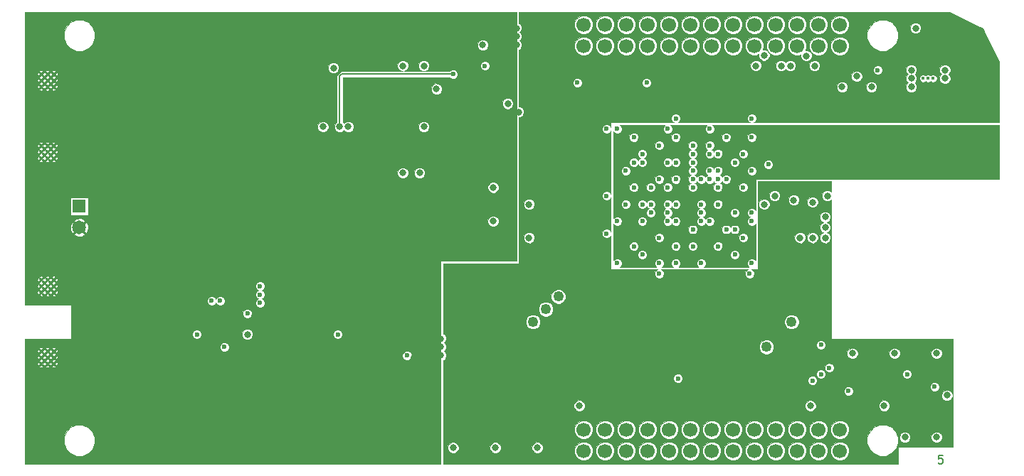
<source format=gbr>
G04 (created by PCBNEW (2013-mar-25)-stable) date Friday, July 17, 2015 01:34:24 PM*
%MOIN*%
G04 Gerber Fmt 3.4, Leading zero omitted, Abs format*
%FSLAX34Y34*%
G01*
G70*
G90*
G04 APERTURE LIST*
%ADD10C,0.006*%
%ADD11C,0.00590551*%
%ADD12C,0.015748*%
%ADD13C,0.0669291*%
%ADD14C,0.023622*%
%ADD15C,0.0492126*%
%ADD16R,0.0649606X0.0649606*%
%ADD17C,0.0649606*%
%ADD18C,0.0314961*%
%ADD19C,0.00787402*%
%ADD20C,0.00393701*%
G04 APERTURE END LIST*
G54D10*
G54D11*
X73125Y-49568D02*
X72937Y-49568D01*
X72919Y-49756D01*
X72937Y-49737D01*
X72975Y-49718D01*
X73068Y-49718D01*
X73106Y-49737D01*
X73125Y-49756D01*
X73143Y-49793D01*
X73143Y-49887D01*
X73125Y-49925D01*
X73106Y-49943D01*
X73068Y-49962D01*
X72975Y-49962D01*
X72937Y-49943D01*
X72919Y-49925D01*
G54D12*
X50787Y-33464D03*
X50393Y-33464D03*
X51181Y-33464D03*
X51181Y-33070D03*
X50787Y-33070D03*
X50393Y-33070D03*
X50393Y-33858D03*
X50787Y-33858D03*
X51181Y-33858D03*
X72440Y-31889D03*
X72677Y-31889D03*
X72204Y-31889D03*
X39173Y-43208D03*
X39566Y-43208D03*
X39173Y-43602D03*
X39566Y-43602D03*
X44488Y-32726D03*
X44488Y-33021D03*
G54D13*
X68305Y-48370D03*
X68305Y-49370D03*
X67305Y-48370D03*
X67305Y-49370D03*
X66305Y-48370D03*
X66305Y-49370D03*
X65305Y-48370D03*
X65305Y-49370D03*
X64305Y-48370D03*
X64305Y-49370D03*
X63305Y-48370D03*
X63305Y-49370D03*
X62305Y-48370D03*
X62305Y-49370D03*
X61305Y-48370D03*
X61305Y-49370D03*
X60305Y-48370D03*
X60305Y-49370D03*
X59305Y-48370D03*
X59305Y-49370D03*
X58305Y-48370D03*
X58305Y-49370D03*
X57305Y-48370D03*
X57305Y-49370D03*
X56305Y-48370D03*
X56305Y-49370D03*
X68305Y-29370D03*
X68305Y-30370D03*
X67305Y-29370D03*
X67305Y-30370D03*
X66305Y-29370D03*
X66305Y-30370D03*
X65305Y-29370D03*
X65305Y-30370D03*
X64305Y-29370D03*
X64305Y-30370D03*
X63305Y-29370D03*
X63305Y-30370D03*
X62305Y-29370D03*
X62305Y-30370D03*
X61305Y-29370D03*
X61305Y-30370D03*
X60305Y-29370D03*
X60305Y-30370D03*
X59305Y-29370D03*
X59305Y-30370D03*
X58305Y-29370D03*
X58305Y-30370D03*
X57305Y-29370D03*
X57305Y-30370D03*
X56305Y-29370D03*
X56305Y-30370D03*
G54D14*
X60236Y-35826D03*
G54D15*
X64862Y-44488D03*
X66043Y-43307D03*
G54D16*
X32677Y-37885D03*
G54D17*
X32677Y-38885D03*
G54D15*
X55118Y-42125D03*
X54527Y-42716D03*
X53937Y-43307D03*
G54D14*
X51673Y-31299D03*
G54D12*
X30889Y-44687D03*
X30889Y-44982D03*
X30889Y-45277D03*
X31185Y-44687D03*
X31185Y-44982D03*
X31185Y-45277D03*
X31480Y-44687D03*
X31480Y-44982D03*
X31480Y-45277D03*
X30889Y-41927D03*
X30889Y-41631D03*
X30889Y-41336D03*
X31185Y-41927D03*
X31185Y-41631D03*
X31185Y-41336D03*
X31480Y-41927D03*
X31480Y-41631D03*
X31480Y-41336D03*
X30889Y-35041D03*
X30889Y-35336D03*
X30889Y-35631D03*
X31185Y-35041D03*
X31185Y-35336D03*
X31185Y-35631D03*
X31480Y-35041D03*
X31480Y-35336D03*
X31480Y-35631D03*
X30889Y-32281D03*
X30889Y-31986D03*
X30889Y-31690D03*
X31185Y-32281D03*
X31185Y-31986D03*
X31185Y-31690D03*
X31480Y-32281D03*
X31480Y-31986D03*
X31480Y-31690D03*
G54D18*
X47834Y-31299D03*
X44586Y-31397D03*
X44094Y-34153D03*
X45275Y-34153D03*
G54D14*
X50196Y-31692D03*
G54D18*
X44881Y-34153D03*
G54D14*
X67421Y-45767D03*
X56003Y-32086D03*
X59251Y-32086D03*
X67814Y-45472D03*
X61811Y-36614D03*
X61417Y-35039D03*
X62204Y-35433D03*
X64173Y-38188D03*
X63385Y-38976D03*
G54D18*
X75196Y-35826D03*
G54D14*
X61811Y-37007D03*
X70078Y-31496D03*
G54D18*
X67125Y-34940D03*
X68307Y-34940D03*
X67716Y-35433D03*
G54D14*
X57874Y-36614D03*
X64960Y-35334D03*
X60629Y-37007D03*
X59842Y-38188D03*
X60629Y-38188D03*
G54D18*
X74803Y-35826D03*
X75196Y-36220D03*
X74803Y-36220D03*
X74409Y-35826D03*
X74409Y-36220D03*
G54D14*
X61417Y-38188D03*
X62204Y-37795D03*
X59842Y-36220D03*
X59448Y-36614D03*
X59842Y-37007D03*
G54D18*
X66141Y-37598D03*
X67027Y-37696D03*
X67716Y-37401D03*
G54D14*
X60629Y-36614D03*
X60629Y-37795D03*
X62204Y-36614D03*
G54D18*
X65255Y-37401D03*
X64763Y-37795D03*
G54D14*
X61417Y-36614D03*
X60236Y-37795D03*
G54D18*
X68405Y-32283D03*
X69783Y-32283D03*
X69094Y-31791D03*
G54D14*
X58661Y-37007D03*
X58661Y-35826D03*
X59842Y-39370D03*
X63779Y-35433D03*
X63779Y-39370D03*
X58661Y-39763D03*
X72736Y-46358D03*
X71456Y-45767D03*
X68700Y-46555D03*
X67421Y-44389D03*
X57381Y-37401D03*
X57381Y-39173D03*
X59842Y-41043D03*
X64074Y-41043D03*
X64960Y-35925D03*
X64173Y-33759D03*
X60629Y-33759D03*
X57381Y-34251D03*
X57874Y-34251D03*
X60629Y-34645D03*
X62204Y-34251D03*
X59842Y-35039D03*
X59055Y-37795D03*
X59842Y-40551D03*
X64173Y-40551D03*
X62598Y-39763D03*
X61417Y-39763D03*
X63385Y-38188D03*
X62204Y-35039D03*
X62598Y-35433D03*
X61417Y-35826D03*
X64173Y-36220D03*
X62598Y-36220D03*
X62598Y-36614D03*
X62992Y-36614D03*
X62598Y-37007D03*
X57874Y-38582D03*
X62204Y-38582D03*
X59448Y-38188D03*
G54D18*
X48818Y-31299D03*
X52755Y-33070D03*
X49409Y-32381D03*
X48818Y-34153D03*
X52066Y-38582D03*
X52066Y-37007D03*
X47834Y-36318D03*
X48622Y-36318D03*
X51574Y-30314D03*
G54D14*
X48031Y-44881D03*
X44783Y-43897D03*
X39468Y-44488D03*
X38188Y-43897D03*
G54D18*
X40551Y-43897D03*
G54D14*
X40551Y-42913D03*
X38877Y-42322D03*
X39271Y-42322D03*
G54D18*
X66732Y-30826D03*
X67125Y-31299D03*
X65984Y-31299D03*
X64763Y-30807D03*
X65551Y-31299D03*
X64370Y-31299D03*
G54D14*
X54035Y-29330D03*
G54D18*
X54330Y-30708D03*
X55118Y-30708D03*
G54D14*
X54724Y-31003D03*
G54D18*
X50787Y-45275D03*
X51574Y-45275D03*
G54D14*
X51181Y-45570D03*
G54D18*
X67125Y-32086D03*
X66535Y-32578D03*
X64370Y-32086D03*
X64960Y-32578D03*
X65944Y-32086D03*
X65551Y-32086D03*
G54D14*
X66929Y-38681D03*
G54D18*
X50787Y-44094D03*
X73523Y-33366D03*
X73523Y-33759D03*
X73129Y-33366D03*
X73523Y-32972D03*
X73129Y-33759D03*
X73129Y-32972D03*
X65354Y-38681D03*
X64763Y-39271D03*
X65354Y-39271D03*
X64763Y-38681D03*
G54D14*
X72539Y-30019D03*
X60629Y-40551D03*
X60728Y-45964D03*
X67027Y-46062D03*
X41141Y-41633D03*
X41141Y-42421D03*
G54D18*
X47047Y-35236D03*
X44881Y-37696D03*
X42519Y-37696D03*
X40157Y-37696D03*
X37795Y-37696D03*
X44881Y-30413D03*
X42519Y-30413D03*
X40157Y-30413D03*
X37795Y-30413D03*
X35531Y-32874D03*
X53248Y-33464D03*
X49606Y-34448D03*
X47834Y-35925D03*
X48622Y-35925D03*
X52460Y-39271D03*
X52460Y-37696D03*
X53740Y-39370D03*
X53740Y-37795D03*
X51377Y-37401D03*
X51377Y-36417D03*
X53149Y-29921D03*
X53149Y-30314D03*
X53149Y-29527D03*
X49606Y-44488D03*
X49606Y-44881D03*
X49606Y-44094D03*
X71850Y-29527D03*
X48228Y-29527D03*
X44291Y-29527D03*
X40354Y-29527D03*
X36417Y-29527D03*
X38385Y-29527D03*
X42322Y-29527D03*
X46259Y-29527D03*
X50196Y-29527D03*
X34448Y-29527D03*
X36417Y-29527D03*
X73326Y-46751D03*
X71358Y-48720D03*
X70374Y-47244D03*
X72834Y-44783D03*
X70866Y-44783D03*
X68897Y-44783D03*
X72834Y-48720D03*
X66929Y-47244D03*
X54133Y-49212D03*
X50196Y-49212D03*
X44291Y-49212D03*
X40354Y-49212D03*
X38385Y-49212D03*
X36417Y-49212D03*
X33464Y-47244D03*
X31496Y-47244D03*
X34448Y-49212D03*
X42322Y-49212D03*
X46259Y-49212D03*
X48228Y-49212D03*
X52165Y-49212D03*
X56102Y-47244D03*
G54D14*
X61417Y-37007D03*
G54D18*
X36122Y-43700D03*
X36909Y-43700D03*
X36122Y-42913D03*
X36909Y-42913D03*
G54D14*
X39074Y-44488D03*
G54D18*
X67618Y-38385D03*
X67618Y-38877D03*
X66437Y-39370D03*
X67618Y-39370D03*
X67027Y-39370D03*
G54D14*
X63385Y-40157D03*
X58661Y-34645D03*
X60629Y-35826D03*
X64173Y-34645D03*
X62992Y-34645D03*
X58267Y-36220D03*
X61417Y-36220D03*
X61417Y-35433D03*
X60236Y-37007D03*
X59055Y-40157D03*
X61811Y-40551D03*
X59448Y-37007D03*
X64173Y-38582D03*
X57874Y-40551D03*
X60629Y-39763D03*
X61811Y-37795D03*
X62598Y-37795D03*
G54D18*
X34251Y-42913D03*
X32677Y-42913D03*
X33464Y-42913D03*
X35039Y-42913D03*
X32677Y-43700D03*
X34251Y-43700D03*
X35039Y-43700D03*
X33464Y-43700D03*
X73228Y-31889D03*
X71653Y-31889D03*
X73228Y-31496D03*
X71653Y-31496D03*
X71653Y-32283D03*
X46259Y-46653D03*
G54D14*
X58267Y-37795D03*
X60236Y-34251D03*
X59055Y-35826D03*
X63385Y-35826D03*
X62204Y-36220D03*
X63779Y-37007D03*
X61417Y-38976D03*
X62992Y-38976D03*
X59055Y-38582D03*
X60629Y-38582D03*
X61811Y-38582D03*
X61811Y-38188D03*
X60236Y-38582D03*
X60236Y-38188D03*
X59842Y-36614D03*
X41141Y-42027D03*
X59055Y-35433D03*
X59448Y-37795D03*
G54D19*
X50196Y-31692D02*
X44980Y-31692D01*
X44881Y-31791D02*
X44881Y-34153D01*
X44980Y-31692D02*
X44881Y-31791D01*
G54D10*
G36*
X75767Y-36594D02*
X65177Y-36594D01*
X65177Y-35882D01*
X65144Y-35802D01*
X65083Y-35741D01*
X65003Y-35708D01*
X64917Y-35708D01*
X64838Y-35741D01*
X64777Y-35802D01*
X64744Y-35881D01*
X64744Y-35968D01*
X64776Y-36047D01*
X64837Y-36108D01*
X64917Y-36141D01*
X65003Y-36141D01*
X65083Y-36108D01*
X65144Y-36048D01*
X65177Y-35968D01*
X65177Y-35882D01*
X65177Y-36594D01*
X64389Y-36594D01*
X64389Y-36177D01*
X64389Y-34602D01*
X64356Y-34523D01*
X64296Y-34462D01*
X64216Y-34429D01*
X64130Y-34429D01*
X64050Y-34461D01*
X63989Y-34522D01*
X63956Y-34602D01*
X63956Y-34688D01*
X63989Y-34768D01*
X64050Y-34829D01*
X64129Y-34862D01*
X64216Y-34862D01*
X64295Y-34829D01*
X64356Y-34768D01*
X64389Y-34688D01*
X64389Y-34602D01*
X64389Y-36177D01*
X64356Y-36097D01*
X64296Y-36037D01*
X64216Y-36003D01*
X64130Y-36003D01*
X64050Y-36036D01*
X63996Y-36091D01*
X63996Y-35390D01*
X63963Y-35310D01*
X63902Y-35249D01*
X63822Y-35216D01*
X63736Y-35216D01*
X63657Y-35249D01*
X63596Y-35310D01*
X63563Y-35389D01*
X63562Y-35475D01*
X63595Y-35555D01*
X63656Y-35616D01*
X63736Y-35649D01*
X63822Y-35649D01*
X63902Y-35616D01*
X63962Y-35555D01*
X63996Y-35476D01*
X63996Y-35390D01*
X63996Y-36091D01*
X63989Y-36097D01*
X63956Y-36177D01*
X63956Y-36263D01*
X63989Y-36342D01*
X64050Y-36403D01*
X64129Y-36436D01*
X64216Y-36437D01*
X64295Y-36404D01*
X64356Y-36343D01*
X64389Y-36263D01*
X64389Y-36177D01*
X64389Y-36594D01*
X64350Y-36594D01*
X64350Y-38059D01*
X64296Y-38005D01*
X64216Y-37972D01*
X64130Y-37972D01*
X64050Y-38005D01*
X63996Y-38059D01*
X63996Y-36964D01*
X63963Y-36885D01*
X63902Y-36824D01*
X63822Y-36791D01*
X63736Y-36791D01*
X63657Y-36824D01*
X63602Y-36878D01*
X63602Y-35783D01*
X63569Y-35704D01*
X63508Y-35643D01*
X63429Y-35610D01*
X63342Y-35610D01*
X63263Y-35643D01*
X63208Y-35697D01*
X63208Y-34602D01*
X63175Y-34523D01*
X63114Y-34462D01*
X63035Y-34429D01*
X62949Y-34429D01*
X62869Y-34461D01*
X62808Y-34522D01*
X62775Y-34602D01*
X62775Y-34688D01*
X62808Y-34768D01*
X62869Y-34829D01*
X62948Y-34862D01*
X63035Y-34862D01*
X63114Y-34829D01*
X63175Y-34768D01*
X63208Y-34688D01*
X63208Y-34602D01*
X63208Y-35697D01*
X63202Y-35703D01*
X63169Y-35783D01*
X63169Y-35869D01*
X63202Y-35949D01*
X63263Y-36010D01*
X63342Y-36043D01*
X63428Y-36043D01*
X63508Y-36010D01*
X63569Y-35949D01*
X63602Y-35870D01*
X63602Y-35783D01*
X63602Y-36878D01*
X63596Y-36885D01*
X63563Y-36964D01*
X63562Y-37050D01*
X63595Y-37130D01*
X63656Y-37191D01*
X63736Y-37224D01*
X63822Y-37224D01*
X63902Y-37191D01*
X63962Y-37130D01*
X63996Y-37051D01*
X63996Y-36964D01*
X63996Y-38059D01*
X63989Y-38066D01*
X63956Y-38145D01*
X63956Y-38231D01*
X63989Y-38311D01*
X64050Y-38372D01*
X64082Y-38385D01*
X64050Y-38399D01*
X63989Y-38459D01*
X63956Y-38539D01*
X63956Y-38625D01*
X63989Y-38705D01*
X64050Y-38766D01*
X64129Y-38799D01*
X64216Y-38799D01*
X64295Y-38766D01*
X64350Y-38711D01*
X64350Y-40422D01*
X64296Y-40367D01*
X64216Y-40334D01*
X64130Y-40334D01*
X64050Y-40367D01*
X63996Y-40422D01*
X63996Y-39327D01*
X63963Y-39247D01*
X63902Y-39186D01*
X63822Y-39153D01*
X63736Y-39153D01*
X63657Y-39186D01*
X63602Y-39240D01*
X63602Y-38933D01*
X63602Y-38146D01*
X63569Y-38066D01*
X63508Y-38005D01*
X63429Y-37972D01*
X63342Y-37972D01*
X63263Y-38005D01*
X63208Y-38059D01*
X63208Y-36571D01*
X63175Y-36491D01*
X63114Y-36430D01*
X63035Y-36397D01*
X62949Y-36397D01*
X62869Y-36430D01*
X62808Y-36491D01*
X62795Y-36523D01*
X62782Y-36491D01*
X62721Y-36430D01*
X62689Y-36417D01*
X62720Y-36404D01*
X62781Y-36343D01*
X62814Y-36263D01*
X62814Y-36177D01*
X62814Y-35390D01*
X62782Y-35310D01*
X62721Y-35249D01*
X62641Y-35216D01*
X62555Y-35216D01*
X62475Y-35249D01*
X62414Y-35310D01*
X62401Y-35342D01*
X62388Y-35310D01*
X62327Y-35249D01*
X62295Y-35236D01*
X62327Y-35223D01*
X62388Y-35162D01*
X62421Y-35082D01*
X62421Y-34996D01*
X62388Y-34916D01*
X62327Y-34855D01*
X62247Y-34822D01*
X62161Y-34822D01*
X62082Y-34855D01*
X62021Y-34916D01*
X61988Y-34996D01*
X61988Y-35082D01*
X62021Y-35161D01*
X62081Y-35222D01*
X62114Y-35236D01*
X62082Y-35249D01*
X62021Y-35310D01*
X61988Y-35389D01*
X61988Y-35475D01*
X62021Y-35555D01*
X62081Y-35616D01*
X62161Y-35649D01*
X62247Y-35649D01*
X62327Y-35616D01*
X62388Y-35555D01*
X62401Y-35523D01*
X62414Y-35555D01*
X62475Y-35616D01*
X62555Y-35649D01*
X62641Y-35649D01*
X62720Y-35616D01*
X62781Y-35555D01*
X62814Y-35476D01*
X62814Y-35390D01*
X62814Y-36177D01*
X62782Y-36097D01*
X62721Y-36037D01*
X62641Y-36003D01*
X62555Y-36003D01*
X62475Y-36036D01*
X62414Y-36097D01*
X62401Y-36129D01*
X62388Y-36097D01*
X62327Y-36037D01*
X62247Y-36003D01*
X62161Y-36003D01*
X62082Y-36036D01*
X62021Y-36097D01*
X61988Y-36177D01*
X61988Y-36263D01*
X62021Y-36342D01*
X62081Y-36403D01*
X62114Y-36417D01*
X62082Y-36430D01*
X62021Y-36491D01*
X62007Y-36523D01*
X61994Y-36491D01*
X61933Y-36430D01*
X61854Y-36397D01*
X61768Y-36397D01*
X61688Y-36430D01*
X61627Y-36491D01*
X61614Y-36523D01*
X61600Y-36491D01*
X61540Y-36430D01*
X61507Y-36417D01*
X61539Y-36404D01*
X61600Y-36343D01*
X61633Y-36263D01*
X61633Y-36177D01*
X61600Y-36097D01*
X61540Y-36037D01*
X61507Y-36023D01*
X61539Y-36010D01*
X61600Y-35949D01*
X61633Y-35870D01*
X61633Y-35783D01*
X61600Y-35704D01*
X61540Y-35643D01*
X61507Y-35629D01*
X61539Y-35616D01*
X61600Y-35555D01*
X61633Y-35476D01*
X61633Y-35390D01*
X61600Y-35310D01*
X61540Y-35249D01*
X61507Y-35236D01*
X61539Y-35223D01*
X61600Y-35162D01*
X61633Y-35082D01*
X61633Y-34996D01*
X61600Y-34916D01*
X61540Y-34855D01*
X61460Y-34822D01*
X61374Y-34822D01*
X61294Y-34855D01*
X61233Y-34916D01*
X61200Y-34996D01*
X61200Y-35082D01*
X61233Y-35161D01*
X61294Y-35222D01*
X61326Y-35236D01*
X61294Y-35249D01*
X61233Y-35310D01*
X61200Y-35389D01*
X61200Y-35475D01*
X61233Y-35555D01*
X61294Y-35616D01*
X61326Y-35629D01*
X61294Y-35643D01*
X61233Y-35703D01*
X61200Y-35783D01*
X61200Y-35869D01*
X61233Y-35949D01*
X61294Y-36010D01*
X61326Y-36023D01*
X61294Y-36036D01*
X61233Y-36097D01*
X61200Y-36177D01*
X61200Y-36263D01*
X61233Y-36342D01*
X61294Y-36403D01*
X61326Y-36417D01*
X61294Y-36430D01*
X61233Y-36491D01*
X61200Y-36570D01*
X61200Y-36657D01*
X61233Y-36736D01*
X61294Y-36797D01*
X61326Y-36811D01*
X61294Y-36824D01*
X61233Y-36885D01*
X61200Y-36964D01*
X61200Y-37050D01*
X61233Y-37130D01*
X61294Y-37191D01*
X61374Y-37224D01*
X61460Y-37224D01*
X61539Y-37191D01*
X61600Y-37130D01*
X61633Y-37051D01*
X61633Y-36964D01*
X61600Y-36885D01*
X61540Y-36824D01*
X61507Y-36811D01*
X61539Y-36797D01*
X61600Y-36736D01*
X61614Y-36704D01*
X61627Y-36736D01*
X61688Y-36797D01*
X61767Y-36830D01*
X61853Y-36830D01*
X61933Y-36797D01*
X61994Y-36736D01*
X62007Y-36704D01*
X62021Y-36736D01*
X62081Y-36797D01*
X62161Y-36830D01*
X62247Y-36830D01*
X62327Y-36797D01*
X62388Y-36736D01*
X62401Y-36704D01*
X62414Y-36736D01*
X62475Y-36797D01*
X62507Y-36811D01*
X62475Y-36824D01*
X62414Y-36885D01*
X62381Y-36964D01*
X62381Y-37050D01*
X62414Y-37130D01*
X62475Y-37191D01*
X62555Y-37224D01*
X62641Y-37224D01*
X62720Y-37191D01*
X62781Y-37130D01*
X62814Y-37051D01*
X62814Y-36964D01*
X62782Y-36885D01*
X62721Y-36824D01*
X62689Y-36811D01*
X62720Y-36797D01*
X62781Y-36736D01*
X62795Y-36704D01*
X62808Y-36736D01*
X62869Y-36797D01*
X62948Y-36830D01*
X63035Y-36830D01*
X63114Y-36797D01*
X63175Y-36736D01*
X63208Y-36657D01*
X63208Y-36571D01*
X63208Y-38059D01*
X63202Y-38066D01*
X63169Y-38145D01*
X63169Y-38231D01*
X63202Y-38311D01*
X63263Y-38372D01*
X63342Y-38405D01*
X63428Y-38405D01*
X63508Y-38372D01*
X63569Y-38311D01*
X63602Y-38232D01*
X63602Y-38146D01*
X63602Y-38933D01*
X63569Y-38853D01*
X63508Y-38792D01*
X63429Y-38759D01*
X63342Y-38759D01*
X63263Y-38792D01*
X63202Y-38853D01*
X63188Y-38885D01*
X63175Y-38853D01*
X63114Y-38792D01*
X63035Y-38759D01*
X62949Y-38759D01*
X62869Y-38792D01*
X62814Y-38847D01*
X62814Y-37752D01*
X62782Y-37672D01*
X62721Y-37611D01*
X62641Y-37578D01*
X62555Y-37578D01*
X62475Y-37611D01*
X62414Y-37672D01*
X62381Y-37752D01*
X62381Y-37838D01*
X62414Y-37917D01*
X62475Y-37978D01*
X62555Y-38011D01*
X62641Y-38011D01*
X62720Y-37978D01*
X62781Y-37918D01*
X62814Y-37838D01*
X62814Y-37752D01*
X62814Y-38847D01*
X62808Y-38853D01*
X62775Y-38933D01*
X62775Y-39019D01*
X62808Y-39098D01*
X62869Y-39159D01*
X62948Y-39192D01*
X63035Y-39192D01*
X63114Y-39160D01*
X63175Y-39099D01*
X63188Y-39066D01*
X63202Y-39098D01*
X63263Y-39159D01*
X63342Y-39192D01*
X63428Y-39192D01*
X63508Y-39160D01*
X63569Y-39099D01*
X63602Y-39019D01*
X63602Y-38933D01*
X63602Y-39240D01*
X63596Y-39247D01*
X63563Y-39326D01*
X63562Y-39412D01*
X63595Y-39492D01*
X63656Y-39553D01*
X63736Y-39586D01*
X63822Y-39586D01*
X63902Y-39553D01*
X63962Y-39492D01*
X63996Y-39413D01*
X63996Y-39327D01*
X63996Y-40422D01*
X63989Y-40428D01*
X63956Y-40507D01*
X63956Y-40594D01*
X63989Y-40673D01*
X64044Y-40728D01*
X63602Y-40728D01*
X63602Y-40114D01*
X63569Y-40034D01*
X63508Y-39974D01*
X63429Y-39940D01*
X63342Y-39940D01*
X63263Y-39973D01*
X63202Y-40034D01*
X63169Y-40114D01*
X63169Y-40200D01*
X63202Y-40279D01*
X63263Y-40340D01*
X63342Y-40373D01*
X63428Y-40374D01*
X63508Y-40341D01*
X63569Y-40280D01*
X63602Y-40200D01*
X63602Y-40114D01*
X63602Y-40728D01*
X62814Y-40728D01*
X62814Y-39720D01*
X62782Y-39641D01*
X62721Y-39580D01*
X62641Y-39547D01*
X62555Y-39547D01*
X62475Y-39580D01*
X62421Y-39634D01*
X62421Y-38539D01*
X62388Y-38460D01*
X62327Y-38399D01*
X62247Y-38366D01*
X62161Y-38366D01*
X62082Y-38399D01*
X62021Y-38459D01*
X62007Y-38492D01*
X61994Y-38460D01*
X61933Y-38399D01*
X61901Y-38385D01*
X61933Y-38372D01*
X61994Y-38311D01*
X62027Y-38232D01*
X62027Y-38146D01*
X61994Y-38066D01*
X61933Y-38005D01*
X61901Y-37992D01*
X61933Y-37978D01*
X61994Y-37918D01*
X62027Y-37838D01*
X62027Y-37752D01*
X61994Y-37672D01*
X61933Y-37611D01*
X61854Y-37578D01*
X61768Y-37578D01*
X61688Y-37611D01*
X61627Y-37672D01*
X61594Y-37752D01*
X61594Y-37838D01*
X61627Y-37917D01*
X61688Y-37978D01*
X61720Y-37992D01*
X61688Y-38005D01*
X61627Y-38066D01*
X61594Y-38145D01*
X61594Y-38231D01*
X61627Y-38311D01*
X61688Y-38372D01*
X61720Y-38385D01*
X61688Y-38399D01*
X61627Y-38459D01*
X61594Y-38539D01*
X61594Y-38625D01*
X61627Y-38705D01*
X61688Y-38766D01*
X61767Y-38799D01*
X61853Y-38799D01*
X61933Y-38766D01*
X61994Y-38705D01*
X62007Y-38673D01*
X62021Y-38705D01*
X62081Y-38766D01*
X62161Y-38799D01*
X62247Y-38799D01*
X62327Y-38766D01*
X62388Y-38705D01*
X62421Y-38625D01*
X62421Y-38539D01*
X62421Y-39634D01*
X62414Y-39640D01*
X62381Y-39720D01*
X62381Y-39806D01*
X62414Y-39886D01*
X62475Y-39947D01*
X62555Y-39980D01*
X62641Y-39980D01*
X62720Y-39947D01*
X62781Y-39886D01*
X62814Y-39807D01*
X62814Y-39720D01*
X62814Y-40728D01*
X61940Y-40728D01*
X61994Y-40673D01*
X62027Y-40594D01*
X62027Y-40508D01*
X61994Y-40428D01*
X61933Y-40367D01*
X61854Y-40334D01*
X61768Y-40334D01*
X61688Y-40367D01*
X61633Y-40422D01*
X61633Y-39720D01*
X61633Y-38933D01*
X61600Y-38853D01*
X61540Y-38792D01*
X61460Y-38759D01*
X61374Y-38759D01*
X61294Y-38792D01*
X61233Y-38853D01*
X61200Y-38933D01*
X61200Y-39019D01*
X61233Y-39098D01*
X61294Y-39159D01*
X61374Y-39192D01*
X61460Y-39192D01*
X61539Y-39160D01*
X61600Y-39099D01*
X61633Y-39019D01*
X61633Y-38933D01*
X61633Y-39720D01*
X61600Y-39641D01*
X61540Y-39580D01*
X61460Y-39547D01*
X61374Y-39547D01*
X61294Y-39580D01*
X61233Y-39640D01*
X61200Y-39720D01*
X61200Y-39806D01*
X61233Y-39886D01*
X61294Y-39947D01*
X61374Y-39980D01*
X61460Y-39980D01*
X61539Y-39947D01*
X61600Y-39886D01*
X61633Y-39807D01*
X61633Y-39720D01*
X61633Y-40422D01*
X61627Y-40428D01*
X61594Y-40507D01*
X61594Y-40594D01*
X61627Y-40673D01*
X61681Y-40728D01*
X60758Y-40728D01*
X60813Y-40673D01*
X60846Y-40594D01*
X60846Y-40508D01*
X60846Y-39720D01*
X60846Y-38539D01*
X60813Y-38460D01*
X60752Y-38399D01*
X60673Y-38366D01*
X60587Y-38366D01*
X60507Y-38399D01*
X60446Y-38459D01*
X60433Y-38492D01*
X60419Y-38460D01*
X60359Y-38399D01*
X60326Y-38385D01*
X60358Y-38372D01*
X60419Y-38311D01*
X60452Y-38232D01*
X60452Y-38146D01*
X60419Y-38066D01*
X60359Y-38005D01*
X60326Y-37992D01*
X60358Y-37978D01*
X60419Y-37918D01*
X60433Y-37885D01*
X60446Y-37917D01*
X60507Y-37978D01*
X60586Y-38011D01*
X60672Y-38011D01*
X60752Y-37978D01*
X60813Y-37918D01*
X60846Y-37838D01*
X60846Y-37752D01*
X60846Y-36571D01*
X60846Y-35783D01*
X60846Y-34602D01*
X60813Y-34523D01*
X60752Y-34462D01*
X60673Y-34429D01*
X60587Y-34429D01*
X60507Y-34461D01*
X60446Y-34522D01*
X60413Y-34602D01*
X60413Y-34688D01*
X60446Y-34768D01*
X60507Y-34829D01*
X60586Y-34862D01*
X60672Y-34862D01*
X60752Y-34829D01*
X60813Y-34768D01*
X60846Y-34688D01*
X60846Y-34602D01*
X60846Y-35783D01*
X60813Y-35704D01*
X60752Y-35643D01*
X60673Y-35610D01*
X60587Y-35610D01*
X60507Y-35643D01*
X60446Y-35703D01*
X60433Y-35736D01*
X60419Y-35704D01*
X60359Y-35643D01*
X60279Y-35610D01*
X60193Y-35610D01*
X60113Y-35643D01*
X60059Y-35697D01*
X60059Y-34996D01*
X60026Y-34916D01*
X59965Y-34855D01*
X59885Y-34822D01*
X59799Y-34822D01*
X59720Y-34855D01*
X59659Y-34916D01*
X59626Y-34996D01*
X59625Y-35082D01*
X59658Y-35161D01*
X59719Y-35222D01*
X59799Y-35255D01*
X59885Y-35255D01*
X59965Y-35223D01*
X60025Y-35162D01*
X60059Y-35082D01*
X60059Y-34996D01*
X60059Y-35697D01*
X60052Y-35703D01*
X60019Y-35783D01*
X60019Y-35869D01*
X60052Y-35949D01*
X60113Y-36010D01*
X60192Y-36043D01*
X60279Y-36043D01*
X60358Y-36010D01*
X60419Y-35949D01*
X60433Y-35917D01*
X60446Y-35949D01*
X60507Y-36010D01*
X60586Y-36043D01*
X60672Y-36043D01*
X60752Y-36010D01*
X60813Y-35949D01*
X60846Y-35870D01*
X60846Y-35783D01*
X60846Y-36571D01*
X60813Y-36491D01*
X60752Y-36430D01*
X60673Y-36397D01*
X60587Y-36397D01*
X60507Y-36430D01*
X60446Y-36491D01*
X60413Y-36570D01*
X60413Y-36657D01*
X60446Y-36736D01*
X60507Y-36797D01*
X60586Y-36830D01*
X60672Y-36830D01*
X60752Y-36797D01*
X60813Y-36736D01*
X60846Y-36657D01*
X60846Y-36571D01*
X60846Y-37752D01*
X60813Y-37672D01*
X60752Y-37611D01*
X60673Y-37578D01*
X60587Y-37578D01*
X60507Y-37611D01*
X60452Y-37666D01*
X60452Y-36964D01*
X60419Y-36885D01*
X60359Y-36824D01*
X60279Y-36791D01*
X60193Y-36791D01*
X60113Y-36824D01*
X60059Y-36878D01*
X60059Y-36571D01*
X60026Y-36491D01*
X59965Y-36430D01*
X59885Y-36397D01*
X59799Y-36397D01*
X59720Y-36430D01*
X59659Y-36491D01*
X59626Y-36570D01*
X59625Y-36657D01*
X59658Y-36736D01*
X59719Y-36797D01*
X59799Y-36830D01*
X59885Y-36830D01*
X59965Y-36797D01*
X60025Y-36736D01*
X60059Y-36657D01*
X60059Y-36571D01*
X60059Y-36878D01*
X60052Y-36885D01*
X60019Y-36964D01*
X60019Y-37050D01*
X60052Y-37130D01*
X60113Y-37191D01*
X60192Y-37224D01*
X60279Y-37224D01*
X60358Y-37191D01*
X60419Y-37130D01*
X60452Y-37051D01*
X60452Y-36964D01*
X60452Y-37666D01*
X60446Y-37672D01*
X60433Y-37704D01*
X60419Y-37672D01*
X60359Y-37611D01*
X60279Y-37578D01*
X60193Y-37578D01*
X60113Y-37611D01*
X60052Y-37672D01*
X60019Y-37752D01*
X60019Y-37838D01*
X60052Y-37917D01*
X60113Y-37978D01*
X60145Y-37992D01*
X60113Y-38005D01*
X60052Y-38066D01*
X60019Y-38145D01*
X60019Y-38231D01*
X60052Y-38311D01*
X60113Y-38372D01*
X60145Y-38385D01*
X60113Y-38399D01*
X60052Y-38459D01*
X60019Y-38539D01*
X60019Y-38625D01*
X60052Y-38705D01*
X60113Y-38766D01*
X60192Y-38799D01*
X60279Y-38799D01*
X60358Y-38766D01*
X60419Y-38705D01*
X60433Y-38673D01*
X60446Y-38705D01*
X60507Y-38766D01*
X60586Y-38799D01*
X60672Y-38799D01*
X60752Y-38766D01*
X60813Y-38705D01*
X60846Y-38625D01*
X60846Y-38539D01*
X60846Y-39720D01*
X60813Y-39641D01*
X60752Y-39580D01*
X60673Y-39547D01*
X60587Y-39547D01*
X60507Y-39580D01*
X60446Y-39640D01*
X60413Y-39720D01*
X60413Y-39806D01*
X60446Y-39886D01*
X60507Y-39947D01*
X60586Y-39980D01*
X60672Y-39980D01*
X60752Y-39947D01*
X60813Y-39886D01*
X60846Y-39807D01*
X60846Y-39720D01*
X60846Y-40508D01*
X60813Y-40428D01*
X60752Y-40367D01*
X60673Y-40334D01*
X60587Y-40334D01*
X60507Y-40367D01*
X60446Y-40428D01*
X60413Y-40507D01*
X60413Y-40594D01*
X60446Y-40673D01*
X60500Y-40728D01*
X59971Y-40728D01*
X60025Y-40673D01*
X60059Y-40594D01*
X60059Y-40508D01*
X60059Y-39327D01*
X60026Y-39247D01*
X59965Y-39186D01*
X59885Y-39153D01*
X59799Y-39153D01*
X59720Y-39186D01*
X59665Y-39240D01*
X59665Y-38146D01*
X59632Y-38066D01*
X59571Y-38005D01*
X59539Y-37992D01*
X59571Y-37978D01*
X59632Y-37918D01*
X59665Y-37838D01*
X59665Y-37752D01*
X59665Y-36964D01*
X59632Y-36885D01*
X59571Y-36824D01*
X59492Y-36791D01*
X59405Y-36791D01*
X59326Y-36824D01*
X59271Y-36878D01*
X59271Y-35783D01*
X59238Y-35704D01*
X59177Y-35643D01*
X59145Y-35629D01*
X59177Y-35616D01*
X59238Y-35555D01*
X59271Y-35476D01*
X59271Y-35390D01*
X59238Y-35310D01*
X59177Y-35249D01*
X59098Y-35216D01*
X59012Y-35216D01*
X58932Y-35249D01*
X58877Y-35303D01*
X58877Y-34602D01*
X58845Y-34523D01*
X58784Y-34462D01*
X58704Y-34429D01*
X58618Y-34429D01*
X58538Y-34461D01*
X58477Y-34522D01*
X58444Y-34602D01*
X58444Y-34688D01*
X58477Y-34768D01*
X58538Y-34829D01*
X58618Y-34862D01*
X58704Y-34862D01*
X58783Y-34829D01*
X58844Y-34768D01*
X58877Y-34688D01*
X58877Y-34602D01*
X58877Y-35303D01*
X58871Y-35310D01*
X58838Y-35389D01*
X58838Y-35475D01*
X58871Y-35555D01*
X58932Y-35616D01*
X58964Y-35629D01*
X58932Y-35643D01*
X58871Y-35703D01*
X58858Y-35736D01*
X58845Y-35704D01*
X58784Y-35643D01*
X58704Y-35610D01*
X58618Y-35610D01*
X58538Y-35643D01*
X58477Y-35703D01*
X58444Y-35783D01*
X58444Y-35869D01*
X58477Y-35949D01*
X58538Y-36010D01*
X58618Y-36043D01*
X58704Y-36043D01*
X58783Y-36010D01*
X58844Y-35949D01*
X58858Y-35917D01*
X58871Y-35949D01*
X58932Y-36010D01*
X59011Y-36043D01*
X59098Y-36043D01*
X59177Y-36010D01*
X59238Y-35949D01*
X59271Y-35870D01*
X59271Y-35783D01*
X59271Y-36878D01*
X59265Y-36885D01*
X59232Y-36964D01*
X59232Y-37050D01*
X59265Y-37130D01*
X59326Y-37191D01*
X59405Y-37224D01*
X59491Y-37224D01*
X59571Y-37191D01*
X59632Y-37130D01*
X59665Y-37051D01*
X59665Y-36964D01*
X59665Y-37752D01*
X59632Y-37672D01*
X59571Y-37611D01*
X59492Y-37578D01*
X59405Y-37578D01*
X59326Y-37611D01*
X59265Y-37672D01*
X59251Y-37704D01*
X59238Y-37672D01*
X59177Y-37611D01*
X59098Y-37578D01*
X59012Y-37578D01*
X58932Y-37611D01*
X58877Y-37666D01*
X58877Y-36964D01*
X58845Y-36885D01*
X58784Y-36824D01*
X58704Y-36791D01*
X58618Y-36791D01*
X58538Y-36824D01*
X58484Y-36878D01*
X58484Y-36177D01*
X58451Y-36097D01*
X58390Y-36037D01*
X58310Y-36003D01*
X58224Y-36003D01*
X58145Y-36036D01*
X58084Y-36097D01*
X58051Y-36177D01*
X58051Y-36263D01*
X58084Y-36342D01*
X58144Y-36403D01*
X58224Y-36436D01*
X58310Y-36437D01*
X58390Y-36404D01*
X58451Y-36343D01*
X58484Y-36263D01*
X58484Y-36177D01*
X58484Y-36878D01*
X58477Y-36885D01*
X58444Y-36964D01*
X58444Y-37050D01*
X58477Y-37130D01*
X58538Y-37191D01*
X58618Y-37224D01*
X58704Y-37224D01*
X58783Y-37191D01*
X58844Y-37130D01*
X58877Y-37051D01*
X58877Y-36964D01*
X58877Y-37666D01*
X58871Y-37672D01*
X58838Y-37752D01*
X58838Y-37838D01*
X58871Y-37917D01*
X58932Y-37978D01*
X59011Y-38011D01*
X59098Y-38011D01*
X59177Y-37978D01*
X59238Y-37918D01*
X59251Y-37885D01*
X59265Y-37917D01*
X59326Y-37978D01*
X59358Y-37992D01*
X59326Y-38005D01*
X59265Y-38066D01*
X59232Y-38145D01*
X59232Y-38231D01*
X59265Y-38311D01*
X59326Y-38372D01*
X59405Y-38405D01*
X59491Y-38405D01*
X59571Y-38372D01*
X59632Y-38311D01*
X59665Y-38232D01*
X59665Y-38146D01*
X59665Y-39240D01*
X59659Y-39247D01*
X59626Y-39326D01*
X59625Y-39412D01*
X59658Y-39492D01*
X59719Y-39553D01*
X59799Y-39586D01*
X59885Y-39586D01*
X59965Y-39553D01*
X60025Y-39492D01*
X60059Y-39413D01*
X60059Y-39327D01*
X60059Y-40508D01*
X60026Y-40428D01*
X59965Y-40367D01*
X59885Y-40334D01*
X59799Y-40334D01*
X59720Y-40367D01*
X59659Y-40428D01*
X59626Y-40507D01*
X59625Y-40594D01*
X59658Y-40673D01*
X59713Y-40728D01*
X59271Y-40728D01*
X59271Y-40114D01*
X59271Y-38539D01*
X59238Y-38460D01*
X59177Y-38399D01*
X59098Y-38366D01*
X59012Y-38366D01*
X58932Y-38399D01*
X58871Y-38459D01*
X58838Y-38539D01*
X58838Y-38625D01*
X58871Y-38705D01*
X58932Y-38766D01*
X59011Y-38799D01*
X59098Y-38799D01*
X59177Y-38766D01*
X59238Y-38705D01*
X59271Y-38625D01*
X59271Y-38539D01*
X59271Y-40114D01*
X59238Y-40034D01*
X59177Y-39974D01*
X59098Y-39940D01*
X59012Y-39940D01*
X58932Y-39973D01*
X58877Y-40028D01*
X58877Y-39720D01*
X58845Y-39641D01*
X58784Y-39580D01*
X58704Y-39547D01*
X58618Y-39547D01*
X58538Y-39580D01*
X58484Y-39634D01*
X58484Y-37752D01*
X58451Y-37672D01*
X58390Y-37611D01*
X58310Y-37578D01*
X58224Y-37578D01*
X58145Y-37611D01*
X58084Y-37672D01*
X58051Y-37752D01*
X58051Y-37838D01*
X58084Y-37917D01*
X58144Y-37978D01*
X58224Y-38011D01*
X58310Y-38011D01*
X58390Y-37978D01*
X58451Y-37918D01*
X58484Y-37838D01*
X58484Y-37752D01*
X58484Y-39634D01*
X58477Y-39640D01*
X58444Y-39720D01*
X58444Y-39806D01*
X58477Y-39886D01*
X58538Y-39947D01*
X58618Y-39980D01*
X58704Y-39980D01*
X58783Y-39947D01*
X58844Y-39886D01*
X58877Y-39807D01*
X58877Y-39720D01*
X58877Y-40028D01*
X58871Y-40034D01*
X58838Y-40114D01*
X58838Y-40200D01*
X58871Y-40279D01*
X58932Y-40340D01*
X59011Y-40373D01*
X59098Y-40374D01*
X59177Y-40341D01*
X59238Y-40280D01*
X59271Y-40200D01*
X59271Y-40114D01*
X59271Y-40728D01*
X58003Y-40728D01*
X58057Y-40673D01*
X58090Y-40594D01*
X58090Y-40508D01*
X58057Y-40428D01*
X57996Y-40367D01*
X57917Y-40334D01*
X57831Y-40334D01*
X57751Y-40367D01*
X57696Y-40422D01*
X57696Y-38711D01*
X57751Y-38766D01*
X57830Y-38799D01*
X57916Y-38799D01*
X57996Y-38766D01*
X58057Y-38705D01*
X58090Y-38625D01*
X58090Y-38539D01*
X58057Y-38460D01*
X57996Y-38399D01*
X57917Y-38366D01*
X57831Y-38366D01*
X57751Y-38399D01*
X57696Y-38453D01*
X57696Y-34380D01*
X57751Y-34435D01*
X57830Y-34468D01*
X57916Y-34468D01*
X57996Y-34435D01*
X58057Y-34374D01*
X58090Y-34295D01*
X58090Y-34209D01*
X58057Y-34129D01*
X58003Y-34074D01*
X60107Y-34074D01*
X60052Y-34129D01*
X60019Y-34208D01*
X60019Y-34294D01*
X60052Y-34374D01*
X60113Y-34435D01*
X60192Y-34468D01*
X60279Y-34468D01*
X60358Y-34435D01*
X60419Y-34374D01*
X60452Y-34295D01*
X60452Y-34209D01*
X60419Y-34129D01*
X60365Y-34074D01*
X62075Y-34074D01*
X62021Y-34129D01*
X61988Y-34208D01*
X61988Y-34294D01*
X62021Y-34374D01*
X62081Y-34435D01*
X62161Y-34468D01*
X62247Y-34468D01*
X62327Y-34435D01*
X62388Y-34374D01*
X62421Y-34295D01*
X62421Y-34209D01*
X62388Y-34129D01*
X62333Y-34074D01*
X75767Y-34074D01*
X75767Y-36594D01*
X75767Y-36594D01*
G37*
G54D20*
X75767Y-36594D02*
X65177Y-36594D01*
X65177Y-35882D01*
X65144Y-35802D01*
X65083Y-35741D01*
X65003Y-35708D01*
X64917Y-35708D01*
X64838Y-35741D01*
X64777Y-35802D01*
X64744Y-35881D01*
X64744Y-35968D01*
X64776Y-36047D01*
X64837Y-36108D01*
X64917Y-36141D01*
X65003Y-36141D01*
X65083Y-36108D01*
X65144Y-36048D01*
X65177Y-35968D01*
X65177Y-35882D01*
X65177Y-36594D01*
X64389Y-36594D01*
X64389Y-36177D01*
X64389Y-34602D01*
X64356Y-34523D01*
X64296Y-34462D01*
X64216Y-34429D01*
X64130Y-34429D01*
X64050Y-34461D01*
X63989Y-34522D01*
X63956Y-34602D01*
X63956Y-34688D01*
X63989Y-34768D01*
X64050Y-34829D01*
X64129Y-34862D01*
X64216Y-34862D01*
X64295Y-34829D01*
X64356Y-34768D01*
X64389Y-34688D01*
X64389Y-34602D01*
X64389Y-36177D01*
X64356Y-36097D01*
X64296Y-36037D01*
X64216Y-36003D01*
X64130Y-36003D01*
X64050Y-36036D01*
X63996Y-36091D01*
X63996Y-35390D01*
X63963Y-35310D01*
X63902Y-35249D01*
X63822Y-35216D01*
X63736Y-35216D01*
X63657Y-35249D01*
X63596Y-35310D01*
X63563Y-35389D01*
X63562Y-35475D01*
X63595Y-35555D01*
X63656Y-35616D01*
X63736Y-35649D01*
X63822Y-35649D01*
X63902Y-35616D01*
X63962Y-35555D01*
X63996Y-35476D01*
X63996Y-35390D01*
X63996Y-36091D01*
X63989Y-36097D01*
X63956Y-36177D01*
X63956Y-36263D01*
X63989Y-36342D01*
X64050Y-36403D01*
X64129Y-36436D01*
X64216Y-36437D01*
X64295Y-36404D01*
X64356Y-36343D01*
X64389Y-36263D01*
X64389Y-36177D01*
X64389Y-36594D01*
X64350Y-36594D01*
X64350Y-38059D01*
X64296Y-38005D01*
X64216Y-37972D01*
X64130Y-37972D01*
X64050Y-38005D01*
X63996Y-38059D01*
X63996Y-36964D01*
X63963Y-36885D01*
X63902Y-36824D01*
X63822Y-36791D01*
X63736Y-36791D01*
X63657Y-36824D01*
X63602Y-36878D01*
X63602Y-35783D01*
X63569Y-35704D01*
X63508Y-35643D01*
X63429Y-35610D01*
X63342Y-35610D01*
X63263Y-35643D01*
X63208Y-35697D01*
X63208Y-34602D01*
X63175Y-34523D01*
X63114Y-34462D01*
X63035Y-34429D01*
X62949Y-34429D01*
X62869Y-34461D01*
X62808Y-34522D01*
X62775Y-34602D01*
X62775Y-34688D01*
X62808Y-34768D01*
X62869Y-34829D01*
X62948Y-34862D01*
X63035Y-34862D01*
X63114Y-34829D01*
X63175Y-34768D01*
X63208Y-34688D01*
X63208Y-34602D01*
X63208Y-35697D01*
X63202Y-35703D01*
X63169Y-35783D01*
X63169Y-35869D01*
X63202Y-35949D01*
X63263Y-36010D01*
X63342Y-36043D01*
X63428Y-36043D01*
X63508Y-36010D01*
X63569Y-35949D01*
X63602Y-35870D01*
X63602Y-35783D01*
X63602Y-36878D01*
X63596Y-36885D01*
X63563Y-36964D01*
X63562Y-37050D01*
X63595Y-37130D01*
X63656Y-37191D01*
X63736Y-37224D01*
X63822Y-37224D01*
X63902Y-37191D01*
X63962Y-37130D01*
X63996Y-37051D01*
X63996Y-36964D01*
X63996Y-38059D01*
X63989Y-38066D01*
X63956Y-38145D01*
X63956Y-38231D01*
X63989Y-38311D01*
X64050Y-38372D01*
X64082Y-38385D01*
X64050Y-38399D01*
X63989Y-38459D01*
X63956Y-38539D01*
X63956Y-38625D01*
X63989Y-38705D01*
X64050Y-38766D01*
X64129Y-38799D01*
X64216Y-38799D01*
X64295Y-38766D01*
X64350Y-38711D01*
X64350Y-40422D01*
X64296Y-40367D01*
X64216Y-40334D01*
X64130Y-40334D01*
X64050Y-40367D01*
X63996Y-40422D01*
X63996Y-39327D01*
X63963Y-39247D01*
X63902Y-39186D01*
X63822Y-39153D01*
X63736Y-39153D01*
X63657Y-39186D01*
X63602Y-39240D01*
X63602Y-38933D01*
X63602Y-38146D01*
X63569Y-38066D01*
X63508Y-38005D01*
X63429Y-37972D01*
X63342Y-37972D01*
X63263Y-38005D01*
X63208Y-38059D01*
X63208Y-36571D01*
X63175Y-36491D01*
X63114Y-36430D01*
X63035Y-36397D01*
X62949Y-36397D01*
X62869Y-36430D01*
X62808Y-36491D01*
X62795Y-36523D01*
X62782Y-36491D01*
X62721Y-36430D01*
X62689Y-36417D01*
X62720Y-36404D01*
X62781Y-36343D01*
X62814Y-36263D01*
X62814Y-36177D01*
X62814Y-35390D01*
X62782Y-35310D01*
X62721Y-35249D01*
X62641Y-35216D01*
X62555Y-35216D01*
X62475Y-35249D01*
X62414Y-35310D01*
X62401Y-35342D01*
X62388Y-35310D01*
X62327Y-35249D01*
X62295Y-35236D01*
X62327Y-35223D01*
X62388Y-35162D01*
X62421Y-35082D01*
X62421Y-34996D01*
X62388Y-34916D01*
X62327Y-34855D01*
X62247Y-34822D01*
X62161Y-34822D01*
X62082Y-34855D01*
X62021Y-34916D01*
X61988Y-34996D01*
X61988Y-35082D01*
X62021Y-35161D01*
X62081Y-35222D01*
X62114Y-35236D01*
X62082Y-35249D01*
X62021Y-35310D01*
X61988Y-35389D01*
X61988Y-35475D01*
X62021Y-35555D01*
X62081Y-35616D01*
X62161Y-35649D01*
X62247Y-35649D01*
X62327Y-35616D01*
X62388Y-35555D01*
X62401Y-35523D01*
X62414Y-35555D01*
X62475Y-35616D01*
X62555Y-35649D01*
X62641Y-35649D01*
X62720Y-35616D01*
X62781Y-35555D01*
X62814Y-35476D01*
X62814Y-35390D01*
X62814Y-36177D01*
X62782Y-36097D01*
X62721Y-36037D01*
X62641Y-36003D01*
X62555Y-36003D01*
X62475Y-36036D01*
X62414Y-36097D01*
X62401Y-36129D01*
X62388Y-36097D01*
X62327Y-36037D01*
X62247Y-36003D01*
X62161Y-36003D01*
X62082Y-36036D01*
X62021Y-36097D01*
X61988Y-36177D01*
X61988Y-36263D01*
X62021Y-36342D01*
X62081Y-36403D01*
X62114Y-36417D01*
X62082Y-36430D01*
X62021Y-36491D01*
X62007Y-36523D01*
X61994Y-36491D01*
X61933Y-36430D01*
X61854Y-36397D01*
X61768Y-36397D01*
X61688Y-36430D01*
X61627Y-36491D01*
X61614Y-36523D01*
X61600Y-36491D01*
X61540Y-36430D01*
X61507Y-36417D01*
X61539Y-36404D01*
X61600Y-36343D01*
X61633Y-36263D01*
X61633Y-36177D01*
X61600Y-36097D01*
X61540Y-36037D01*
X61507Y-36023D01*
X61539Y-36010D01*
X61600Y-35949D01*
X61633Y-35870D01*
X61633Y-35783D01*
X61600Y-35704D01*
X61540Y-35643D01*
X61507Y-35629D01*
X61539Y-35616D01*
X61600Y-35555D01*
X61633Y-35476D01*
X61633Y-35390D01*
X61600Y-35310D01*
X61540Y-35249D01*
X61507Y-35236D01*
X61539Y-35223D01*
X61600Y-35162D01*
X61633Y-35082D01*
X61633Y-34996D01*
X61600Y-34916D01*
X61540Y-34855D01*
X61460Y-34822D01*
X61374Y-34822D01*
X61294Y-34855D01*
X61233Y-34916D01*
X61200Y-34996D01*
X61200Y-35082D01*
X61233Y-35161D01*
X61294Y-35222D01*
X61326Y-35236D01*
X61294Y-35249D01*
X61233Y-35310D01*
X61200Y-35389D01*
X61200Y-35475D01*
X61233Y-35555D01*
X61294Y-35616D01*
X61326Y-35629D01*
X61294Y-35643D01*
X61233Y-35703D01*
X61200Y-35783D01*
X61200Y-35869D01*
X61233Y-35949D01*
X61294Y-36010D01*
X61326Y-36023D01*
X61294Y-36036D01*
X61233Y-36097D01*
X61200Y-36177D01*
X61200Y-36263D01*
X61233Y-36342D01*
X61294Y-36403D01*
X61326Y-36417D01*
X61294Y-36430D01*
X61233Y-36491D01*
X61200Y-36570D01*
X61200Y-36657D01*
X61233Y-36736D01*
X61294Y-36797D01*
X61326Y-36811D01*
X61294Y-36824D01*
X61233Y-36885D01*
X61200Y-36964D01*
X61200Y-37050D01*
X61233Y-37130D01*
X61294Y-37191D01*
X61374Y-37224D01*
X61460Y-37224D01*
X61539Y-37191D01*
X61600Y-37130D01*
X61633Y-37051D01*
X61633Y-36964D01*
X61600Y-36885D01*
X61540Y-36824D01*
X61507Y-36811D01*
X61539Y-36797D01*
X61600Y-36736D01*
X61614Y-36704D01*
X61627Y-36736D01*
X61688Y-36797D01*
X61767Y-36830D01*
X61853Y-36830D01*
X61933Y-36797D01*
X61994Y-36736D01*
X62007Y-36704D01*
X62021Y-36736D01*
X62081Y-36797D01*
X62161Y-36830D01*
X62247Y-36830D01*
X62327Y-36797D01*
X62388Y-36736D01*
X62401Y-36704D01*
X62414Y-36736D01*
X62475Y-36797D01*
X62507Y-36811D01*
X62475Y-36824D01*
X62414Y-36885D01*
X62381Y-36964D01*
X62381Y-37050D01*
X62414Y-37130D01*
X62475Y-37191D01*
X62555Y-37224D01*
X62641Y-37224D01*
X62720Y-37191D01*
X62781Y-37130D01*
X62814Y-37051D01*
X62814Y-36964D01*
X62782Y-36885D01*
X62721Y-36824D01*
X62689Y-36811D01*
X62720Y-36797D01*
X62781Y-36736D01*
X62795Y-36704D01*
X62808Y-36736D01*
X62869Y-36797D01*
X62948Y-36830D01*
X63035Y-36830D01*
X63114Y-36797D01*
X63175Y-36736D01*
X63208Y-36657D01*
X63208Y-36571D01*
X63208Y-38059D01*
X63202Y-38066D01*
X63169Y-38145D01*
X63169Y-38231D01*
X63202Y-38311D01*
X63263Y-38372D01*
X63342Y-38405D01*
X63428Y-38405D01*
X63508Y-38372D01*
X63569Y-38311D01*
X63602Y-38232D01*
X63602Y-38146D01*
X63602Y-38933D01*
X63569Y-38853D01*
X63508Y-38792D01*
X63429Y-38759D01*
X63342Y-38759D01*
X63263Y-38792D01*
X63202Y-38853D01*
X63188Y-38885D01*
X63175Y-38853D01*
X63114Y-38792D01*
X63035Y-38759D01*
X62949Y-38759D01*
X62869Y-38792D01*
X62814Y-38847D01*
X62814Y-37752D01*
X62782Y-37672D01*
X62721Y-37611D01*
X62641Y-37578D01*
X62555Y-37578D01*
X62475Y-37611D01*
X62414Y-37672D01*
X62381Y-37752D01*
X62381Y-37838D01*
X62414Y-37917D01*
X62475Y-37978D01*
X62555Y-38011D01*
X62641Y-38011D01*
X62720Y-37978D01*
X62781Y-37918D01*
X62814Y-37838D01*
X62814Y-37752D01*
X62814Y-38847D01*
X62808Y-38853D01*
X62775Y-38933D01*
X62775Y-39019D01*
X62808Y-39098D01*
X62869Y-39159D01*
X62948Y-39192D01*
X63035Y-39192D01*
X63114Y-39160D01*
X63175Y-39099D01*
X63188Y-39066D01*
X63202Y-39098D01*
X63263Y-39159D01*
X63342Y-39192D01*
X63428Y-39192D01*
X63508Y-39160D01*
X63569Y-39099D01*
X63602Y-39019D01*
X63602Y-38933D01*
X63602Y-39240D01*
X63596Y-39247D01*
X63563Y-39326D01*
X63562Y-39412D01*
X63595Y-39492D01*
X63656Y-39553D01*
X63736Y-39586D01*
X63822Y-39586D01*
X63902Y-39553D01*
X63962Y-39492D01*
X63996Y-39413D01*
X63996Y-39327D01*
X63996Y-40422D01*
X63989Y-40428D01*
X63956Y-40507D01*
X63956Y-40594D01*
X63989Y-40673D01*
X64044Y-40728D01*
X63602Y-40728D01*
X63602Y-40114D01*
X63569Y-40034D01*
X63508Y-39974D01*
X63429Y-39940D01*
X63342Y-39940D01*
X63263Y-39973D01*
X63202Y-40034D01*
X63169Y-40114D01*
X63169Y-40200D01*
X63202Y-40279D01*
X63263Y-40340D01*
X63342Y-40373D01*
X63428Y-40374D01*
X63508Y-40341D01*
X63569Y-40280D01*
X63602Y-40200D01*
X63602Y-40114D01*
X63602Y-40728D01*
X62814Y-40728D01*
X62814Y-39720D01*
X62782Y-39641D01*
X62721Y-39580D01*
X62641Y-39547D01*
X62555Y-39547D01*
X62475Y-39580D01*
X62421Y-39634D01*
X62421Y-38539D01*
X62388Y-38460D01*
X62327Y-38399D01*
X62247Y-38366D01*
X62161Y-38366D01*
X62082Y-38399D01*
X62021Y-38459D01*
X62007Y-38492D01*
X61994Y-38460D01*
X61933Y-38399D01*
X61901Y-38385D01*
X61933Y-38372D01*
X61994Y-38311D01*
X62027Y-38232D01*
X62027Y-38146D01*
X61994Y-38066D01*
X61933Y-38005D01*
X61901Y-37992D01*
X61933Y-37978D01*
X61994Y-37918D01*
X62027Y-37838D01*
X62027Y-37752D01*
X61994Y-37672D01*
X61933Y-37611D01*
X61854Y-37578D01*
X61768Y-37578D01*
X61688Y-37611D01*
X61627Y-37672D01*
X61594Y-37752D01*
X61594Y-37838D01*
X61627Y-37917D01*
X61688Y-37978D01*
X61720Y-37992D01*
X61688Y-38005D01*
X61627Y-38066D01*
X61594Y-38145D01*
X61594Y-38231D01*
X61627Y-38311D01*
X61688Y-38372D01*
X61720Y-38385D01*
X61688Y-38399D01*
X61627Y-38459D01*
X61594Y-38539D01*
X61594Y-38625D01*
X61627Y-38705D01*
X61688Y-38766D01*
X61767Y-38799D01*
X61853Y-38799D01*
X61933Y-38766D01*
X61994Y-38705D01*
X62007Y-38673D01*
X62021Y-38705D01*
X62081Y-38766D01*
X62161Y-38799D01*
X62247Y-38799D01*
X62327Y-38766D01*
X62388Y-38705D01*
X62421Y-38625D01*
X62421Y-38539D01*
X62421Y-39634D01*
X62414Y-39640D01*
X62381Y-39720D01*
X62381Y-39806D01*
X62414Y-39886D01*
X62475Y-39947D01*
X62555Y-39980D01*
X62641Y-39980D01*
X62720Y-39947D01*
X62781Y-39886D01*
X62814Y-39807D01*
X62814Y-39720D01*
X62814Y-40728D01*
X61940Y-40728D01*
X61994Y-40673D01*
X62027Y-40594D01*
X62027Y-40508D01*
X61994Y-40428D01*
X61933Y-40367D01*
X61854Y-40334D01*
X61768Y-40334D01*
X61688Y-40367D01*
X61633Y-40422D01*
X61633Y-39720D01*
X61633Y-38933D01*
X61600Y-38853D01*
X61540Y-38792D01*
X61460Y-38759D01*
X61374Y-38759D01*
X61294Y-38792D01*
X61233Y-38853D01*
X61200Y-38933D01*
X61200Y-39019D01*
X61233Y-39098D01*
X61294Y-39159D01*
X61374Y-39192D01*
X61460Y-39192D01*
X61539Y-39160D01*
X61600Y-39099D01*
X61633Y-39019D01*
X61633Y-38933D01*
X61633Y-39720D01*
X61600Y-39641D01*
X61540Y-39580D01*
X61460Y-39547D01*
X61374Y-39547D01*
X61294Y-39580D01*
X61233Y-39640D01*
X61200Y-39720D01*
X61200Y-39806D01*
X61233Y-39886D01*
X61294Y-39947D01*
X61374Y-39980D01*
X61460Y-39980D01*
X61539Y-39947D01*
X61600Y-39886D01*
X61633Y-39807D01*
X61633Y-39720D01*
X61633Y-40422D01*
X61627Y-40428D01*
X61594Y-40507D01*
X61594Y-40594D01*
X61627Y-40673D01*
X61681Y-40728D01*
X60758Y-40728D01*
X60813Y-40673D01*
X60846Y-40594D01*
X60846Y-40508D01*
X60846Y-39720D01*
X60846Y-38539D01*
X60813Y-38460D01*
X60752Y-38399D01*
X60673Y-38366D01*
X60587Y-38366D01*
X60507Y-38399D01*
X60446Y-38459D01*
X60433Y-38492D01*
X60419Y-38460D01*
X60359Y-38399D01*
X60326Y-38385D01*
X60358Y-38372D01*
X60419Y-38311D01*
X60452Y-38232D01*
X60452Y-38146D01*
X60419Y-38066D01*
X60359Y-38005D01*
X60326Y-37992D01*
X60358Y-37978D01*
X60419Y-37918D01*
X60433Y-37885D01*
X60446Y-37917D01*
X60507Y-37978D01*
X60586Y-38011D01*
X60672Y-38011D01*
X60752Y-37978D01*
X60813Y-37918D01*
X60846Y-37838D01*
X60846Y-37752D01*
X60846Y-36571D01*
X60846Y-35783D01*
X60846Y-34602D01*
X60813Y-34523D01*
X60752Y-34462D01*
X60673Y-34429D01*
X60587Y-34429D01*
X60507Y-34461D01*
X60446Y-34522D01*
X60413Y-34602D01*
X60413Y-34688D01*
X60446Y-34768D01*
X60507Y-34829D01*
X60586Y-34862D01*
X60672Y-34862D01*
X60752Y-34829D01*
X60813Y-34768D01*
X60846Y-34688D01*
X60846Y-34602D01*
X60846Y-35783D01*
X60813Y-35704D01*
X60752Y-35643D01*
X60673Y-35610D01*
X60587Y-35610D01*
X60507Y-35643D01*
X60446Y-35703D01*
X60433Y-35736D01*
X60419Y-35704D01*
X60359Y-35643D01*
X60279Y-35610D01*
X60193Y-35610D01*
X60113Y-35643D01*
X60059Y-35697D01*
X60059Y-34996D01*
X60026Y-34916D01*
X59965Y-34855D01*
X59885Y-34822D01*
X59799Y-34822D01*
X59720Y-34855D01*
X59659Y-34916D01*
X59626Y-34996D01*
X59625Y-35082D01*
X59658Y-35161D01*
X59719Y-35222D01*
X59799Y-35255D01*
X59885Y-35255D01*
X59965Y-35223D01*
X60025Y-35162D01*
X60059Y-35082D01*
X60059Y-34996D01*
X60059Y-35697D01*
X60052Y-35703D01*
X60019Y-35783D01*
X60019Y-35869D01*
X60052Y-35949D01*
X60113Y-36010D01*
X60192Y-36043D01*
X60279Y-36043D01*
X60358Y-36010D01*
X60419Y-35949D01*
X60433Y-35917D01*
X60446Y-35949D01*
X60507Y-36010D01*
X60586Y-36043D01*
X60672Y-36043D01*
X60752Y-36010D01*
X60813Y-35949D01*
X60846Y-35870D01*
X60846Y-35783D01*
X60846Y-36571D01*
X60813Y-36491D01*
X60752Y-36430D01*
X60673Y-36397D01*
X60587Y-36397D01*
X60507Y-36430D01*
X60446Y-36491D01*
X60413Y-36570D01*
X60413Y-36657D01*
X60446Y-36736D01*
X60507Y-36797D01*
X60586Y-36830D01*
X60672Y-36830D01*
X60752Y-36797D01*
X60813Y-36736D01*
X60846Y-36657D01*
X60846Y-36571D01*
X60846Y-37752D01*
X60813Y-37672D01*
X60752Y-37611D01*
X60673Y-37578D01*
X60587Y-37578D01*
X60507Y-37611D01*
X60452Y-37666D01*
X60452Y-36964D01*
X60419Y-36885D01*
X60359Y-36824D01*
X60279Y-36791D01*
X60193Y-36791D01*
X60113Y-36824D01*
X60059Y-36878D01*
X60059Y-36571D01*
X60026Y-36491D01*
X59965Y-36430D01*
X59885Y-36397D01*
X59799Y-36397D01*
X59720Y-36430D01*
X59659Y-36491D01*
X59626Y-36570D01*
X59625Y-36657D01*
X59658Y-36736D01*
X59719Y-36797D01*
X59799Y-36830D01*
X59885Y-36830D01*
X59965Y-36797D01*
X60025Y-36736D01*
X60059Y-36657D01*
X60059Y-36571D01*
X60059Y-36878D01*
X60052Y-36885D01*
X60019Y-36964D01*
X60019Y-37050D01*
X60052Y-37130D01*
X60113Y-37191D01*
X60192Y-37224D01*
X60279Y-37224D01*
X60358Y-37191D01*
X60419Y-37130D01*
X60452Y-37051D01*
X60452Y-36964D01*
X60452Y-37666D01*
X60446Y-37672D01*
X60433Y-37704D01*
X60419Y-37672D01*
X60359Y-37611D01*
X60279Y-37578D01*
X60193Y-37578D01*
X60113Y-37611D01*
X60052Y-37672D01*
X60019Y-37752D01*
X60019Y-37838D01*
X60052Y-37917D01*
X60113Y-37978D01*
X60145Y-37992D01*
X60113Y-38005D01*
X60052Y-38066D01*
X60019Y-38145D01*
X60019Y-38231D01*
X60052Y-38311D01*
X60113Y-38372D01*
X60145Y-38385D01*
X60113Y-38399D01*
X60052Y-38459D01*
X60019Y-38539D01*
X60019Y-38625D01*
X60052Y-38705D01*
X60113Y-38766D01*
X60192Y-38799D01*
X60279Y-38799D01*
X60358Y-38766D01*
X60419Y-38705D01*
X60433Y-38673D01*
X60446Y-38705D01*
X60507Y-38766D01*
X60586Y-38799D01*
X60672Y-38799D01*
X60752Y-38766D01*
X60813Y-38705D01*
X60846Y-38625D01*
X60846Y-38539D01*
X60846Y-39720D01*
X60813Y-39641D01*
X60752Y-39580D01*
X60673Y-39547D01*
X60587Y-39547D01*
X60507Y-39580D01*
X60446Y-39640D01*
X60413Y-39720D01*
X60413Y-39806D01*
X60446Y-39886D01*
X60507Y-39947D01*
X60586Y-39980D01*
X60672Y-39980D01*
X60752Y-39947D01*
X60813Y-39886D01*
X60846Y-39807D01*
X60846Y-39720D01*
X60846Y-40508D01*
X60813Y-40428D01*
X60752Y-40367D01*
X60673Y-40334D01*
X60587Y-40334D01*
X60507Y-40367D01*
X60446Y-40428D01*
X60413Y-40507D01*
X60413Y-40594D01*
X60446Y-40673D01*
X60500Y-40728D01*
X59971Y-40728D01*
X60025Y-40673D01*
X60059Y-40594D01*
X60059Y-40508D01*
X60059Y-39327D01*
X60026Y-39247D01*
X59965Y-39186D01*
X59885Y-39153D01*
X59799Y-39153D01*
X59720Y-39186D01*
X59665Y-39240D01*
X59665Y-38146D01*
X59632Y-38066D01*
X59571Y-38005D01*
X59539Y-37992D01*
X59571Y-37978D01*
X59632Y-37918D01*
X59665Y-37838D01*
X59665Y-37752D01*
X59665Y-36964D01*
X59632Y-36885D01*
X59571Y-36824D01*
X59492Y-36791D01*
X59405Y-36791D01*
X59326Y-36824D01*
X59271Y-36878D01*
X59271Y-35783D01*
X59238Y-35704D01*
X59177Y-35643D01*
X59145Y-35629D01*
X59177Y-35616D01*
X59238Y-35555D01*
X59271Y-35476D01*
X59271Y-35390D01*
X59238Y-35310D01*
X59177Y-35249D01*
X59098Y-35216D01*
X59012Y-35216D01*
X58932Y-35249D01*
X58877Y-35303D01*
X58877Y-34602D01*
X58845Y-34523D01*
X58784Y-34462D01*
X58704Y-34429D01*
X58618Y-34429D01*
X58538Y-34461D01*
X58477Y-34522D01*
X58444Y-34602D01*
X58444Y-34688D01*
X58477Y-34768D01*
X58538Y-34829D01*
X58618Y-34862D01*
X58704Y-34862D01*
X58783Y-34829D01*
X58844Y-34768D01*
X58877Y-34688D01*
X58877Y-34602D01*
X58877Y-35303D01*
X58871Y-35310D01*
X58838Y-35389D01*
X58838Y-35475D01*
X58871Y-35555D01*
X58932Y-35616D01*
X58964Y-35629D01*
X58932Y-35643D01*
X58871Y-35703D01*
X58858Y-35736D01*
X58845Y-35704D01*
X58784Y-35643D01*
X58704Y-35610D01*
X58618Y-35610D01*
X58538Y-35643D01*
X58477Y-35703D01*
X58444Y-35783D01*
X58444Y-35869D01*
X58477Y-35949D01*
X58538Y-36010D01*
X58618Y-36043D01*
X58704Y-36043D01*
X58783Y-36010D01*
X58844Y-35949D01*
X58858Y-35917D01*
X58871Y-35949D01*
X58932Y-36010D01*
X59011Y-36043D01*
X59098Y-36043D01*
X59177Y-36010D01*
X59238Y-35949D01*
X59271Y-35870D01*
X59271Y-35783D01*
X59271Y-36878D01*
X59265Y-36885D01*
X59232Y-36964D01*
X59232Y-37050D01*
X59265Y-37130D01*
X59326Y-37191D01*
X59405Y-37224D01*
X59491Y-37224D01*
X59571Y-37191D01*
X59632Y-37130D01*
X59665Y-37051D01*
X59665Y-36964D01*
X59665Y-37752D01*
X59632Y-37672D01*
X59571Y-37611D01*
X59492Y-37578D01*
X59405Y-37578D01*
X59326Y-37611D01*
X59265Y-37672D01*
X59251Y-37704D01*
X59238Y-37672D01*
X59177Y-37611D01*
X59098Y-37578D01*
X59012Y-37578D01*
X58932Y-37611D01*
X58877Y-37666D01*
X58877Y-36964D01*
X58845Y-36885D01*
X58784Y-36824D01*
X58704Y-36791D01*
X58618Y-36791D01*
X58538Y-36824D01*
X58484Y-36878D01*
X58484Y-36177D01*
X58451Y-36097D01*
X58390Y-36037D01*
X58310Y-36003D01*
X58224Y-36003D01*
X58145Y-36036D01*
X58084Y-36097D01*
X58051Y-36177D01*
X58051Y-36263D01*
X58084Y-36342D01*
X58144Y-36403D01*
X58224Y-36436D01*
X58310Y-36437D01*
X58390Y-36404D01*
X58451Y-36343D01*
X58484Y-36263D01*
X58484Y-36177D01*
X58484Y-36878D01*
X58477Y-36885D01*
X58444Y-36964D01*
X58444Y-37050D01*
X58477Y-37130D01*
X58538Y-37191D01*
X58618Y-37224D01*
X58704Y-37224D01*
X58783Y-37191D01*
X58844Y-37130D01*
X58877Y-37051D01*
X58877Y-36964D01*
X58877Y-37666D01*
X58871Y-37672D01*
X58838Y-37752D01*
X58838Y-37838D01*
X58871Y-37917D01*
X58932Y-37978D01*
X59011Y-38011D01*
X59098Y-38011D01*
X59177Y-37978D01*
X59238Y-37918D01*
X59251Y-37885D01*
X59265Y-37917D01*
X59326Y-37978D01*
X59358Y-37992D01*
X59326Y-38005D01*
X59265Y-38066D01*
X59232Y-38145D01*
X59232Y-38231D01*
X59265Y-38311D01*
X59326Y-38372D01*
X59405Y-38405D01*
X59491Y-38405D01*
X59571Y-38372D01*
X59632Y-38311D01*
X59665Y-38232D01*
X59665Y-38146D01*
X59665Y-39240D01*
X59659Y-39247D01*
X59626Y-39326D01*
X59625Y-39412D01*
X59658Y-39492D01*
X59719Y-39553D01*
X59799Y-39586D01*
X59885Y-39586D01*
X59965Y-39553D01*
X60025Y-39492D01*
X60059Y-39413D01*
X60059Y-39327D01*
X60059Y-40508D01*
X60026Y-40428D01*
X59965Y-40367D01*
X59885Y-40334D01*
X59799Y-40334D01*
X59720Y-40367D01*
X59659Y-40428D01*
X59626Y-40507D01*
X59625Y-40594D01*
X59658Y-40673D01*
X59713Y-40728D01*
X59271Y-40728D01*
X59271Y-40114D01*
X59271Y-38539D01*
X59238Y-38460D01*
X59177Y-38399D01*
X59098Y-38366D01*
X59012Y-38366D01*
X58932Y-38399D01*
X58871Y-38459D01*
X58838Y-38539D01*
X58838Y-38625D01*
X58871Y-38705D01*
X58932Y-38766D01*
X59011Y-38799D01*
X59098Y-38799D01*
X59177Y-38766D01*
X59238Y-38705D01*
X59271Y-38625D01*
X59271Y-38539D01*
X59271Y-40114D01*
X59238Y-40034D01*
X59177Y-39974D01*
X59098Y-39940D01*
X59012Y-39940D01*
X58932Y-39973D01*
X58877Y-40028D01*
X58877Y-39720D01*
X58845Y-39641D01*
X58784Y-39580D01*
X58704Y-39547D01*
X58618Y-39547D01*
X58538Y-39580D01*
X58484Y-39634D01*
X58484Y-37752D01*
X58451Y-37672D01*
X58390Y-37611D01*
X58310Y-37578D01*
X58224Y-37578D01*
X58145Y-37611D01*
X58084Y-37672D01*
X58051Y-37752D01*
X58051Y-37838D01*
X58084Y-37917D01*
X58144Y-37978D01*
X58224Y-38011D01*
X58310Y-38011D01*
X58390Y-37978D01*
X58451Y-37918D01*
X58484Y-37838D01*
X58484Y-37752D01*
X58484Y-39634D01*
X58477Y-39640D01*
X58444Y-39720D01*
X58444Y-39806D01*
X58477Y-39886D01*
X58538Y-39947D01*
X58618Y-39980D01*
X58704Y-39980D01*
X58783Y-39947D01*
X58844Y-39886D01*
X58877Y-39807D01*
X58877Y-39720D01*
X58877Y-40028D01*
X58871Y-40034D01*
X58838Y-40114D01*
X58838Y-40200D01*
X58871Y-40279D01*
X58932Y-40340D01*
X59011Y-40373D01*
X59098Y-40374D01*
X59177Y-40341D01*
X59238Y-40280D01*
X59271Y-40200D01*
X59271Y-40114D01*
X59271Y-40728D01*
X58003Y-40728D01*
X58057Y-40673D01*
X58090Y-40594D01*
X58090Y-40508D01*
X58057Y-40428D01*
X57996Y-40367D01*
X57917Y-40334D01*
X57831Y-40334D01*
X57751Y-40367D01*
X57696Y-40422D01*
X57696Y-38711D01*
X57751Y-38766D01*
X57830Y-38799D01*
X57916Y-38799D01*
X57996Y-38766D01*
X58057Y-38705D01*
X58090Y-38625D01*
X58090Y-38539D01*
X58057Y-38460D01*
X57996Y-38399D01*
X57917Y-38366D01*
X57831Y-38366D01*
X57751Y-38399D01*
X57696Y-38453D01*
X57696Y-34380D01*
X57751Y-34435D01*
X57830Y-34468D01*
X57916Y-34468D01*
X57996Y-34435D01*
X58057Y-34374D01*
X58090Y-34295D01*
X58090Y-34209D01*
X58057Y-34129D01*
X58003Y-34074D01*
X60107Y-34074D01*
X60052Y-34129D01*
X60019Y-34208D01*
X60019Y-34294D01*
X60052Y-34374D01*
X60113Y-34435D01*
X60192Y-34468D01*
X60279Y-34468D01*
X60358Y-34435D01*
X60419Y-34374D01*
X60452Y-34295D01*
X60452Y-34209D01*
X60419Y-34129D01*
X60365Y-34074D01*
X62075Y-34074D01*
X62021Y-34129D01*
X61988Y-34208D01*
X61988Y-34294D01*
X62021Y-34374D01*
X62081Y-34435D01*
X62161Y-34468D01*
X62247Y-34468D01*
X62327Y-34435D01*
X62388Y-34374D01*
X62421Y-34295D01*
X62421Y-34209D01*
X62388Y-34129D01*
X62333Y-34074D01*
X75767Y-34074D01*
X75767Y-36594D01*
G54D10*
G36*
X75767Y-33956D02*
X73484Y-33956D01*
X73484Y-31839D01*
X73445Y-31744D01*
X73393Y-31692D01*
X73445Y-31641D01*
X73484Y-31547D01*
X73484Y-31445D01*
X73445Y-31351D01*
X73373Y-31279D01*
X73279Y-31240D01*
X73177Y-31240D01*
X73083Y-31278D01*
X73011Y-31350D01*
X72972Y-31444D01*
X72972Y-31546D01*
X73011Y-31640D01*
X73063Y-31692D01*
X73011Y-31744D01*
X72972Y-31838D01*
X72972Y-31940D01*
X73011Y-32034D01*
X73083Y-32106D01*
X73177Y-32145D01*
X73279Y-32145D01*
X73373Y-32106D01*
X73445Y-32034D01*
X73484Y-31940D01*
X73484Y-31839D01*
X73484Y-33956D01*
X72854Y-33956D01*
X72854Y-31854D01*
X72827Y-31789D01*
X72777Y-31739D01*
X72712Y-31712D01*
X72642Y-31712D01*
X72576Y-31739D01*
X72559Y-31757D01*
X72541Y-31739D01*
X72476Y-31712D01*
X72405Y-31712D01*
X72340Y-31739D01*
X72322Y-31757D01*
X72305Y-31739D01*
X72240Y-31712D01*
X72169Y-31712D01*
X72106Y-31738D01*
X72106Y-29476D01*
X72067Y-29382D01*
X71995Y-29310D01*
X71901Y-29271D01*
X71799Y-29271D01*
X71705Y-29310D01*
X71633Y-29382D01*
X71594Y-29476D01*
X71594Y-29578D01*
X71633Y-29672D01*
X71705Y-29744D01*
X71799Y-29783D01*
X71901Y-29783D01*
X71995Y-29744D01*
X72067Y-29672D01*
X72106Y-29578D01*
X72106Y-29476D01*
X72106Y-31738D01*
X72104Y-31739D01*
X72054Y-31789D01*
X72027Y-31854D01*
X72027Y-31924D01*
X72054Y-31989D01*
X72104Y-32039D01*
X72169Y-32066D01*
X72239Y-32066D01*
X72304Y-32040D01*
X72322Y-32022D01*
X72340Y-32039D01*
X72405Y-32066D01*
X72476Y-32066D01*
X72541Y-32040D01*
X72559Y-32022D01*
X72576Y-32039D01*
X72641Y-32066D01*
X72712Y-32066D01*
X72777Y-32040D01*
X72827Y-31990D01*
X72854Y-31925D01*
X72854Y-31854D01*
X72854Y-33956D01*
X71909Y-33956D01*
X71909Y-32232D01*
X71870Y-32138D01*
X71818Y-32086D01*
X71870Y-32034D01*
X71909Y-31940D01*
X71909Y-31839D01*
X71870Y-31744D01*
X71818Y-31692D01*
X71870Y-31641D01*
X71909Y-31547D01*
X71909Y-31445D01*
X71870Y-31351D01*
X71798Y-31279D01*
X71704Y-31240D01*
X71602Y-31240D01*
X71508Y-31278D01*
X71436Y-31350D01*
X71397Y-31444D01*
X71397Y-31546D01*
X71436Y-31640D01*
X71488Y-31692D01*
X71436Y-31744D01*
X71397Y-31838D01*
X71397Y-31940D01*
X71436Y-32034D01*
X71488Y-32086D01*
X71436Y-32138D01*
X71397Y-32232D01*
X71397Y-32334D01*
X71436Y-32428D01*
X71508Y-32500D01*
X71602Y-32539D01*
X71704Y-32539D01*
X71798Y-32500D01*
X71870Y-32428D01*
X71909Y-32334D01*
X71909Y-32232D01*
X71909Y-33956D01*
X71028Y-33956D01*
X71028Y-29726D01*
X70918Y-29460D01*
X70715Y-29257D01*
X70449Y-29146D01*
X70161Y-29146D01*
X69895Y-29256D01*
X69692Y-29459D01*
X69581Y-29725D01*
X69581Y-30013D01*
X69691Y-30279D01*
X69894Y-30483D01*
X70160Y-30593D01*
X70448Y-30593D01*
X70714Y-30483D01*
X70918Y-30280D01*
X71028Y-30014D01*
X71028Y-29726D01*
X71028Y-33956D01*
X70295Y-33956D01*
X70295Y-31453D01*
X70262Y-31373D01*
X70201Y-31312D01*
X70122Y-31279D01*
X70035Y-31279D01*
X69956Y-31312D01*
X69895Y-31373D01*
X69862Y-31452D01*
X69862Y-31538D01*
X69895Y-31618D01*
X69955Y-31679D01*
X70035Y-31712D01*
X70121Y-31712D01*
X70201Y-31679D01*
X70262Y-31618D01*
X70295Y-31539D01*
X70295Y-31453D01*
X70295Y-33956D01*
X70039Y-33956D01*
X70039Y-32232D01*
X70000Y-32138D01*
X69928Y-32066D01*
X69834Y-32027D01*
X69732Y-32027D01*
X69638Y-32066D01*
X69566Y-32138D01*
X69527Y-32232D01*
X69527Y-32334D01*
X69566Y-32428D01*
X69638Y-32500D01*
X69732Y-32539D01*
X69834Y-32539D01*
X69928Y-32500D01*
X70000Y-32428D01*
X70039Y-32334D01*
X70039Y-32232D01*
X70039Y-33956D01*
X69350Y-33956D01*
X69350Y-31740D01*
X69311Y-31646D01*
X69239Y-31574D01*
X69145Y-31535D01*
X69043Y-31535D01*
X68949Y-31574D01*
X68877Y-31646D01*
X68838Y-31740D01*
X68838Y-31842D01*
X68877Y-31936D01*
X68949Y-32008D01*
X69043Y-32047D01*
X69145Y-32047D01*
X69239Y-32008D01*
X69311Y-31936D01*
X69350Y-31842D01*
X69350Y-31740D01*
X69350Y-33956D01*
X68738Y-33956D01*
X68738Y-30284D01*
X68738Y-29284D01*
X68672Y-29125D01*
X68550Y-29003D01*
X68391Y-28937D01*
X68219Y-28936D01*
X68060Y-29002D01*
X67938Y-29124D01*
X67872Y-29283D01*
X67871Y-29455D01*
X67937Y-29615D01*
X68059Y-29737D01*
X68218Y-29803D01*
X68390Y-29803D01*
X68550Y-29737D01*
X68672Y-29615D01*
X68738Y-29456D01*
X68738Y-29284D01*
X68738Y-30284D01*
X68672Y-30125D01*
X68550Y-30003D01*
X68391Y-29937D01*
X68219Y-29936D01*
X68060Y-30002D01*
X67938Y-30124D01*
X67872Y-30283D01*
X67871Y-30455D01*
X67937Y-30615D01*
X68059Y-30737D01*
X68218Y-30803D01*
X68390Y-30803D01*
X68550Y-30737D01*
X68672Y-30615D01*
X68738Y-30456D01*
X68738Y-30284D01*
X68738Y-33956D01*
X68661Y-33956D01*
X68661Y-32232D01*
X68622Y-32138D01*
X68550Y-32066D01*
X68456Y-32027D01*
X68354Y-32027D01*
X68260Y-32066D01*
X68188Y-32138D01*
X68149Y-32232D01*
X68149Y-32334D01*
X68188Y-32428D01*
X68260Y-32500D01*
X68354Y-32539D01*
X68456Y-32539D01*
X68550Y-32500D01*
X68622Y-32428D01*
X68661Y-32334D01*
X68661Y-32232D01*
X68661Y-33956D01*
X67738Y-33956D01*
X67738Y-30284D01*
X67738Y-29284D01*
X67672Y-29125D01*
X67550Y-29003D01*
X67391Y-28937D01*
X67219Y-28936D01*
X67060Y-29002D01*
X66938Y-29124D01*
X66872Y-29283D01*
X66871Y-29455D01*
X66937Y-29615D01*
X67059Y-29737D01*
X67218Y-29803D01*
X67390Y-29803D01*
X67550Y-29737D01*
X67672Y-29615D01*
X67738Y-29456D01*
X67738Y-29284D01*
X67738Y-30284D01*
X67672Y-30125D01*
X67550Y-30003D01*
X67391Y-29937D01*
X67219Y-29936D01*
X67060Y-30002D01*
X66938Y-30124D01*
X66872Y-30283D01*
X66871Y-30455D01*
X66937Y-30615D01*
X67059Y-30737D01*
X67218Y-30803D01*
X67390Y-30803D01*
X67550Y-30737D01*
X67672Y-30615D01*
X67738Y-30456D01*
X67738Y-30284D01*
X67738Y-33956D01*
X67381Y-33956D01*
X67381Y-31248D01*
X67343Y-31154D01*
X67271Y-31082D01*
X67177Y-31043D01*
X67075Y-31043D01*
X66988Y-31079D01*
X66988Y-30776D01*
X66949Y-30682D01*
X66877Y-30609D01*
X66783Y-30570D01*
X66690Y-30570D01*
X66738Y-30456D01*
X66738Y-30284D01*
X66738Y-29284D01*
X66672Y-29125D01*
X66550Y-29003D01*
X66391Y-28937D01*
X66219Y-28936D01*
X66060Y-29002D01*
X65938Y-29124D01*
X65872Y-29283D01*
X65871Y-29455D01*
X65937Y-29615D01*
X66059Y-29737D01*
X66218Y-29803D01*
X66390Y-29803D01*
X66550Y-29737D01*
X66672Y-29615D01*
X66738Y-29456D01*
X66738Y-29284D01*
X66738Y-30284D01*
X66672Y-30125D01*
X66550Y-30003D01*
X66391Y-29937D01*
X66219Y-29936D01*
X66060Y-30002D01*
X65938Y-30124D01*
X65872Y-30283D01*
X65871Y-30455D01*
X65937Y-30615D01*
X66059Y-30737D01*
X66218Y-30803D01*
X66390Y-30803D01*
X66480Y-30766D01*
X66476Y-30775D01*
X66476Y-30877D01*
X66515Y-30971D01*
X66587Y-31043D01*
X66681Y-31082D01*
X66782Y-31082D01*
X66877Y-31043D01*
X66949Y-30971D01*
X66988Y-30877D01*
X66988Y-30776D01*
X66988Y-31079D01*
X66981Y-31082D01*
X66909Y-31154D01*
X66870Y-31248D01*
X66870Y-31349D01*
X66908Y-31443D01*
X66980Y-31516D01*
X67074Y-31555D01*
X67176Y-31555D01*
X67270Y-31516D01*
X67342Y-31444D01*
X67381Y-31350D01*
X67381Y-31248D01*
X67381Y-33956D01*
X66240Y-33956D01*
X66240Y-31248D01*
X66201Y-31154D01*
X66129Y-31082D01*
X66035Y-31043D01*
X65933Y-31043D01*
X65839Y-31082D01*
X65767Y-31153D01*
X65738Y-31124D01*
X65738Y-30284D01*
X65738Y-29284D01*
X65672Y-29125D01*
X65550Y-29003D01*
X65391Y-28937D01*
X65219Y-28936D01*
X65060Y-29002D01*
X64938Y-29124D01*
X64872Y-29283D01*
X64871Y-29455D01*
X64937Y-29615D01*
X65059Y-29737D01*
X65218Y-29803D01*
X65390Y-29803D01*
X65550Y-29737D01*
X65672Y-29615D01*
X65738Y-29456D01*
X65738Y-29284D01*
X65738Y-30284D01*
X65672Y-30125D01*
X65550Y-30003D01*
X65391Y-29937D01*
X65219Y-29936D01*
X65060Y-30002D01*
X64938Y-30124D01*
X64872Y-30283D01*
X64871Y-30455D01*
X64937Y-30615D01*
X65059Y-30737D01*
X65218Y-30803D01*
X65390Y-30803D01*
X65550Y-30737D01*
X65672Y-30615D01*
X65738Y-30456D01*
X65738Y-30284D01*
X65738Y-31124D01*
X65696Y-31082D01*
X65602Y-31043D01*
X65500Y-31043D01*
X65406Y-31082D01*
X65334Y-31154D01*
X65295Y-31248D01*
X65295Y-31349D01*
X65334Y-31443D01*
X65406Y-31516D01*
X65500Y-31555D01*
X65601Y-31555D01*
X65695Y-31516D01*
X65767Y-31444D01*
X65839Y-31516D01*
X65933Y-31555D01*
X66034Y-31555D01*
X66129Y-31516D01*
X66201Y-31444D01*
X66240Y-31350D01*
X66240Y-31248D01*
X66240Y-33956D01*
X65019Y-33956D01*
X65019Y-30756D01*
X64980Y-30662D01*
X64908Y-30590D01*
X64814Y-30551D01*
X64713Y-30551D01*
X64695Y-30558D01*
X64738Y-30456D01*
X64738Y-30284D01*
X64738Y-29284D01*
X64672Y-29125D01*
X64550Y-29003D01*
X64391Y-28937D01*
X64219Y-28936D01*
X64060Y-29002D01*
X63938Y-29124D01*
X63872Y-29283D01*
X63871Y-29455D01*
X63937Y-29615D01*
X64059Y-29737D01*
X64218Y-29803D01*
X64390Y-29803D01*
X64550Y-29737D01*
X64672Y-29615D01*
X64738Y-29456D01*
X64738Y-29284D01*
X64738Y-30284D01*
X64672Y-30125D01*
X64550Y-30003D01*
X64391Y-29937D01*
X64219Y-29936D01*
X64060Y-30002D01*
X63938Y-30124D01*
X63872Y-30283D01*
X63871Y-30455D01*
X63937Y-30615D01*
X64059Y-30737D01*
X64218Y-30803D01*
X64390Y-30803D01*
X64508Y-30754D01*
X64507Y-30755D01*
X64507Y-30857D01*
X64546Y-30951D01*
X64618Y-31023D01*
X64712Y-31062D01*
X64814Y-31063D01*
X64908Y-31024D01*
X64980Y-30952D01*
X65019Y-30858D01*
X65019Y-30756D01*
X65019Y-33956D01*
X64626Y-33956D01*
X64626Y-31248D01*
X64587Y-31154D01*
X64515Y-31082D01*
X64421Y-31043D01*
X64319Y-31043D01*
X64225Y-31082D01*
X64153Y-31154D01*
X64114Y-31248D01*
X64114Y-31349D01*
X64153Y-31443D01*
X64224Y-31516D01*
X64318Y-31555D01*
X64420Y-31555D01*
X64514Y-31516D01*
X64586Y-31444D01*
X64625Y-31350D01*
X64626Y-31248D01*
X64626Y-33956D01*
X64263Y-33956D01*
X64295Y-33943D01*
X64356Y-33882D01*
X64389Y-33803D01*
X64389Y-33716D01*
X64356Y-33637D01*
X64296Y-33576D01*
X64216Y-33543D01*
X64130Y-33543D01*
X64050Y-33576D01*
X63989Y-33637D01*
X63956Y-33716D01*
X63956Y-33802D01*
X63989Y-33882D01*
X64050Y-33943D01*
X64082Y-33956D01*
X63738Y-33956D01*
X63738Y-30284D01*
X63738Y-29284D01*
X63672Y-29125D01*
X63550Y-29003D01*
X63391Y-28937D01*
X63219Y-28936D01*
X63060Y-29002D01*
X62938Y-29124D01*
X62872Y-29283D01*
X62871Y-29455D01*
X62937Y-29615D01*
X63059Y-29737D01*
X63218Y-29803D01*
X63390Y-29803D01*
X63550Y-29737D01*
X63672Y-29615D01*
X63738Y-29456D01*
X63738Y-29284D01*
X63738Y-30284D01*
X63672Y-30125D01*
X63550Y-30003D01*
X63391Y-29937D01*
X63219Y-29936D01*
X63060Y-30002D01*
X62938Y-30124D01*
X62872Y-30283D01*
X62871Y-30455D01*
X62937Y-30615D01*
X63059Y-30737D01*
X63218Y-30803D01*
X63390Y-30803D01*
X63550Y-30737D01*
X63672Y-30615D01*
X63738Y-30456D01*
X63738Y-30284D01*
X63738Y-33956D01*
X62738Y-33956D01*
X62738Y-30284D01*
X62738Y-29284D01*
X62672Y-29125D01*
X62550Y-29003D01*
X62391Y-28937D01*
X62219Y-28936D01*
X62060Y-29002D01*
X61938Y-29124D01*
X61872Y-29283D01*
X61871Y-29455D01*
X61937Y-29615D01*
X62059Y-29737D01*
X62218Y-29803D01*
X62390Y-29803D01*
X62550Y-29737D01*
X62672Y-29615D01*
X62738Y-29456D01*
X62738Y-29284D01*
X62738Y-30284D01*
X62672Y-30125D01*
X62550Y-30003D01*
X62391Y-29937D01*
X62219Y-29936D01*
X62060Y-30002D01*
X61938Y-30124D01*
X61872Y-30283D01*
X61871Y-30455D01*
X61937Y-30615D01*
X62059Y-30737D01*
X62218Y-30803D01*
X62390Y-30803D01*
X62550Y-30737D01*
X62672Y-30615D01*
X62738Y-30456D01*
X62738Y-30284D01*
X62738Y-33956D01*
X61738Y-33956D01*
X61738Y-30284D01*
X61738Y-29284D01*
X61672Y-29125D01*
X61550Y-29003D01*
X61391Y-28937D01*
X61219Y-28936D01*
X61060Y-29002D01*
X60938Y-29124D01*
X60872Y-29283D01*
X60871Y-29455D01*
X60937Y-29615D01*
X61059Y-29737D01*
X61218Y-29803D01*
X61390Y-29803D01*
X61550Y-29737D01*
X61672Y-29615D01*
X61738Y-29456D01*
X61738Y-29284D01*
X61738Y-30284D01*
X61672Y-30125D01*
X61550Y-30003D01*
X61391Y-29937D01*
X61219Y-29936D01*
X61060Y-30002D01*
X60938Y-30124D01*
X60872Y-30283D01*
X60871Y-30455D01*
X60937Y-30615D01*
X61059Y-30737D01*
X61218Y-30803D01*
X61390Y-30803D01*
X61550Y-30737D01*
X61672Y-30615D01*
X61738Y-30456D01*
X61738Y-30284D01*
X61738Y-33956D01*
X60720Y-33956D01*
X60752Y-33943D01*
X60813Y-33882D01*
X60846Y-33803D01*
X60846Y-33716D01*
X60813Y-33637D01*
X60752Y-33576D01*
X60738Y-33570D01*
X60738Y-30284D01*
X60738Y-29284D01*
X60672Y-29125D01*
X60550Y-29003D01*
X60391Y-28937D01*
X60219Y-28936D01*
X60060Y-29002D01*
X59938Y-29124D01*
X59872Y-29283D01*
X59871Y-29455D01*
X59937Y-29615D01*
X60059Y-29737D01*
X60218Y-29803D01*
X60390Y-29803D01*
X60550Y-29737D01*
X60672Y-29615D01*
X60738Y-29456D01*
X60738Y-29284D01*
X60738Y-30284D01*
X60672Y-30125D01*
X60550Y-30003D01*
X60391Y-29937D01*
X60219Y-29936D01*
X60060Y-30002D01*
X59938Y-30124D01*
X59872Y-30283D01*
X59871Y-30455D01*
X59937Y-30615D01*
X60059Y-30737D01*
X60218Y-30803D01*
X60390Y-30803D01*
X60550Y-30737D01*
X60672Y-30615D01*
X60738Y-30456D01*
X60738Y-30284D01*
X60738Y-33570D01*
X60673Y-33543D01*
X60587Y-33543D01*
X60507Y-33576D01*
X60446Y-33637D01*
X60413Y-33716D01*
X60413Y-33802D01*
X60446Y-33882D01*
X60507Y-33943D01*
X60539Y-33956D01*
X59738Y-33956D01*
X59738Y-30284D01*
X59738Y-29284D01*
X59672Y-29125D01*
X59550Y-29003D01*
X59391Y-28937D01*
X59219Y-28936D01*
X59060Y-29002D01*
X58938Y-29124D01*
X58872Y-29283D01*
X58871Y-29455D01*
X58937Y-29615D01*
X59059Y-29737D01*
X59218Y-29803D01*
X59390Y-29803D01*
X59550Y-29737D01*
X59672Y-29615D01*
X59738Y-29456D01*
X59738Y-29284D01*
X59738Y-30284D01*
X59672Y-30125D01*
X59550Y-30003D01*
X59391Y-29937D01*
X59219Y-29936D01*
X59060Y-30002D01*
X58938Y-30124D01*
X58872Y-30283D01*
X58871Y-30455D01*
X58937Y-30615D01*
X59059Y-30737D01*
X59218Y-30803D01*
X59390Y-30803D01*
X59550Y-30737D01*
X59672Y-30615D01*
X59738Y-30456D01*
X59738Y-30284D01*
X59738Y-33956D01*
X59468Y-33956D01*
X59468Y-32043D01*
X59435Y-31964D01*
X59374Y-31903D01*
X59295Y-31870D01*
X59209Y-31870D01*
X59129Y-31902D01*
X59068Y-31963D01*
X59035Y-32043D01*
X59035Y-32129D01*
X59068Y-32209D01*
X59129Y-32270D01*
X59208Y-32303D01*
X59294Y-32303D01*
X59374Y-32270D01*
X59435Y-32209D01*
X59468Y-32129D01*
X59468Y-32043D01*
X59468Y-33956D01*
X58738Y-33956D01*
X58738Y-30284D01*
X58738Y-29284D01*
X58672Y-29125D01*
X58550Y-29003D01*
X58391Y-28937D01*
X58219Y-28936D01*
X58060Y-29002D01*
X57938Y-29124D01*
X57872Y-29283D01*
X57871Y-29455D01*
X57937Y-29615D01*
X58059Y-29737D01*
X58218Y-29803D01*
X58390Y-29803D01*
X58550Y-29737D01*
X58672Y-29615D01*
X58738Y-29456D01*
X58738Y-29284D01*
X58738Y-30284D01*
X58672Y-30125D01*
X58550Y-30003D01*
X58391Y-29937D01*
X58219Y-29936D01*
X58060Y-30002D01*
X57938Y-30124D01*
X57872Y-30283D01*
X57871Y-30455D01*
X57937Y-30615D01*
X58059Y-30737D01*
X58218Y-30803D01*
X58390Y-30803D01*
X58550Y-30737D01*
X58672Y-30615D01*
X58738Y-30456D01*
X58738Y-30284D01*
X58738Y-33956D01*
X57738Y-33956D01*
X57738Y-30284D01*
X57738Y-29284D01*
X57672Y-29125D01*
X57550Y-29003D01*
X57391Y-28937D01*
X57219Y-28936D01*
X57060Y-29002D01*
X56938Y-29124D01*
X56872Y-29283D01*
X56871Y-29455D01*
X56937Y-29615D01*
X57059Y-29737D01*
X57218Y-29803D01*
X57390Y-29803D01*
X57550Y-29737D01*
X57672Y-29615D01*
X57738Y-29456D01*
X57738Y-29284D01*
X57738Y-30284D01*
X57672Y-30125D01*
X57550Y-30003D01*
X57391Y-29937D01*
X57219Y-29936D01*
X57060Y-30002D01*
X56938Y-30124D01*
X56872Y-30283D01*
X56871Y-30455D01*
X56937Y-30615D01*
X57059Y-30737D01*
X57218Y-30803D01*
X57390Y-30803D01*
X57550Y-30737D01*
X57672Y-30615D01*
X57738Y-30456D01*
X57738Y-30284D01*
X57738Y-33956D01*
X57578Y-33956D01*
X57578Y-34161D01*
X57565Y-34129D01*
X57504Y-34068D01*
X57425Y-34035D01*
X57339Y-34035D01*
X57259Y-34068D01*
X57198Y-34129D01*
X57165Y-34208D01*
X57165Y-34294D01*
X57198Y-34374D01*
X57259Y-34435D01*
X57338Y-34468D01*
X57424Y-34468D01*
X57504Y-34435D01*
X57565Y-34374D01*
X57578Y-34342D01*
X57578Y-37310D01*
X57565Y-37279D01*
X57504Y-37218D01*
X57425Y-37185D01*
X57339Y-37185D01*
X57259Y-37217D01*
X57198Y-37278D01*
X57165Y-37358D01*
X57165Y-37444D01*
X57198Y-37524D01*
X57259Y-37585D01*
X57338Y-37618D01*
X57424Y-37618D01*
X57504Y-37585D01*
X57565Y-37524D01*
X57578Y-37492D01*
X57578Y-39082D01*
X57565Y-39050D01*
X57504Y-38989D01*
X57425Y-38956D01*
X57339Y-38956D01*
X57259Y-38989D01*
X57198Y-39050D01*
X57165Y-39129D01*
X57165Y-39216D01*
X57198Y-39295D01*
X57259Y-39356D01*
X57338Y-39389D01*
X57424Y-39389D01*
X57504Y-39356D01*
X57565Y-39296D01*
X57578Y-39263D01*
X57578Y-40846D01*
X59751Y-40846D01*
X59720Y-40859D01*
X59659Y-40920D01*
X59626Y-41000D01*
X59625Y-41086D01*
X59658Y-41165D01*
X59719Y-41226D01*
X59799Y-41259D01*
X59885Y-41259D01*
X59965Y-41226D01*
X60025Y-41166D01*
X60059Y-41086D01*
X60059Y-41000D01*
X60026Y-40920D01*
X59965Y-40859D01*
X59933Y-40846D01*
X63984Y-40846D01*
X63952Y-40859D01*
X63891Y-40920D01*
X63858Y-41000D01*
X63858Y-41086D01*
X63891Y-41165D01*
X63951Y-41226D01*
X64031Y-41259D01*
X64117Y-41259D01*
X64197Y-41226D01*
X64258Y-41166D01*
X64291Y-41086D01*
X64291Y-41000D01*
X64258Y-40920D01*
X64197Y-40859D01*
X64165Y-40846D01*
X64468Y-40846D01*
X64468Y-36712D01*
X67893Y-36712D01*
X67893Y-37216D01*
X67861Y-37184D01*
X67767Y-37145D01*
X67665Y-37145D01*
X67571Y-37184D01*
X67499Y-37256D01*
X67460Y-37350D01*
X67460Y-37452D01*
X67499Y-37546D01*
X67571Y-37618D01*
X67665Y-37657D01*
X67767Y-37657D01*
X67861Y-37618D01*
X67893Y-37586D01*
X67893Y-44114D01*
X73602Y-44114D01*
X73602Y-49192D01*
X73582Y-49192D01*
X73582Y-46701D01*
X73543Y-46607D01*
X73471Y-46535D01*
X73377Y-46496D01*
X73276Y-46496D01*
X73182Y-46534D01*
X73109Y-46606D01*
X73090Y-46653D01*
X73090Y-44732D01*
X73051Y-44638D01*
X72979Y-44566D01*
X72885Y-44527D01*
X72783Y-44527D01*
X72689Y-44566D01*
X72617Y-44638D01*
X72578Y-44732D01*
X72578Y-44834D01*
X72617Y-44928D01*
X72689Y-45000D01*
X72783Y-45039D01*
X72885Y-45039D01*
X72979Y-45000D01*
X73051Y-44928D01*
X73090Y-44834D01*
X73090Y-44732D01*
X73090Y-46653D01*
X73070Y-46700D01*
X73070Y-46802D01*
X73109Y-46896D01*
X73181Y-46968D01*
X73275Y-47007D01*
X73377Y-47007D01*
X73471Y-46969D01*
X73543Y-46897D01*
X73582Y-46803D01*
X73582Y-46701D01*
X73582Y-49192D01*
X73090Y-49192D01*
X73090Y-48669D01*
X73051Y-48575D01*
X72979Y-48503D01*
X72952Y-48492D01*
X72952Y-46315D01*
X72919Y-46235D01*
X72859Y-46174D01*
X72779Y-46141D01*
X72693Y-46141D01*
X72613Y-46174D01*
X72552Y-46235D01*
X72519Y-46315D01*
X72519Y-46401D01*
X72552Y-46480D01*
X72613Y-46541D01*
X72692Y-46574D01*
X72779Y-46574D01*
X72858Y-46541D01*
X72919Y-46481D01*
X72952Y-46401D01*
X72952Y-46315D01*
X72952Y-48492D01*
X72885Y-48464D01*
X72783Y-48464D01*
X72689Y-48503D01*
X72617Y-48575D01*
X72578Y-48669D01*
X72578Y-48771D01*
X72617Y-48865D01*
X72689Y-48937D01*
X72783Y-48976D01*
X72885Y-48976D01*
X72979Y-48937D01*
X73051Y-48865D01*
X73090Y-48771D01*
X73090Y-48669D01*
X73090Y-49192D01*
X71673Y-49192D01*
X71673Y-45724D01*
X71640Y-45645D01*
X71579Y-45584D01*
X71499Y-45551D01*
X71413Y-45551D01*
X71334Y-45584D01*
X71273Y-45644D01*
X71240Y-45724D01*
X71240Y-45810D01*
X71273Y-45890D01*
X71333Y-45951D01*
X71413Y-45984D01*
X71499Y-45984D01*
X71579Y-45951D01*
X71640Y-45890D01*
X71673Y-45810D01*
X71673Y-45724D01*
X71673Y-49192D01*
X71614Y-49192D01*
X71614Y-48669D01*
X71575Y-48575D01*
X71503Y-48503D01*
X71409Y-48464D01*
X71307Y-48464D01*
X71213Y-48503D01*
X71141Y-48575D01*
X71122Y-48621D01*
X71122Y-44732D01*
X71083Y-44638D01*
X71011Y-44566D01*
X70917Y-44527D01*
X70815Y-44527D01*
X70721Y-44566D01*
X70649Y-44638D01*
X70610Y-44732D01*
X70610Y-44834D01*
X70649Y-44928D01*
X70720Y-45000D01*
X70815Y-45039D01*
X70916Y-45039D01*
X71010Y-45000D01*
X71082Y-44928D01*
X71122Y-44834D01*
X71122Y-44732D01*
X71122Y-48621D01*
X71102Y-48669D01*
X71102Y-48771D01*
X71141Y-48865D01*
X71213Y-48937D01*
X71307Y-48976D01*
X71408Y-48976D01*
X71503Y-48937D01*
X71575Y-48865D01*
X71614Y-48771D01*
X71614Y-48669D01*
X71614Y-49192D01*
X71043Y-49192D01*
X71043Y-49980D01*
X71028Y-49980D01*
X71028Y-48726D01*
X70918Y-48460D01*
X70715Y-48257D01*
X70629Y-48221D01*
X70629Y-47193D01*
X70591Y-47099D01*
X70519Y-47027D01*
X70425Y-46988D01*
X70323Y-46988D01*
X70229Y-47027D01*
X70157Y-47098D01*
X70118Y-47192D01*
X70118Y-47294D01*
X70156Y-47388D01*
X70228Y-47460D01*
X70322Y-47499D01*
X70424Y-47500D01*
X70518Y-47461D01*
X70590Y-47389D01*
X70629Y-47295D01*
X70629Y-47193D01*
X70629Y-48221D01*
X70449Y-48146D01*
X70161Y-48146D01*
X69895Y-48256D01*
X69692Y-48459D01*
X69581Y-48725D01*
X69581Y-49013D01*
X69691Y-49279D01*
X69894Y-49483D01*
X70160Y-49593D01*
X70448Y-49593D01*
X70714Y-49483D01*
X70918Y-49280D01*
X71028Y-49014D01*
X71028Y-48726D01*
X71028Y-49980D01*
X69153Y-49980D01*
X69153Y-44732D01*
X69114Y-44638D01*
X69042Y-44566D01*
X68948Y-44527D01*
X68846Y-44527D01*
X68752Y-44566D01*
X68680Y-44638D01*
X68641Y-44732D01*
X68641Y-44834D01*
X68680Y-44928D01*
X68752Y-45000D01*
X68846Y-45039D01*
X68948Y-45039D01*
X69042Y-45000D01*
X69114Y-44928D01*
X69153Y-44834D01*
X69153Y-44732D01*
X69153Y-49980D01*
X68917Y-49980D01*
X68917Y-46512D01*
X68884Y-46432D01*
X68823Y-46371D01*
X68744Y-46338D01*
X68657Y-46338D01*
X68578Y-46371D01*
X68517Y-46432D01*
X68484Y-46511D01*
X68484Y-46598D01*
X68517Y-46677D01*
X68577Y-46738D01*
X68657Y-46771D01*
X68743Y-46771D01*
X68823Y-46738D01*
X68884Y-46677D01*
X68917Y-46598D01*
X68917Y-46512D01*
X68917Y-49980D01*
X68738Y-49980D01*
X68738Y-49284D01*
X68738Y-48284D01*
X68672Y-48125D01*
X68550Y-48003D01*
X68391Y-47937D01*
X68219Y-47936D01*
X68060Y-48002D01*
X68031Y-48031D01*
X68031Y-45429D01*
X67998Y-45349D01*
X67937Y-45288D01*
X67874Y-45262D01*
X67874Y-39319D01*
X67835Y-39225D01*
X67763Y-39153D01*
X67692Y-39123D01*
X67762Y-39095D01*
X67834Y-39023D01*
X67873Y-38929D01*
X67874Y-38827D01*
X67835Y-38733D01*
X67763Y-38661D01*
X67692Y-38631D01*
X67762Y-38602D01*
X67834Y-38530D01*
X67873Y-38436D01*
X67874Y-38335D01*
X67835Y-38241D01*
X67763Y-38169D01*
X67669Y-38129D01*
X67567Y-38129D01*
X67473Y-38168D01*
X67401Y-38240D01*
X67362Y-38334D01*
X67362Y-38436D01*
X67401Y-38530D01*
X67472Y-38602D01*
X67543Y-38631D01*
X67473Y-38660D01*
X67401Y-38732D01*
X67362Y-38826D01*
X67362Y-38928D01*
X67401Y-39022D01*
X67472Y-39094D01*
X67543Y-39124D01*
X67473Y-39153D01*
X67401Y-39224D01*
X67362Y-39318D01*
X67362Y-39420D01*
X67401Y-39514D01*
X67472Y-39586D01*
X67566Y-39625D01*
X67668Y-39626D01*
X67762Y-39587D01*
X67834Y-39515D01*
X67873Y-39421D01*
X67874Y-39319D01*
X67874Y-45262D01*
X67858Y-45255D01*
X67772Y-45255D01*
X67692Y-45288D01*
X67637Y-45343D01*
X67637Y-44346D01*
X67604Y-44267D01*
X67544Y-44206D01*
X67464Y-44173D01*
X67378Y-44173D01*
X67298Y-44206D01*
X67283Y-44221D01*
X67283Y-39319D01*
X67283Y-37646D01*
X67244Y-37552D01*
X67172Y-37480D01*
X67078Y-37440D01*
X66976Y-37440D01*
X66882Y-37479D01*
X66810Y-37551D01*
X66771Y-37645D01*
X66771Y-37747D01*
X66810Y-37841D01*
X66882Y-37913D01*
X66976Y-37952D01*
X67078Y-37952D01*
X67172Y-37913D01*
X67244Y-37841D01*
X67283Y-37747D01*
X67283Y-37646D01*
X67283Y-39319D01*
X67244Y-39225D01*
X67172Y-39153D01*
X67078Y-39114D01*
X66976Y-39114D01*
X66882Y-39153D01*
X66810Y-39224D01*
X66771Y-39318D01*
X66771Y-39420D01*
X66810Y-39514D01*
X66882Y-39586D01*
X66976Y-39625D01*
X67078Y-39626D01*
X67172Y-39587D01*
X67244Y-39515D01*
X67283Y-39421D01*
X67283Y-39319D01*
X67283Y-44221D01*
X67237Y-44266D01*
X67204Y-44346D01*
X67204Y-44432D01*
X67237Y-44512D01*
X67298Y-44573D01*
X67377Y-44606D01*
X67464Y-44606D01*
X67543Y-44573D01*
X67604Y-44512D01*
X67637Y-44433D01*
X67637Y-44346D01*
X67637Y-45343D01*
X67631Y-45349D01*
X67598Y-45429D01*
X67598Y-45515D01*
X67631Y-45594D01*
X67692Y-45655D01*
X67771Y-45688D01*
X67857Y-45689D01*
X67937Y-45656D01*
X67998Y-45595D01*
X68031Y-45515D01*
X68031Y-45429D01*
X68031Y-48031D01*
X67938Y-48124D01*
X67872Y-48283D01*
X67871Y-48455D01*
X67937Y-48615D01*
X68059Y-48737D01*
X68218Y-48803D01*
X68390Y-48803D01*
X68550Y-48737D01*
X68672Y-48615D01*
X68738Y-48456D01*
X68738Y-48284D01*
X68738Y-49284D01*
X68672Y-49125D01*
X68550Y-49003D01*
X68391Y-48937D01*
X68219Y-48936D01*
X68060Y-49002D01*
X67938Y-49124D01*
X67872Y-49283D01*
X67871Y-49455D01*
X67937Y-49615D01*
X68059Y-49737D01*
X68218Y-49803D01*
X68390Y-49803D01*
X68550Y-49737D01*
X68672Y-49615D01*
X68738Y-49456D01*
X68738Y-49284D01*
X68738Y-49980D01*
X67738Y-49980D01*
X67738Y-49284D01*
X67738Y-48284D01*
X67672Y-48125D01*
X67637Y-48090D01*
X67637Y-45724D01*
X67604Y-45645D01*
X67544Y-45584D01*
X67464Y-45551D01*
X67378Y-45551D01*
X67298Y-45584D01*
X67237Y-45644D01*
X67204Y-45724D01*
X67204Y-45810D01*
X67237Y-45890D01*
X67298Y-45951D01*
X67377Y-45984D01*
X67464Y-45984D01*
X67543Y-45951D01*
X67604Y-45890D01*
X67637Y-45810D01*
X67637Y-45724D01*
X67637Y-48090D01*
X67550Y-48003D01*
X67391Y-47937D01*
X67244Y-47936D01*
X67244Y-46020D01*
X67211Y-45940D01*
X67150Y-45879D01*
X67070Y-45846D01*
X66984Y-45846D01*
X66905Y-45879D01*
X66844Y-45940D01*
X66811Y-46019D01*
X66810Y-46105D01*
X66843Y-46185D01*
X66904Y-46246D01*
X66984Y-46279D01*
X67070Y-46279D01*
X67150Y-46246D01*
X67211Y-46185D01*
X67244Y-46106D01*
X67244Y-46020D01*
X67244Y-47936D01*
X67219Y-47936D01*
X67185Y-47951D01*
X67185Y-47193D01*
X67146Y-47099D01*
X67074Y-47027D01*
X66980Y-46988D01*
X66878Y-46988D01*
X66784Y-47027D01*
X66712Y-47098D01*
X66692Y-47145D01*
X66692Y-39319D01*
X66654Y-39225D01*
X66582Y-39153D01*
X66488Y-39114D01*
X66397Y-39114D01*
X66397Y-37547D01*
X66358Y-37453D01*
X66286Y-37381D01*
X66192Y-37342D01*
X66091Y-37342D01*
X65996Y-37381D01*
X65924Y-37453D01*
X65885Y-37547D01*
X65885Y-37649D01*
X65924Y-37743D01*
X65996Y-37815D01*
X66090Y-37854D01*
X66192Y-37854D01*
X66286Y-37815D01*
X66358Y-37743D01*
X66397Y-37649D01*
X66397Y-37547D01*
X66397Y-39114D01*
X66386Y-39114D01*
X66292Y-39153D01*
X66220Y-39224D01*
X66181Y-39318D01*
X66181Y-39420D01*
X66219Y-39514D01*
X66291Y-39586D01*
X66385Y-39625D01*
X66487Y-39626D01*
X66581Y-39587D01*
X66653Y-39515D01*
X66692Y-39421D01*
X66692Y-39319D01*
X66692Y-47145D01*
X66673Y-47192D01*
X66673Y-47294D01*
X66712Y-47388D01*
X66783Y-47460D01*
X66878Y-47499D01*
X66979Y-47500D01*
X67073Y-47461D01*
X67145Y-47389D01*
X67184Y-47295D01*
X67185Y-47193D01*
X67185Y-47951D01*
X67060Y-48002D01*
X66938Y-48124D01*
X66872Y-48283D01*
X66871Y-48455D01*
X66937Y-48615D01*
X67059Y-48737D01*
X67218Y-48803D01*
X67390Y-48803D01*
X67550Y-48737D01*
X67672Y-48615D01*
X67738Y-48456D01*
X67738Y-48284D01*
X67738Y-49284D01*
X67672Y-49125D01*
X67550Y-49003D01*
X67391Y-48937D01*
X67219Y-48936D01*
X67060Y-49002D01*
X66938Y-49124D01*
X66872Y-49283D01*
X66871Y-49455D01*
X66937Y-49615D01*
X67059Y-49737D01*
X67218Y-49803D01*
X67390Y-49803D01*
X67550Y-49737D01*
X67672Y-49615D01*
X67738Y-49456D01*
X67738Y-49284D01*
X67738Y-49980D01*
X66738Y-49980D01*
X66738Y-49284D01*
X66738Y-48284D01*
X66672Y-48125D01*
X66550Y-48003D01*
X66391Y-47937D01*
X66387Y-47937D01*
X66387Y-43238D01*
X66335Y-43112D01*
X66238Y-43015D01*
X66112Y-42962D01*
X65975Y-42962D01*
X65848Y-43014D01*
X65751Y-43111D01*
X65698Y-43238D01*
X65698Y-43375D01*
X65751Y-43501D01*
X65847Y-43598D01*
X65974Y-43651D01*
X66111Y-43651D01*
X66238Y-43599D01*
X66335Y-43502D01*
X66387Y-43375D01*
X66387Y-43238D01*
X66387Y-47937D01*
X66219Y-47936D01*
X66060Y-48002D01*
X65938Y-48124D01*
X65872Y-48283D01*
X65871Y-48455D01*
X65937Y-48615D01*
X66059Y-48737D01*
X66218Y-48803D01*
X66390Y-48803D01*
X66550Y-48737D01*
X66672Y-48615D01*
X66738Y-48456D01*
X66738Y-48284D01*
X66738Y-49284D01*
X66672Y-49125D01*
X66550Y-49003D01*
X66391Y-48937D01*
X66219Y-48936D01*
X66060Y-49002D01*
X65938Y-49124D01*
X65872Y-49283D01*
X65871Y-49455D01*
X65937Y-49615D01*
X66059Y-49737D01*
X66218Y-49803D01*
X66390Y-49803D01*
X66550Y-49737D01*
X66672Y-49615D01*
X66738Y-49456D01*
X66738Y-49284D01*
X66738Y-49980D01*
X65738Y-49980D01*
X65738Y-49284D01*
X65738Y-48284D01*
X65672Y-48125D01*
X65550Y-48003D01*
X65511Y-47987D01*
X65511Y-37350D01*
X65472Y-37256D01*
X65401Y-37184D01*
X65307Y-37145D01*
X65205Y-37145D01*
X65111Y-37184D01*
X65039Y-37256D01*
X65000Y-37350D01*
X64999Y-37452D01*
X65038Y-37546D01*
X65110Y-37618D01*
X65204Y-37657D01*
X65306Y-37657D01*
X65400Y-37618D01*
X65472Y-37546D01*
X65511Y-37452D01*
X65511Y-37350D01*
X65511Y-47987D01*
X65391Y-47937D01*
X65219Y-47936D01*
X65206Y-47942D01*
X65206Y-44419D01*
X65154Y-44293D01*
X65057Y-44196D01*
X65019Y-44180D01*
X65019Y-37744D01*
X64980Y-37650D01*
X64908Y-37578D01*
X64814Y-37539D01*
X64713Y-37539D01*
X64619Y-37578D01*
X64546Y-37650D01*
X64507Y-37744D01*
X64507Y-37845D01*
X64546Y-37940D01*
X64618Y-38012D01*
X64712Y-38051D01*
X64814Y-38051D01*
X64908Y-38012D01*
X64980Y-37940D01*
X65019Y-37846D01*
X65019Y-37744D01*
X65019Y-44180D01*
X64931Y-44143D01*
X64793Y-44143D01*
X64667Y-44195D01*
X64570Y-44292D01*
X64517Y-44419D01*
X64517Y-44556D01*
X64569Y-44683D01*
X64666Y-44780D01*
X64793Y-44832D01*
X64930Y-44832D01*
X65057Y-44780D01*
X65154Y-44683D01*
X65206Y-44557D01*
X65206Y-44419D01*
X65206Y-47942D01*
X65060Y-48002D01*
X64938Y-48124D01*
X64872Y-48283D01*
X64871Y-48455D01*
X64937Y-48615D01*
X65059Y-48737D01*
X65218Y-48803D01*
X65390Y-48803D01*
X65550Y-48737D01*
X65672Y-48615D01*
X65738Y-48456D01*
X65738Y-48284D01*
X65738Y-49284D01*
X65672Y-49125D01*
X65550Y-49003D01*
X65391Y-48937D01*
X65219Y-48936D01*
X65060Y-49002D01*
X64938Y-49124D01*
X64872Y-49283D01*
X64871Y-49455D01*
X64937Y-49615D01*
X65059Y-49737D01*
X65218Y-49803D01*
X65390Y-49803D01*
X65550Y-49737D01*
X65672Y-49615D01*
X65738Y-49456D01*
X65738Y-49284D01*
X65738Y-49980D01*
X64738Y-49980D01*
X64738Y-49284D01*
X64738Y-48284D01*
X64672Y-48125D01*
X64550Y-48003D01*
X64391Y-47937D01*
X64219Y-47936D01*
X64060Y-48002D01*
X63938Y-48124D01*
X63872Y-48283D01*
X63871Y-48455D01*
X63937Y-48615D01*
X64059Y-48737D01*
X64218Y-48803D01*
X64390Y-48803D01*
X64550Y-48737D01*
X64672Y-48615D01*
X64738Y-48456D01*
X64738Y-48284D01*
X64738Y-49284D01*
X64672Y-49125D01*
X64550Y-49003D01*
X64391Y-48937D01*
X64219Y-48936D01*
X64060Y-49002D01*
X63938Y-49124D01*
X63872Y-49283D01*
X63871Y-49455D01*
X63937Y-49615D01*
X64059Y-49737D01*
X64218Y-49803D01*
X64390Y-49803D01*
X64550Y-49737D01*
X64672Y-49615D01*
X64738Y-49456D01*
X64738Y-49284D01*
X64738Y-49980D01*
X63738Y-49980D01*
X63738Y-49284D01*
X63738Y-48284D01*
X63672Y-48125D01*
X63550Y-48003D01*
X63391Y-47937D01*
X63219Y-47936D01*
X63060Y-48002D01*
X62938Y-48124D01*
X62872Y-48283D01*
X62871Y-48455D01*
X62937Y-48615D01*
X63059Y-48737D01*
X63218Y-48803D01*
X63390Y-48803D01*
X63550Y-48737D01*
X63672Y-48615D01*
X63738Y-48456D01*
X63738Y-48284D01*
X63738Y-49284D01*
X63672Y-49125D01*
X63550Y-49003D01*
X63391Y-48937D01*
X63219Y-48936D01*
X63060Y-49002D01*
X62938Y-49124D01*
X62872Y-49283D01*
X62871Y-49455D01*
X62937Y-49615D01*
X63059Y-49737D01*
X63218Y-49803D01*
X63390Y-49803D01*
X63550Y-49737D01*
X63672Y-49615D01*
X63738Y-49456D01*
X63738Y-49284D01*
X63738Y-49980D01*
X62738Y-49980D01*
X62738Y-49284D01*
X62738Y-48284D01*
X62672Y-48125D01*
X62550Y-48003D01*
X62391Y-47937D01*
X62219Y-47936D01*
X62060Y-48002D01*
X61938Y-48124D01*
X61872Y-48283D01*
X61871Y-48455D01*
X61937Y-48615D01*
X62059Y-48737D01*
X62218Y-48803D01*
X62390Y-48803D01*
X62550Y-48737D01*
X62672Y-48615D01*
X62738Y-48456D01*
X62738Y-48284D01*
X62738Y-49284D01*
X62672Y-49125D01*
X62550Y-49003D01*
X62391Y-48937D01*
X62219Y-48936D01*
X62060Y-49002D01*
X61938Y-49124D01*
X61872Y-49283D01*
X61871Y-49455D01*
X61937Y-49615D01*
X62059Y-49737D01*
X62218Y-49803D01*
X62390Y-49803D01*
X62550Y-49737D01*
X62672Y-49615D01*
X62738Y-49456D01*
X62738Y-49284D01*
X62738Y-49980D01*
X61738Y-49980D01*
X61738Y-49284D01*
X61738Y-48284D01*
X61672Y-48125D01*
X61550Y-48003D01*
X61391Y-47937D01*
X61219Y-47936D01*
X61060Y-48002D01*
X60944Y-48117D01*
X60944Y-45921D01*
X60912Y-45842D01*
X60851Y-45781D01*
X60771Y-45748D01*
X60685Y-45747D01*
X60605Y-45780D01*
X60544Y-45841D01*
X60511Y-45921D01*
X60511Y-46007D01*
X60544Y-46087D01*
X60605Y-46148D01*
X60685Y-46181D01*
X60771Y-46181D01*
X60850Y-46148D01*
X60911Y-46087D01*
X60944Y-46007D01*
X60944Y-45921D01*
X60944Y-48117D01*
X60938Y-48124D01*
X60872Y-48283D01*
X60871Y-48455D01*
X60937Y-48615D01*
X61059Y-48737D01*
X61218Y-48803D01*
X61390Y-48803D01*
X61550Y-48737D01*
X61672Y-48615D01*
X61738Y-48456D01*
X61738Y-48284D01*
X61738Y-49284D01*
X61672Y-49125D01*
X61550Y-49003D01*
X61391Y-48937D01*
X61219Y-48936D01*
X61060Y-49002D01*
X60938Y-49124D01*
X60872Y-49283D01*
X60871Y-49455D01*
X60937Y-49615D01*
X61059Y-49737D01*
X61218Y-49803D01*
X61390Y-49803D01*
X61550Y-49737D01*
X61672Y-49615D01*
X61738Y-49456D01*
X61738Y-49284D01*
X61738Y-49980D01*
X60738Y-49980D01*
X60738Y-49284D01*
X60738Y-48284D01*
X60672Y-48125D01*
X60550Y-48003D01*
X60391Y-47937D01*
X60219Y-47936D01*
X60060Y-48002D01*
X59938Y-48124D01*
X59872Y-48283D01*
X59871Y-48455D01*
X59937Y-48615D01*
X60059Y-48737D01*
X60218Y-48803D01*
X60390Y-48803D01*
X60550Y-48737D01*
X60672Y-48615D01*
X60738Y-48456D01*
X60738Y-48284D01*
X60738Y-49284D01*
X60672Y-49125D01*
X60550Y-49003D01*
X60391Y-48937D01*
X60219Y-48936D01*
X60060Y-49002D01*
X59938Y-49124D01*
X59872Y-49283D01*
X59871Y-49455D01*
X59937Y-49615D01*
X60059Y-49737D01*
X60218Y-49803D01*
X60390Y-49803D01*
X60550Y-49737D01*
X60672Y-49615D01*
X60738Y-49456D01*
X60738Y-49284D01*
X60738Y-49980D01*
X59738Y-49980D01*
X59738Y-49284D01*
X59738Y-48284D01*
X59672Y-48125D01*
X59550Y-48003D01*
X59391Y-47937D01*
X59219Y-47936D01*
X59060Y-48002D01*
X58938Y-48124D01*
X58872Y-48283D01*
X58871Y-48455D01*
X58937Y-48615D01*
X59059Y-48737D01*
X59218Y-48803D01*
X59390Y-48803D01*
X59550Y-48737D01*
X59672Y-48615D01*
X59738Y-48456D01*
X59738Y-48284D01*
X59738Y-49284D01*
X59672Y-49125D01*
X59550Y-49003D01*
X59391Y-48937D01*
X59219Y-48936D01*
X59060Y-49002D01*
X58938Y-49124D01*
X58872Y-49283D01*
X58871Y-49455D01*
X58937Y-49615D01*
X59059Y-49737D01*
X59218Y-49803D01*
X59390Y-49803D01*
X59550Y-49737D01*
X59672Y-49615D01*
X59738Y-49456D01*
X59738Y-49284D01*
X59738Y-49980D01*
X58738Y-49980D01*
X58738Y-49284D01*
X58738Y-48284D01*
X58672Y-48125D01*
X58550Y-48003D01*
X58391Y-47937D01*
X58219Y-47936D01*
X58060Y-48002D01*
X57938Y-48124D01*
X57872Y-48283D01*
X57871Y-48455D01*
X57937Y-48615D01*
X58059Y-48737D01*
X58218Y-48803D01*
X58390Y-48803D01*
X58550Y-48737D01*
X58672Y-48615D01*
X58738Y-48456D01*
X58738Y-48284D01*
X58738Y-49284D01*
X58672Y-49125D01*
X58550Y-49003D01*
X58391Y-48937D01*
X58219Y-48936D01*
X58060Y-49002D01*
X57938Y-49124D01*
X57872Y-49283D01*
X57871Y-49455D01*
X57937Y-49615D01*
X58059Y-49737D01*
X58218Y-49803D01*
X58390Y-49803D01*
X58550Y-49737D01*
X58672Y-49615D01*
X58738Y-49456D01*
X58738Y-49284D01*
X58738Y-49980D01*
X57738Y-49980D01*
X57738Y-49284D01*
X57738Y-48284D01*
X57672Y-48125D01*
X57550Y-48003D01*
X57391Y-47937D01*
X57219Y-47936D01*
X57060Y-48002D01*
X56938Y-48124D01*
X56872Y-48283D01*
X56871Y-48455D01*
X56937Y-48615D01*
X57059Y-48737D01*
X57218Y-48803D01*
X57390Y-48803D01*
X57550Y-48737D01*
X57672Y-48615D01*
X57738Y-48456D01*
X57738Y-48284D01*
X57738Y-49284D01*
X57672Y-49125D01*
X57550Y-49003D01*
X57391Y-48937D01*
X57219Y-48936D01*
X57060Y-49002D01*
X56938Y-49124D01*
X56872Y-49283D01*
X56871Y-49455D01*
X56937Y-49615D01*
X57059Y-49737D01*
X57218Y-49803D01*
X57390Y-49803D01*
X57550Y-49737D01*
X57672Y-49615D01*
X57738Y-49456D01*
X57738Y-49284D01*
X57738Y-49980D01*
X56738Y-49980D01*
X56738Y-49284D01*
X56738Y-48284D01*
X56738Y-30284D01*
X56738Y-29284D01*
X56672Y-29125D01*
X56550Y-29003D01*
X56391Y-28937D01*
X56219Y-28936D01*
X56060Y-29002D01*
X55938Y-29124D01*
X55872Y-29283D01*
X55871Y-29455D01*
X55937Y-29615D01*
X56059Y-29737D01*
X56218Y-29803D01*
X56390Y-29803D01*
X56550Y-29737D01*
X56672Y-29615D01*
X56738Y-29456D01*
X56738Y-29284D01*
X56738Y-30284D01*
X56672Y-30125D01*
X56550Y-30003D01*
X56391Y-29937D01*
X56219Y-29936D01*
X56060Y-30002D01*
X55938Y-30124D01*
X55872Y-30283D01*
X55871Y-30455D01*
X55937Y-30615D01*
X56059Y-30737D01*
X56218Y-30803D01*
X56390Y-30803D01*
X56550Y-30737D01*
X56672Y-30615D01*
X56738Y-30456D01*
X56738Y-30284D01*
X56738Y-48284D01*
X56672Y-48125D01*
X56550Y-48003D01*
X56391Y-47937D01*
X56358Y-47937D01*
X56358Y-47193D01*
X56319Y-47099D01*
X56247Y-47027D01*
X56220Y-47016D01*
X56220Y-32043D01*
X56187Y-31964D01*
X56126Y-31903D01*
X56047Y-31870D01*
X55961Y-31870D01*
X55881Y-31902D01*
X55820Y-31963D01*
X55787Y-32043D01*
X55787Y-32129D01*
X55820Y-32209D01*
X55881Y-32270D01*
X55960Y-32303D01*
X56046Y-32303D01*
X56126Y-32270D01*
X56187Y-32209D01*
X56220Y-32129D01*
X56220Y-32043D01*
X56220Y-47016D01*
X56153Y-46988D01*
X56051Y-46988D01*
X55957Y-47027D01*
X55885Y-47098D01*
X55846Y-47192D01*
X55846Y-47294D01*
X55885Y-47388D01*
X55957Y-47460D01*
X56051Y-47499D01*
X56153Y-47500D01*
X56247Y-47461D01*
X56319Y-47389D01*
X56358Y-47295D01*
X56358Y-47193D01*
X56358Y-47937D01*
X56219Y-47936D01*
X56060Y-48002D01*
X55938Y-48124D01*
X55872Y-48283D01*
X55871Y-48455D01*
X55937Y-48615D01*
X56059Y-48737D01*
X56218Y-48803D01*
X56390Y-48803D01*
X56550Y-48737D01*
X56672Y-48615D01*
X56738Y-48456D01*
X56738Y-48284D01*
X56738Y-49284D01*
X56672Y-49125D01*
X56550Y-49003D01*
X56391Y-48937D01*
X56219Y-48936D01*
X56060Y-49002D01*
X55938Y-49124D01*
X55872Y-49283D01*
X55871Y-49455D01*
X55937Y-49615D01*
X56059Y-49737D01*
X56218Y-49803D01*
X56390Y-49803D01*
X56550Y-49737D01*
X56672Y-49615D01*
X56738Y-49456D01*
X56738Y-49284D01*
X56738Y-49980D01*
X55462Y-49980D01*
X55462Y-42057D01*
X55410Y-41931D01*
X55313Y-41834D01*
X55186Y-41781D01*
X55049Y-41781D01*
X54923Y-41833D01*
X54826Y-41930D01*
X54773Y-42057D01*
X54773Y-42194D01*
X54825Y-42320D01*
X54922Y-42417D01*
X55049Y-42470D01*
X55186Y-42470D01*
X55312Y-42418D01*
X55409Y-42321D01*
X55462Y-42194D01*
X55462Y-42057D01*
X55462Y-49980D01*
X54872Y-49980D01*
X54872Y-42648D01*
X54819Y-42521D01*
X54722Y-42424D01*
X54596Y-42372D01*
X54459Y-42371D01*
X54332Y-42424D01*
X54235Y-42521D01*
X54183Y-42647D01*
X54183Y-42784D01*
X54235Y-42911D01*
X54332Y-43008D01*
X54458Y-43060D01*
X54595Y-43061D01*
X54722Y-43008D01*
X54819Y-42911D01*
X54871Y-42785D01*
X54872Y-42648D01*
X54872Y-49980D01*
X54389Y-49980D01*
X54389Y-49161D01*
X54350Y-49067D01*
X54281Y-48998D01*
X54281Y-43238D01*
X54229Y-43112D01*
X54132Y-43015D01*
X54005Y-42962D01*
X53996Y-42962D01*
X53996Y-39319D01*
X53996Y-37744D01*
X53957Y-37650D01*
X53885Y-37578D01*
X53791Y-37539D01*
X53689Y-37539D01*
X53595Y-37578D01*
X53523Y-37650D01*
X53484Y-37744D01*
X53484Y-37845D01*
X53523Y-37940D01*
X53595Y-38012D01*
X53689Y-38051D01*
X53790Y-38051D01*
X53884Y-38012D01*
X53956Y-37940D01*
X53996Y-37846D01*
X53996Y-37744D01*
X53996Y-39319D01*
X53957Y-39225D01*
X53885Y-39153D01*
X53791Y-39114D01*
X53689Y-39114D01*
X53595Y-39153D01*
X53523Y-39224D01*
X53484Y-39318D01*
X53484Y-39420D01*
X53523Y-39514D01*
X53595Y-39586D01*
X53689Y-39625D01*
X53790Y-39626D01*
X53884Y-39587D01*
X53956Y-39515D01*
X53996Y-39421D01*
X53996Y-39319D01*
X53996Y-42962D01*
X53868Y-42962D01*
X53742Y-43014D01*
X53645Y-43111D01*
X53592Y-43238D01*
X53592Y-43375D01*
X53644Y-43501D01*
X53741Y-43598D01*
X53868Y-43651D01*
X54005Y-43651D01*
X54131Y-43599D01*
X54228Y-43502D01*
X54281Y-43375D01*
X54281Y-43238D01*
X54281Y-48998D01*
X54279Y-48995D01*
X54184Y-48956D01*
X54083Y-48956D01*
X53989Y-48995D01*
X53917Y-49067D01*
X53877Y-49161D01*
X53877Y-49263D01*
X53916Y-49357D01*
X53988Y-49429D01*
X54082Y-49468D01*
X54184Y-49468D01*
X54278Y-49429D01*
X54350Y-49357D01*
X54389Y-49263D01*
X54389Y-49161D01*
X54389Y-49980D01*
X52421Y-49980D01*
X52421Y-49161D01*
X52382Y-49067D01*
X52310Y-48995D01*
X52216Y-48956D01*
X52114Y-48956D01*
X52020Y-48995D01*
X51948Y-49067D01*
X51909Y-49161D01*
X51909Y-49263D01*
X51948Y-49357D01*
X52020Y-49429D01*
X52114Y-49468D01*
X52216Y-49468D01*
X52310Y-49429D01*
X52382Y-49357D01*
X52421Y-49263D01*
X52421Y-49161D01*
X52421Y-49980D01*
X50452Y-49980D01*
X50452Y-49161D01*
X50413Y-49067D01*
X50341Y-48995D01*
X50247Y-48956D01*
X50146Y-48956D01*
X50052Y-48995D01*
X49980Y-49067D01*
X49940Y-49161D01*
X49940Y-49263D01*
X49979Y-49357D01*
X50051Y-49429D01*
X50145Y-49468D01*
X50247Y-49468D01*
X50341Y-49429D01*
X50413Y-49357D01*
X50452Y-49263D01*
X50452Y-49161D01*
X50452Y-49980D01*
X49724Y-49980D01*
X49724Y-45109D01*
X49751Y-45098D01*
X49823Y-45027D01*
X49862Y-44933D01*
X49862Y-44831D01*
X49823Y-44737D01*
X49771Y-44685D01*
X49823Y-44633D01*
X49862Y-44539D01*
X49862Y-44437D01*
X49823Y-44343D01*
X49771Y-44291D01*
X49823Y-44239D01*
X49862Y-44145D01*
X49862Y-44043D01*
X49823Y-43949D01*
X49751Y-43877D01*
X49724Y-43866D01*
X49724Y-40570D01*
X53267Y-40570D01*
X53267Y-33720D01*
X53298Y-33720D01*
X53392Y-33681D01*
X53464Y-33609D01*
X53503Y-33515D01*
X53503Y-33413D01*
X53465Y-33319D01*
X53393Y-33247D01*
X53299Y-33208D01*
X53267Y-33208D01*
X53267Y-30543D01*
X53294Y-30532D01*
X53366Y-30460D01*
X53405Y-30366D01*
X53405Y-30264D01*
X53366Y-30170D01*
X53314Y-30118D01*
X53366Y-30066D01*
X53405Y-29972D01*
X53405Y-29870D01*
X53366Y-29776D01*
X53314Y-29724D01*
X53366Y-29672D01*
X53405Y-29578D01*
X53405Y-29476D01*
X53366Y-29382D01*
X53294Y-29310D01*
X53267Y-29299D01*
X53267Y-28759D01*
X73420Y-28759D01*
X74985Y-29542D01*
X75767Y-31107D01*
X75767Y-33956D01*
X75767Y-33956D01*
G37*
G54D20*
X75767Y-33956D02*
X73484Y-33956D01*
X73484Y-31839D01*
X73445Y-31744D01*
X73393Y-31692D01*
X73445Y-31641D01*
X73484Y-31547D01*
X73484Y-31445D01*
X73445Y-31351D01*
X73373Y-31279D01*
X73279Y-31240D01*
X73177Y-31240D01*
X73083Y-31278D01*
X73011Y-31350D01*
X72972Y-31444D01*
X72972Y-31546D01*
X73011Y-31640D01*
X73063Y-31692D01*
X73011Y-31744D01*
X72972Y-31838D01*
X72972Y-31940D01*
X73011Y-32034D01*
X73083Y-32106D01*
X73177Y-32145D01*
X73279Y-32145D01*
X73373Y-32106D01*
X73445Y-32034D01*
X73484Y-31940D01*
X73484Y-31839D01*
X73484Y-33956D01*
X72854Y-33956D01*
X72854Y-31854D01*
X72827Y-31789D01*
X72777Y-31739D01*
X72712Y-31712D01*
X72642Y-31712D01*
X72576Y-31739D01*
X72559Y-31757D01*
X72541Y-31739D01*
X72476Y-31712D01*
X72405Y-31712D01*
X72340Y-31739D01*
X72322Y-31757D01*
X72305Y-31739D01*
X72240Y-31712D01*
X72169Y-31712D01*
X72106Y-31738D01*
X72106Y-29476D01*
X72067Y-29382D01*
X71995Y-29310D01*
X71901Y-29271D01*
X71799Y-29271D01*
X71705Y-29310D01*
X71633Y-29382D01*
X71594Y-29476D01*
X71594Y-29578D01*
X71633Y-29672D01*
X71705Y-29744D01*
X71799Y-29783D01*
X71901Y-29783D01*
X71995Y-29744D01*
X72067Y-29672D01*
X72106Y-29578D01*
X72106Y-29476D01*
X72106Y-31738D01*
X72104Y-31739D01*
X72054Y-31789D01*
X72027Y-31854D01*
X72027Y-31924D01*
X72054Y-31989D01*
X72104Y-32039D01*
X72169Y-32066D01*
X72239Y-32066D01*
X72304Y-32040D01*
X72322Y-32022D01*
X72340Y-32039D01*
X72405Y-32066D01*
X72476Y-32066D01*
X72541Y-32040D01*
X72559Y-32022D01*
X72576Y-32039D01*
X72641Y-32066D01*
X72712Y-32066D01*
X72777Y-32040D01*
X72827Y-31990D01*
X72854Y-31925D01*
X72854Y-31854D01*
X72854Y-33956D01*
X71909Y-33956D01*
X71909Y-32232D01*
X71870Y-32138D01*
X71818Y-32086D01*
X71870Y-32034D01*
X71909Y-31940D01*
X71909Y-31839D01*
X71870Y-31744D01*
X71818Y-31692D01*
X71870Y-31641D01*
X71909Y-31547D01*
X71909Y-31445D01*
X71870Y-31351D01*
X71798Y-31279D01*
X71704Y-31240D01*
X71602Y-31240D01*
X71508Y-31278D01*
X71436Y-31350D01*
X71397Y-31444D01*
X71397Y-31546D01*
X71436Y-31640D01*
X71488Y-31692D01*
X71436Y-31744D01*
X71397Y-31838D01*
X71397Y-31940D01*
X71436Y-32034D01*
X71488Y-32086D01*
X71436Y-32138D01*
X71397Y-32232D01*
X71397Y-32334D01*
X71436Y-32428D01*
X71508Y-32500D01*
X71602Y-32539D01*
X71704Y-32539D01*
X71798Y-32500D01*
X71870Y-32428D01*
X71909Y-32334D01*
X71909Y-32232D01*
X71909Y-33956D01*
X71028Y-33956D01*
X71028Y-29726D01*
X70918Y-29460D01*
X70715Y-29257D01*
X70449Y-29146D01*
X70161Y-29146D01*
X69895Y-29256D01*
X69692Y-29459D01*
X69581Y-29725D01*
X69581Y-30013D01*
X69691Y-30279D01*
X69894Y-30483D01*
X70160Y-30593D01*
X70448Y-30593D01*
X70714Y-30483D01*
X70918Y-30280D01*
X71028Y-30014D01*
X71028Y-29726D01*
X71028Y-33956D01*
X70295Y-33956D01*
X70295Y-31453D01*
X70262Y-31373D01*
X70201Y-31312D01*
X70122Y-31279D01*
X70035Y-31279D01*
X69956Y-31312D01*
X69895Y-31373D01*
X69862Y-31452D01*
X69862Y-31538D01*
X69895Y-31618D01*
X69955Y-31679D01*
X70035Y-31712D01*
X70121Y-31712D01*
X70201Y-31679D01*
X70262Y-31618D01*
X70295Y-31539D01*
X70295Y-31453D01*
X70295Y-33956D01*
X70039Y-33956D01*
X70039Y-32232D01*
X70000Y-32138D01*
X69928Y-32066D01*
X69834Y-32027D01*
X69732Y-32027D01*
X69638Y-32066D01*
X69566Y-32138D01*
X69527Y-32232D01*
X69527Y-32334D01*
X69566Y-32428D01*
X69638Y-32500D01*
X69732Y-32539D01*
X69834Y-32539D01*
X69928Y-32500D01*
X70000Y-32428D01*
X70039Y-32334D01*
X70039Y-32232D01*
X70039Y-33956D01*
X69350Y-33956D01*
X69350Y-31740D01*
X69311Y-31646D01*
X69239Y-31574D01*
X69145Y-31535D01*
X69043Y-31535D01*
X68949Y-31574D01*
X68877Y-31646D01*
X68838Y-31740D01*
X68838Y-31842D01*
X68877Y-31936D01*
X68949Y-32008D01*
X69043Y-32047D01*
X69145Y-32047D01*
X69239Y-32008D01*
X69311Y-31936D01*
X69350Y-31842D01*
X69350Y-31740D01*
X69350Y-33956D01*
X68738Y-33956D01*
X68738Y-30284D01*
X68738Y-29284D01*
X68672Y-29125D01*
X68550Y-29003D01*
X68391Y-28937D01*
X68219Y-28936D01*
X68060Y-29002D01*
X67938Y-29124D01*
X67872Y-29283D01*
X67871Y-29455D01*
X67937Y-29615D01*
X68059Y-29737D01*
X68218Y-29803D01*
X68390Y-29803D01*
X68550Y-29737D01*
X68672Y-29615D01*
X68738Y-29456D01*
X68738Y-29284D01*
X68738Y-30284D01*
X68672Y-30125D01*
X68550Y-30003D01*
X68391Y-29937D01*
X68219Y-29936D01*
X68060Y-30002D01*
X67938Y-30124D01*
X67872Y-30283D01*
X67871Y-30455D01*
X67937Y-30615D01*
X68059Y-30737D01*
X68218Y-30803D01*
X68390Y-30803D01*
X68550Y-30737D01*
X68672Y-30615D01*
X68738Y-30456D01*
X68738Y-30284D01*
X68738Y-33956D01*
X68661Y-33956D01*
X68661Y-32232D01*
X68622Y-32138D01*
X68550Y-32066D01*
X68456Y-32027D01*
X68354Y-32027D01*
X68260Y-32066D01*
X68188Y-32138D01*
X68149Y-32232D01*
X68149Y-32334D01*
X68188Y-32428D01*
X68260Y-32500D01*
X68354Y-32539D01*
X68456Y-32539D01*
X68550Y-32500D01*
X68622Y-32428D01*
X68661Y-32334D01*
X68661Y-32232D01*
X68661Y-33956D01*
X67738Y-33956D01*
X67738Y-30284D01*
X67738Y-29284D01*
X67672Y-29125D01*
X67550Y-29003D01*
X67391Y-28937D01*
X67219Y-28936D01*
X67060Y-29002D01*
X66938Y-29124D01*
X66872Y-29283D01*
X66871Y-29455D01*
X66937Y-29615D01*
X67059Y-29737D01*
X67218Y-29803D01*
X67390Y-29803D01*
X67550Y-29737D01*
X67672Y-29615D01*
X67738Y-29456D01*
X67738Y-29284D01*
X67738Y-30284D01*
X67672Y-30125D01*
X67550Y-30003D01*
X67391Y-29937D01*
X67219Y-29936D01*
X67060Y-30002D01*
X66938Y-30124D01*
X66872Y-30283D01*
X66871Y-30455D01*
X66937Y-30615D01*
X67059Y-30737D01*
X67218Y-30803D01*
X67390Y-30803D01*
X67550Y-30737D01*
X67672Y-30615D01*
X67738Y-30456D01*
X67738Y-30284D01*
X67738Y-33956D01*
X67381Y-33956D01*
X67381Y-31248D01*
X67343Y-31154D01*
X67271Y-31082D01*
X67177Y-31043D01*
X67075Y-31043D01*
X66988Y-31079D01*
X66988Y-30776D01*
X66949Y-30682D01*
X66877Y-30609D01*
X66783Y-30570D01*
X66690Y-30570D01*
X66738Y-30456D01*
X66738Y-30284D01*
X66738Y-29284D01*
X66672Y-29125D01*
X66550Y-29003D01*
X66391Y-28937D01*
X66219Y-28936D01*
X66060Y-29002D01*
X65938Y-29124D01*
X65872Y-29283D01*
X65871Y-29455D01*
X65937Y-29615D01*
X66059Y-29737D01*
X66218Y-29803D01*
X66390Y-29803D01*
X66550Y-29737D01*
X66672Y-29615D01*
X66738Y-29456D01*
X66738Y-29284D01*
X66738Y-30284D01*
X66672Y-30125D01*
X66550Y-30003D01*
X66391Y-29937D01*
X66219Y-29936D01*
X66060Y-30002D01*
X65938Y-30124D01*
X65872Y-30283D01*
X65871Y-30455D01*
X65937Y-30615D01*
X66059Y-30737D01*
X66218Y-30803D01*
X66390Y-30803D01*
X66480Y-30766D01*
X66476Y-30775D01*
X66476Y-30877D01*
X66515Y-30971D01*
X66587Y-31043D01*
X66681Y-31082D01*
X66782Y-31082D01*
X66877Y-31043D01*
X66949Y-30971D01*
X66988Y-30877D01*
X66988Y-30776D01*
X66988Y-31079D01*
X66981Y-31082D01*
X66909Y-31154D01*
X66870Y-31248D01*
X66870Y-31349D01*
X66908Y-31443D01*
X66980Y-31516D01*
X67074Y-31555D01*
X67176Y-31555D01*
X67270Y-31516D01*
X67342Y-31444D01*
X67381Y-31350D01*
X67381Y-31248D01*
X67381Y-33956D01*
X66240Y-33956D01*
X66240Y-31248D01*
X66201Y-31154D01*
X66129Y-31082D01*
X66035Y-31043D01*
X65933Y-31043D01*
X65839Y-31082D01*
X65767Y-31153D01*
X65738Y-31124D01*
X65738Y-30284D01*
X65738Y-29284D01*
X65672Y-29125D01*
X65550Y-29003D01*
X65391Y-28937D01*
X65219Y-28936D01*
X65060Y-29002D01*
X64938Y-29124D01*
X64872Y-29283D01*
X64871Y-29455D01*
X64937Y-29615D01*
X65059Y-29737D01*
X65218Y-29803D01*
X65390Y-29803D01*
X65550Y-29737D01*
X65672Y-29615D01*
X65738Y-29456D01*
X65738Y-29284D01*
X65738Y-30284D01*
X65672Y-30125D01*
X65550Y-30003D01*
X65391Y-29937D01*
X65219Y-29936D01*
X65060Y-30002D01*
X64938Y-30124D01*
X64872Y-30283D01*
X64871Y-30455D01*
X64937Y-30615D01*
X65059Y-30737D01*
X65218Y-30803D01*
X65390Y-30803D01*
X65550Y-30737D01*
X65672Y-30615D01*
X65738Y-30456D01*
X65738Y-30284D01*
X65738Y-31124D01*
X65696Y-31082D01*
X65602Y-31043D01*
X65500Y-31043D01*
X65406Y-31082D01*
X65334Y-31154D01*
X65295Y-31248D01*
X65295Y-31349D01*
X65334Y-31443D01*
X65406Y-31516D01*
X65500Y-31555D01*
X65601Y-31555D01*
X65695Y-31516D01*
X65767Y-31444D01*
X65839Y-31516D01*
X65933Y-31555D01*
X66034Y-31555D01*
X66129Y-31516D01*
X66201Y-31444D01*
X66240Y-31350D01*
X66240Y-31248D01*
X66240Y-33956D01*
X65019Y-33956D01*
X65019Y-30756D01*
X64980Y-30662D01*
X64908Y-30590D01*
X64814Y-30551D01*
X64713Y-30551D01*
X64695Y-30558D01*
X64738Y-30456D01*
X64738Y-30284D01*
X64738Y-29284D01*
X64672Y-29125D01*
X64550Y-29003D01*
X64391Y-28937D01*
X64219Y-28936D01*
X64060Y-29002D01*
X63938Y-29124D01*
X63872Y-29283D01*
X63871Y-29455D01*
X63937Y-29615D01*
X64059Y-29737D01*
X64218Y-29803D01*
X64390Y-29803D01*
X64550Y-29737D01*
X64672Y-29615D01*
X64738Y-29456D01*
X64738Y-29284D01*
X64738Y-30284D01*
X64672Y-30125D01*
X64550Y-30003D01*
X64391Y-29937D01*
X64219Y-29936D01*
X64060Y-30002D01*
X63938Y-30124D01*
X63872Y-30283D01*
X63871Y-30455D01*
X63937Y-30615D01*
X64059Y-30737D01*
X64218Y-30803D01*
X64390Y-30803D01*
X64508Y-30754D01*
X64507Y-30755D01*
X64507Y-30857D01*
X64546Y-30951D01*
X64618Y-31023D01*
X64712Y-31062D01*
X64814Y-31063D01*
X64908Y-31024D01*
X64980Y-30952D01*
X65019Y-30858D01*
X65019Y-30756D01*
X65019Y-33956D01*
X64626Y-33956D01*
X64626Y-31248D01*
X64587Y-31154D01*
X64515Y-31082D01*
X64421Y-31043D01*
X64319Y-31043D01*
X64225Y-31082D01*
X64153Y-31154D01*
X64114Y-31248D01*
X64114Y-31349D01*
X64153Y-31443D01*
X64224Y-31516D01*
X64318Y-31555D01*
X64420Y-31555D01*
X64514Y-31516D01*
X64586Y-31444D01*
X64625Y-31350D01*
X64626Y-31248D01*
X64626Y-33956D01*
X64263Y-33956D01*
X64295Y-33943D01*
X64356Y-33882D01*
X64389Y-33803D01*
X64389Y-33716D01*
X64356Y-33637D01*
X64296Y-33576D01*
X64216Y-33543D01*
X64130Y-33543D01*
X64050Y-33576D01*
X63989Y-33637D01*
X63956Y-33716D01*
X63956Y-33802D01*
X63989Y-33882D01*
X64050Y-33943D01*
X64082Y-33956D01*
X63738Y-33956D01*
X63738Y-30284D01*
X63738Y-29284D01*
X63672Y-29125D01*
X63550Y-29003D01*
X63391Y-28937D01*
X63219Y-28936D01*
X63060Y-29002D01*
X62938Y-29124D01*
X62872Y-29283D01*
X62871Y-29455D01*
X62937Y-29615D01*
X63059Y-29737D01*
X63218Y-29803D01*
X63390Y-29803D01*
X63550Y-29737D01*
X63672Y-29615D01*
X63738Y-29456D01*
X63738Y-29284D01*
X63738Y-30284D01*
X63672Y-30125D01*
X63550Y-30003D01*
X63391Y-29937D01*
X63219Y-29936D01*
X63060Y-30002D01*
X62938Y-30124D01*
X62872Y-30283D01*
X62871Y-30455D01*
X62937Y-30615D01*
X63059Y-30737D01*
X63218Y-30803D01*
X63390Y-30803D01*
X63550Y-30737D01*
X63672Y-30615D01*
X63738Y-30456D01*
X63738Y-30284D01*
X63738Y-33956D01*
X62738Y-33956D01*
X62738Y-30284D01*
X62738Y-29284D01*
X62672Y-29125D01*
X62550Y-29003D01*
X62391Y-28937D01*
X62219Y-28936D01*
X62060Y-29002D01*
X61938Y-29124D01*
X61872Y-29283D01*
X61871Y-29455D01*
X61937Y-29615D01*
X62059Y-29737D01*
X62218Y-29803D01*
X62390Y-29803D01*
X62550Y-29737D01*
X62672Y-29615D01*
X62738Y-29456D01*
X62738Y-29284D01*
X62738Y-30284D01*
X62672Y-30125D01*
X62550Y-30003D01*
X62391Y-29937D01*
X62219Y-29936D01*
X62060Y-30002D01*
X61938Y-30124D01*
X61872Y-30283D01*
X61871Y-30455D01*
X61937Y-30615D01*
X62059Y-30737D01*
X62218Y-30803D01*
X62390Y-30803D01*
X62550Y-30737D01*
X62672Y-30615D01*
X62738Y-30456D01*
X62738Y-30284D01*
X62738Y-33956D01*
X61738Y-33956D01*
X61738Y-30284D01*
X61738Y-29284D01*
X61672Y-29125D01*
X61550Y-29003D01*
X61391Y-28937D01*
X61219Y-28936D01*
X61060Y-29002D01*
X60938Y-29124D01*
X60872Y-29283D01*
X60871Y-29455D01*
X60937Y-29615D01*
X61059Y-29737D01*
X61218Y-29803D01*
X61390Y-29803D01*
X61550Y-29737D01*
X61672Y-29615D01*
X61738Y-29456D01*
X61738Y-29284D01*
X61738Y-30284D01*
X61672Y-30125D01*
X61550Y-30003D01*
X61391Y-29937D01*
X61219Y-29936D01*
X61060Y-30002D01*
X60938Y-30124D01*
X60872Y-30283D01*
X60871Y-30455D01*
X60937Y-30615D01*
X61059Y-30737D01*
X61218Y-30803D01*
X61390Y-30803D01*
X61550Y-30737D01*
X61672Y-30615D01*
X61738Y-30456D01*
X61738Y-30284D01*
X61738Y-33956D01*
X60720Y-33956D01*
X60752Y-33943D01*
X60813Y-33882D01*
X60846Y-33803D01*
X60846Y-33716D01*
X60813Y-33637D01*
X60752Y-33576D01*
X60738Y-33570D01*
X60738Y-30284D01*
X60738Y-29284D01*
X60672Y-29125D01*
X60550Y-29003D01*
X60391Y-28937D01*
X60219Y-28936D01*
X60060Y-29002D01*
X59938Y-29124D01*
X59872Y-29283D01*
X59871Y-29455D01*
X59937Y-29615D01*
X60059Y-29737D01*
X60218Y-29803D01*
X60390Y-29803D01*
X60550Y-29737D01*
X60672Y-29615D01*
X60738Y-29456D01*
X60738Y-29284D01*
X60738Y-30284D01*
X60672Y-30125D01*
X60550Y-30003D01*
X60391Y-29937D01*
X60219Y-29936D01*
X60060Y-30002D01*
X59938Y-30124D01*
X59872Y-30283D01*
X59871Y-30455D01*
X59937Y-30615D01*
X60059Y-30737D01*
X60218Y-30803D01*
X60390Y-30803D01*
X60550Y-30737D01*
X60672Y-30615D01*
X60738Y-30456D01*
X60738Y-30284D01*
X60738Y-33570D01*
X60673Y-33543D01*
X60587Y-33543D01*
X60507Y-33576D01*
X60446Y-33637D01*
X60413Y-33716D01*
X60413Y-33802D01*
X60446Y-33882D01*
X60507Y-33943D01*
X60539Y-33956D01*
X59738Y-33956D01*
X59738Y-30284D01*
X59738Y-29284D01*
X59672Y-29125D01*
X59550Y-29003D01*
X59391Y-28937D01*
X59219Y-28936D01*
X59060Y-29002D01*
X58938Y-29124D01*
X58872Y-29283D01*
X58871Y-29455D01*
X58937Y-29615D01*
X59059Y-29737D01*
X59218Y-29803D01*
X59390Y-29803D01*
X59550Y-29737D01*
X59672Y-29615D01*
X59738Y-29456D01*
X59738Y-29284D01*
X59738Y-30284D01*
X59672Y-30125D01*
X59550Y-30003D01*
X59391Y-29937D01*
X59219Y-29936D01*
X59060Y-30002D01*
X58938Y-30124D01*
X58872Y-30283D01*
X58871Y-30455D01*
X58937Y-30615D01*
X59059Y-30737D01*
X59218Y-30803D01*
X59390Y-30803D01*
X59550Y-30737D01*
X59672Y-30615D01*
X59738Y-30456D01*
X59738Y-30284D01*
X59738Y-33956D01*
X59468Y-33956D01*
X59468Y-32043D01*
X59435Y-31964D01*
X59374Y-31903D01*
X59295Y-31870D01*
X59209Y-31870D01*
X59129Y-31902D01*
X59068Y-31963D01*
X59035Y-32043D01*
X59035Y-32129D01*
X59068Y-32209D01*
X59129Y-32270D01*
X59208Y-32303D01*
X59294Y-32303D01*
X59374Y-32270D01*
X59435Y-32209D01*
X59468Y-32129D01*
X59468Y-32043D01*
X59468Y-33956D01*
X58738Y-33956D01*
X58738Y-30284D01*
X58738Y-29284D01*
X58672Y-29125D01*
X58550Y-29003D01*
X58391Y-28937D01*
X58219Y-28936D01*
X58060Y-29002D01*
X57938Y-29124D01*
X57872Y-29283D01*
X57871Y-29455D01*
X57937Y-29615D01*
X58059Y-29737D01*
X58218Y-29803D01*
X58390Y-29803D01*
X58550Y-29737D01*
X58672Y-29615D01*
X58738Y-29456D01*
X58738Y-29284D01*
X58738Y-30284D01*
X58672Y-30125D01*
X58550Y-30003D01*
X58391Y-29937D01*
X58219Y-29936D01*
X58060Y-30002D01*
X57938Y-30124D01*
X57872Y-30283D01*
X57871Y-30455D01*
X57937Y-30615D01*
X58059Y-30737D01*
X58218Y-30803D01*
X58390Y-30803D01*
X58550Y-30737D01*
X58672Y-30615D01*
X58738Y-30456D01*
X58738Y-30284D01*
X58738Y-33956D01*
X57738Y-33956D01*
X57738Y-30284D01*
X57738Y-29284D01*
X57672Y-29125D01*
X57550Y-29003D01*
X57391Y-28937D01*
X57219Y-28936D01*
X57060Y-29002D01*
X56938Y-29124D01*
X56872Y-29283D01*
X56871Y-29455D01*
X56937Y-29615D01*
X57059Y-29737D01*
X57218Y-29803D01*
X57390Y-29803D01*
X57550Y-29737D01*
X57672Y-29615D01*
X57738Y-29456D01*
X57738Y-29284D01*
X57738Y-30284D01*
X57672Y-30125D01*
X57550Y-30003D01*
X57391Y-29937D01*
X57219Y-29936D01*
X57060Y-30002D01*
X56938Y-30124D01*
X56872Y-30283D01*
X56871Y-30455D01*
X56937Y-30615D01*
X57059Y-30737D01*
X57218Y-30803D01*
X57390Y-30803D01*
X57550Y-30737D01*
X57672Y-30615D01*
X57738Y-30456D01*
X57738Y-30284D01*
X57738Y-33956D01*
X57578Y-33956D01*
X57578Y-34161D01*
X57565Y-34129D01*
X57504Y-34068D01*
X57425Y-34035D01*
X57339Y-34035D01*
X57259Y-34068D01*
X57198Y-34129D01*
X57165Y-34208D01*
X57165Y-34294D01*
X57198Y-34374D01*
X57259Y-34435D01*
X57338Y-34468D01*
X57424Y-34468D01*
X57504Y-34435D01*
X57565Y-34374D01*
X57578Y-34342D01*
X57578Y-37310D01*
X57565Y-37279D01*
X57504Y-37218D01*
X57425Y-37185D01*
X57339Y-37185D01*
X57259Y-37217D01*
X57198Y-37278D01*
X57165Y-37358D01*
X57165Y-37444D01*
X57198Y-37524D01*
X57259Y-37585D01*
X57338Y-37618D01*
X57424Y-37618D01*
X57504Y-37585D01*
X57565Y-37524D01*
X57578Y-37492D01*
X57578Y-39082D01*
X57565Y-39050D01*
X57504Y-38989D01*
X57425Y-38956D01*
X57339Y-38956D01*
X57259Y-38989D01*
X57198Y-39050D01*
X57165Y-39129D01*
X57165Y-39216D01*
X57198Y-39295D01*
X57259Y-39356D01*
X57338Y-39389D01*
X57424Y-39389D01*
X57504Y-39356D01*
X57565Y-39296D01*
X57578Y-39263D01*
X57578Y-40846D01*
X59751Y-40846D01*
X59720Y-40859D01*
X59659Y-40920D01*
X59626Y-41000D01*
X59625Y-41086D01*
X59658Y-41165D01*
X59719Y-41226D01*
X59799Y-41259D01*
X59885Y-41259D01*
X59965Y-41226D01*
X60025Y-41166D01*
X60059Y-41086D01*
X60059Y-41000D01*
X60026Y-40920D01*
X59965Y-40859D01*
X59933Y-40846D01*
X63984Y-40846D01*
X63952Y-40859D01*
X63891Y-40920D01*
X63858Y-41000D01*
X63858Y-41086D01*
X63891Y-41165D01*
X63951Y-41226D01*
X64031Y-41259D01*
X64117Y-41259D01*
X64197Y-41226D01*
X64258Y-41166D01*
X64291Y-41086D01*
X64291Y-41000D01*
X64258Y-40920D01*
X64197Y-40859D01*
X64165Y-40846D01*
X64468Y-40846D01*
X64468Y-36712D01*
X67893Y-36712D01*
X67893Y-37216D01*
X67861Y-37184D01*
X67767Y-37145D01*
X67665Y-37145D01*
X67571Y-37184D01*
X67499Y-37256D01*
X67460Y-37350D01*
X67460Y-37452D01*
X67499Y-37546D01*
X67571Y-37618D01*
X67665Y-37657D01*
X67767Y-37657D01*
X67861Y-37618D01*
X67893Y-37586D01*
X67893Y-44114D01*
X73602Y-44114D01*
X73602Y-49192D01*
X73582Y-49192D01*
X73582Y-46701D01*
X73543Y-46607D01*
X73471Y-46535D01*
X73377Y-46496D01*
X73276Y-46496D01*
X73182Y-46534D01*
X73109Y-46606D01*
X73090Y-46653D01*
X73090Y-44732D01*
X73051Y-44638D01*
X72979Y-44566D01*
X72885Y-44527D01*
X72783Y-44527D01*
X72689Y-44566D01*
X72617Y-44638D01*
X72578Y-44732D01*
X72578Y-44834D01*
X72617Y-44928D01*
X72689Y-45000D01*
X72783Y-45039D01*
X72885Y-45039D01*
X72979Y-45000D01*
X73051Y-44928D01*
X73090Y-44834D01*
X73090Y-44732D01*
X73090Y-46653D01*
X73070Y-46700D01*
X73070Y-46802D01*
X73109Y-46896D01*
X73181Y-46968D01*
X73275Y-47007D01*
X73377Y-47007D01*
X73471Y-46969D01*
X73543Y-46897D01*
X73582Y-46803D01*
X73582Y-46701D01*
X73582Y-49192D01*
X73090Y-49192D01*
X73090Y-48669D01*
X73051Y-48575D01*
X72979Y-48503D01*
X72952Y-48492D01*
X72952Y-46315D01*
X72919Y-46235D01*
X72859Y-46174D01*
X72779Y-46141D01*
X72693Y-46141D01*
X72613Y-46174D01*
X72552Y-46235D01*
X72519Y-46315D01*
X72519Y-46401D01*
X72552Y-46480D01*
X72613Y-46541D01*
X72692Y-46574D01*
X72779Y-46574D01*
X72858Y-46541D01*
X72919Y-46481D01*
X72952Y-46401D01*
X72952Y-46315D01*
X72952Y-48492D01*
X72885Y-48464D01*
X72783Y-48464D01*
X72689Y-48503D01*
X72617Y-48575D01*
X72578Y-48669D01*
X72578Y-48771D01*
X72617Y-48865D01*
X72689Y-48937D01*
X72783Y-48976D01*
X72885Y-48976D01*
X72979Y-48937D01*
X73051Y-48865D01*
X73090Y-48771D01*
X73090Y-48669D01*
X73090Y-49192D01*
X71673Y-49192D01*
X71673Y-45724D01*
X71640Y-45645D01*
X71579Y-45584D01*
X71499Y-45551D01*
X71413Y-45551D01*
X71334Y-45584D01*
X71273Y-45644D01*
X71240Y-45724D01*
X71240Y-45810D01*
X71273Y-45890D01*
X71333Y-45951D01*
X71413Y-45984D01*
X71499Y-45984D01*
X71579Y-45951D01*
X71640Y-45890D01*
X71673Y-45810D01*
X71673Y-45724D01*
X71673Y-49192D01*
X71614Y-49192D01*
X71614Y-48669D01*
X71575Y-48575D01*
X71503Y-48503D01*
X71409Y-48464D01*
X71307Y-48464D01*
X71213Y-48503D01*
X71141Y-48575D01*
X71122Y-48621D01*
X71122Y-44732D01*
X71083Y-44638D01*
X71011Y-44566D01*
X70917Y-44527D01*
X70815Y-44527D01*
X70721Y-44566D01*
X70649Y-44638D01*
X70610Y-44732D01*
X70610Y-44834D01*
X70649Y-44928D01*
X70720Y-45000D01*
X70815Y-45039D01*
X70916Y-45039D01*
X71010Y-45000D01*
X71082Y-44928D01*
X71122Y-44834D01*
X71122Y-44732D01*
X71122Y-48621D01*
X71102Y-48669D01*
X71102Y-48771D01*
X71141Y-48865D01*
X71213Y-48937D01*
X71307Y-48976D01*
X71408Y-48976D01*
X71503Y-48937D01*
X71575Y-48865D01*
X71614Y-48771D01*
X71614Y-48669D01*
X71614Y-49192D01*
X71043Y-49192D01*
X71043Y-49980D01*
X71028Y-49980D01*
X71028Y-48726D01*
X70918Y-48460D01*
X70715Y-48257D01*
X70629Y-48221D01*
X70629Y-47193D01*
X70591Y-47099D01*
X70519Y-47027D01*
X70425Y-46988D01*
X70323Y-46988D01*
X70229Y-47027D01*
X70157Y-47098D01*
X70118Y-47192D01*
X70118Y-47294D01*
X70156Y-47388D01*
X70228Y-47460D01*
X70322Y-47499D01*
X70424Y-47500D01*
X70518Y-47461D01*
X70590Y-47389D01*
X70629Y-47295D01*
X70629Y-47193D01*
X70629Y-48221D01*
X70449Y-48146D01*
X70161Y-48146D01*
X69895Y-48256D01*
X69692Y-48459D01*
X69581Y-48725D01*
X69581Y-49013D01*
X69691Y-49279D01*
X69894Y-49483D01*
X70160Y-49593D01*
X70448Y-49593D01*
X70714Y-49483D01*
X70918Y-49280D01*
X71028Y-49014D01*
X71028Y-48726D01*
X71028Y-49980D01*
X69153Y-49980D01*
X69153Y-44732D01*
X69114Y-44638D01*
X69042Y-44566D01*
X68948Y-44527D01*
X68846Y-44527D01*
X68752Y-44566D01*
X68680Y-44638D01*
X68641Y-44732D01*
X68641Y-44834D01*
X68680Y-44928D01*
X68752Y-45000D01*
X68846Y-45039D01*
X68948Y-45039D01*
X69042Y-45000D01*
X69114Y-44928D01*
X69153Y-44834D01*
X69153Y-44732D01*
X69153Y-49980D01*
X68917Y-49980D01*
X68917Y-46512D01*
X68884Y-46432D01*
X68823Y-46371D01*
X68744Y-46338D01*
X68657Y-46338D01*
X68578Y-46371D01*
X68517Y-46432D01*
X68484Y-46511D01*
X68484Y-46598D01*
X68517Y-46677D01*
X68577Y-46738D01*
X68657Y-46771D01*
X68743Y-46771D01*
X68823Y-46738D01*
X68884Y-46677D01*
X68917Y-46598D01*
X68917Y-46512D01*
X68917Y-49980D01*
X68738Y-49980D01*
X68738Y-49284D01*
X68738Y-48284D01*
X68672Y-48125D01*
X68550Y-48003D01*
X68391Y-47937D01*
X68219Y-47936D01*
X68060Y-48002D01*
X68031Y-48031D01*
X68031Y-45429D01*
X67998Y-45349D01*
X67937Y-45288D01*
X67874Y-45262D01*
X67874Y-39319D01*
X67835Y-39225D01*
X67763Y-39153D01*
X67692Y-39123D01*
X67762Y-39095D01*
X67834Y-39023D01*
X67873Y-38929D01*
X67874Y-38827D01*
X67835Y-38733D01*
X67763Y-38661D01*
X67692Y-38631D01*
X67762Y-38602D01*
X67834Y-38530D01*
X67873Y-38436D01*
X67874Y-38335D01*
X67835Y-38241D01*
X67763Y-38169D01*
X67669Y-38129D01*
X67567Y-38129D01*
X67473Y-38168D01*
X67401Y-38240D01*
X67362Y-38334D01*
X67362Y-38436D01*
X67401Y-38530D01*
X67472Y-38602D01*
X67543Y-38631D01*
X67473Y-38660D01*
X67401Y-38732D01*
X67362Y-38826D01*
X67362Y-38928D01*
X67401Y-39022D01*
X67472Y-39094D01*
X67543Y-39124D01*
X67473Y-39153D01*
X67401Y-39224D01*
X67362Y-39318D01*
X67362Y-39420D01*
X67401Y-39514D01*
X67472Y-39586D01*
X67566Y-39625D01*
X67668Y-39626D01*
X67762Y-39587D01*
X67834Y-39515D01*
X67873Y-39421D01*
X67874Y-39319D01*
X67874Y-45262D01*
X67858Y-45255D01*
X67772Y-45255D01*
X67692Y-45288D01*
X67637Y-45343D01*
X67637Y-44346D01*
X67604Y-44267D01*
X67544Y-44206D01*
X67464Y-44173D01*
X67378Y-44173D01*
X67298Y-44206D01*
X67283Y-44221D01*
X67283Y-39319D01*
X67283Y-37646D01*
X67244Y-37552D01*
X67172Y-37480D01*
X67078Y-37440D01*
X66976Y-37440D01*
X66882Y-37479D01*
X66810Y-37551D01*
X66771Y-37645D01*
X66771Y-37747D01*
X66810Y-37841D01*
X66882Y-37913D01*
X66976Y-37952D01*
X67078Y-37952D01*
X67172Y-37913D01*
X67244Y-37841D01*
X67283Y-37747D01*
X67283Y-37646D01*
X67283Y-39319D01*
X67244Y-39225D01*
X67172Y-39153D01*
X67078Y-39114D01*
X66976Y-39114D01*
X66882Y-39153D01*
X66810Y-39224D01*
X66771Y-39318D01*
X66771Y-39420D01*
X66810Y-39514D01*
X66882Y-39586D01*
X66976Y-39625D01*
X67078Y-39626D01*
X67172Y-39587D01*
X67244Y-39515D01*
X67283Y-39421D01*
X67283Y-39319D01*
X67283Y-44221D01*
X67237Y-44266D01*
X67204Y-44346D01*
X67204Y-44432D01*
X67237Y-44512D01*
X67298Y-44573D01*
X67377Y-44606D01*
X67464Y-44606D01*
X67543Y-44573D01*
X67604Y-44512D01*
X67637Y-44433D01*
X67637Y-44346D01*
X67637Y-45343D01*
X67631Y-45349D01*
X67598Y-45429D01*
X67598Y-45515D01*
X67631Y-45594D01*
X67692Y-45655D01*
X67771Y-45688D01*
X67857Y-45689D01*
X67937Y-45656D01*
X67998Y-45595D01*
X68031Y-45515D01*
X68031Y-45429D01*
X68031Y-48031D01*
X67938Y-48124D01*
X67872Y-48283D01*
X67871Y-48455D01*
X67937Y-48615D01*
X68059Y-48737D01*
X68218Y-48803D01*
X68390Y-48803D01*
X68550Y-48737D01*
X68672Y-48615D01*
X68738Y-48456D01*
X68738Y-48284D01*
X68738Y-49284D01*
X68672Y-49125D01*
X68550Y-49003D01*
X68391Y-48937D01*
X68219Y-48936D01*
X68060Y-49002D01*
X67938Y-49124D01*
X67872Y-49283D01*
X67871Y-49455D01*
X67937Y-49615D01*
X68059Y-49737D01*
X68218Y-49803D01*
X68390Y-49803D01*
X68550Y-49737D01*
X68672Y-49615D01*
X68738Y-49456D01*
X68738Y-49284D01*
X68738Y-49980D01*
X67738Y-49980D01*
X67738Y-49284D01*
X67738Y-48284D01*
X67672Y-48125D01*
X67637Y-48090D01*
X67637Y-45724D01*
X67604Y-45645D01*
X67544Y-45584D01*
X67464Y-45551D01*
X67378Y-45551D01*
X67298Y-45584D01*
X67237Y-45644D01*
X67204Y-45724D01*
X67204Y-45810D01*
X67237Y-45890D01*
X67298Y-45951D01*
X67377Y-45984D01*
X67464Y-45984D01*
X67543Y-45951D01*
X67604Y-45890D01*
X67637Y-45810D01*
X67637Y-45724D01*
X67637Y-48090D01*
X67550Y-48003D01*
X67391Y-47937D01*
X67244Y-47936D01*
X67244Y-46020D01*
X67211Y-45940D01*
X67150Y-45879D01*
X67070Y-45846D01*
X66984Y-45846D01*
X66905Y-45879D01*
X66844Y-45940D01*
X66811Y-46019D01*
X66810Y-46105D01*
X66843Y-46185D01*
X66904Y-46246D01*
X66984Y-46279D01*
X67070Y-46279D01*
X67150Y-46246D01*
X67211Y-46185D01*
X67244Y-46106D01*
X67244Y-46020D01*
X67244Y-47936D01*
X67219Y-47936D01*
X67185Y-47951D01*
X67185Y-47193D01*
X67146Y-47099D01*
X67074Y-47027D01*
X66980Y-46988D01*
X66878Y-46988D01*
X66784Y-47027D01*
X66712Y-47098D01*
X66692Y-47145D01*
X66692Y-39319D01*
X66654Y-39225D01*
X66582Y-39153D01*
X66488Y-39114D01*
X66397Y-39114D01*
X66397Y-37547D01*
X66358Y-37453D01*
X66286Y-37381D01*
X66192Y-37342D01*
X66091Y-37342D01*
X65996Y-37381D01*
X65924Y-37453D01*
X65885Y-37547D01*
X65885Y-37649D01*
X65924Y-37743D01*
X65996Y-37815D01*
X66090Y-37854D01*
X66192Y-37854D01*
X66286Y-37815D01*
X66358Y-37743D01*
X66397Y-37649D01*
X66397Y-37547D01*
X66397Y-39114D01*
X66386Y-39114D01*
X66292Y-39153D01*
X66220Y-39224D01*
X66181Y-39318D01*
X66181Y-39420D01*
X66219Y-39514D01*
X66291Y-39586D01*
X66385Y-39625D01*
X66487Y-39626D01*
X66581Y-39587D01*
X66653Y-39515D01*
X66692Y-39421D01*
X66692Y-39319D01*
X66692Y-47145D01*
X66673Y-47192D01*
X66673Y-47294D01*
X66712Y-47388D01*
X66783Y-47460D01*
X66878Y-47499D01*
X66979Y-47500D01*
X67073Y-47461D01*
X67145Y-47389D01*
X67184Y-47295D01*
X67185Y-47193D01*
X67185Y-47951D01*
X67060Y-48002D01*
X66938Y-48124D01*
X66872Y-48283D01*
X66871Y-48455D01*
X66937Y-48615D01*
X67059Y-48737D01*
X67218Y-48803D01*
X67390Y-48803D01*
X67550Y-48737D01*
X67672Y-48615D01*
X67738Y-48456D01*
X67738Y-48284D01*
X67738Y-49284D01*
X67672Y-49125D01*
X67550Y-49003D01*
X67391Y-48937D01*
X67219Y-48936D01*
X67060Y-49002D01*
X66938Y-49124D01*
X66872Y-49283D01*
X66871Y-49455D01*
X66937Y-49615D01*
X67059Y-49737D01*
X67218Y-49803D01*
X67390Y-49803D01*
X67550Y-49737D01*
X67672Y-49615D01*
X67738Y-49456D01*
X67738Y-49284D01*
X67738Y-49980D01*
X66738Y-49980D01*
X66738Y-49284D01*
X66738Y-48284D01*
X66672Y-48125D01*
X66550Y-48003D01*
X66391Y-47937D01*
X66387Y-47937D01*
X66387Y-43238D01*
X66335Y-43112D01*
X66238Y-43015D01*
X66112Y-42962D01*
X65975Y-42962D01*
X65848Y-43014D01*
X65751Y-43111D01*
X65698Y-43238D01*
X65698Y-43375D01*
X65751Y-43501D01*
X65847Y-43598D01*
X65974Y-43651D01*
X66111Y-43651D01*
X66238Y-43599D01*
X66335Y-43502D01*
X66387Y-43375D01*
X66387Y-43238D01*
X66387Y-47937D01*
X66219Y-47936D01*
X66060Y-48002D01*
X65938Y-48124D01*
X65872Y-48283D01*
X65871Y-48455D01*
X65937Y-48615D01*
X66059Y-48737D01*
X66218Y-48803D01*
X66390Y-48803D01*
X66550Y-48737D01*
X66672Y-48615D01*
X66738Y-48456D01*
X66738Y-48284D01*
X66738Y-49284D01*
X66672Y-49125D01*
X66550Y-49003D01*
X66391Y-48937D01*
X66219Y-48936D01*
X66060Y-49002D01*
X65938Y-49124D01*
X65872Y-49283D01*
X65871Y-49455D01*
X65937Y-49615D01*
X66059Y-49737D01*
X66218Y-49803D01*
X66390Y-49803D01*
X66550Y-49737D01*
X66672Y-49615D01*
X66738Y-49456D01*
X66738Y-49284D01*
X66738Y-49980D01*
X65738Y-49980D01*
X65738Y-49284D01*
X65738Y-48284D01*
X65672Y-48125D01*
X65550Y-48003D01*
X65511Y-47987D01*
X65511Y-37350D01*
X65472Y-37256D01*
X65401Y-37184D01*
X65307Y-37145D01*
X65205Y-37145D01*
X65111Y-37184D01*
X65039Y-37256D01*
X65000Y-37350D01*
X64999Y-37452D01*
X65038Y-37546D01*
X65110Y-37618D01*
X65204Y-37657D01*
X65306Y-37657D01*
X65400Y-37618D01*
X65472Y-37546D01*
X65511Y-37452D01*
X65511Y-37350D01*
X65511Y-47987D01*
X65391Y-47937D01*
X65219Y-47936D01*
X65206Y-47942D01*
X65206Y-44419D01*
X65154Y-44293D01*
X65057Y-44196D01*
X65019Y-44180D01*
X65019Y-37744D01*
X64980Y-37650D01*
X64908Y-37578D01*
X64814Y-37539D01*
X64713Y-37539D01*
X64619Y-37578D01*
X64546Y-37650D01*
X64507Y-37744D01*
X64507Y-37845D01*
X64546Y-37940D01*
X64618Y-38012D01*
X64712Y-38051D01*
X64814Y-38051D01*
X64908Y-38012D01*
X64980Y-37940D01*
X65019Y-37846D01*
X65019Y-37744D01*
X65019Y-44180D01*
X64931Y-44143D01*
X64793Y-44143D01*
X64667Y-44195D01*
X64570Y-44292D01*
X64517Y-44419D01*
X64517Y-44556D01*
X64569Y-44683D01*
X64666Y-44780D01*
X64793Y-44832D01*
X64930Y-44832D01*
X65057Y-44780D01*
X65154Y-44683D01*
X65206Y-44557D01*
X65206Y-44419D01*
X65206Y-47942D01*
X65060Y-48002D01*
X64938Y-48124D01*
X64872Y-48283D01*
X64871Y-48455D01*
X64937Y-48615D01*
X65059Y-48737D01*
X65218Y-48803D01*
X65390Y-48803D01*
X65550Y-48737D01*
X65672Y-48615D01*
X65738Y-48456D01*
X65738Y-48284D01*
X65738Y-49284D01*
X65672Y-49125D01*
X65550Y-49003D01*
X65391Y-48937D01*
X65219Y-48936D01*
X65060Y-49002D01*
X64938Y-49124D01*
X64872Y-49283D01*
X64871Y-49455D01*
X64937Y-49615D01*
X65059Y-49737D01*
X65218Y-49803D01*
X65390Y-49803D01*
X65550Y-49737D01*
X65672Y-49615D01*
X65738Y-49456D01*
X65738Y-49284D01*
X65738Y-49980D01*
X64738Y-49980D01*
X64738Y-49284D01*
X64738Y-48284D01*
X64672Y-48125D01*
X64550Y-48003D01*
X64391Y-47937D01*
X64219Y-47936D01*
X64060Y-48002D01*
X63938Y-48124D01*
X63872Y-48283D01*
X63871Y-48455D01*
X63937Y-48615D01*
X64059Y-48737D01*
X64218Y-48803D01*
X64390Y-48803D01*
X64550Y-48737D01*
X64672Y-48615D01*
X64738Y-48456D01*
X64738Y-48284D01*
X64738Y-49284D01*
X64672Y-49125D01*
X64550Y-49003D01*
X64391Y-48937D01*
X64219Y-48936D01*
X64060Y-49002D01*
X63938Y-49124D01*
X63872Y-49283D01*
X63871Y-49455D01*
X63937Y-49615D01*
X64059Y-49737D01*
X64218Y-49803D01*
X64390Y-49803D01*
X64550Y-49737D01*
X64672Y-49615D01*
X64738Y-49456D01*
X64738Y-49284D01*
X64738Y-49980D01*
X63738Y-49980D01*
X63738Y-49284D01*
X63738Y-48284D01*
X63672Y-48125D01*
X63550Y-48003D01*
X63391Y-47937D01*
X63219Y-47936D01*
X63060Y-48002D01*
X62938Y-48124D01*
X62872Y-48283D01*
X62871Y-48455D01*
X62937Y-48615D01*
X63059Y-48737D01*
X63218Y-48803D01*
X63390Y-48803D01*
X63550Y-48737D01*
X63672Y-48615D01*
X63738Y-48456D01*
X63738Y-48284D01*
X63738Y-49284D01*
X63672Y-49125D01*
X63550Y-49003D01*
X63391Y-48937D01*
X63219Y-48936D01*
X63060Y-49002D01*
X62938Y-49124D01*
X62872Y-49283D01*
X62871Y-49455D01*
X62937Y-49615D01*
X63059Y-49737D01*
X63218Y-49803D01*
X63390Y-49803D01*
X63550Y-49737D01*
X63672Y-49615D01*
X63738Y-49456D01*
X63738Y-49284D01*
X63738Y-49980D01*
X62738Y-49980D01*
X62738Y-49284D01*
X62738Y-48284D01*
X62672Y-48125D01*
X62550Y-48003D01*
X62391Y-47937D01*
X62219Y-47936D01*
X62060Y-48002D01*
X61938Y-48124D01*
X61872Y-48283D01*
X61871Y-48455D01*
X61937Y-48615D01*
X62059Y-48737D01*
X62218Y-48803D01*
X62390Y-48803D01*
X62550Y-48737D01*
X62672Y-48615D01*
X62738Y-48456D01*
X62738Y-48284D01*
X62738Y-49284D01*
X62672Y-49125D01*
X62550Y-49003D01*
X62391Y-48937D01*
X62219Y-48936D01*
X62060Y-49002D01*
X61938Y-49124D01*
X61872Y-49283D01*
X61871Y-49455D01*
X61937Y-49615D01*
X62059Y-49737D01*
X62218Y-49803D01*
X62390Y-49803D01*
X62550Y-49737D01*
X62672Y-49615D01*
X62738Y-49456D01*
X62738Y-49284D01*
X62738Y-49980D01*
X61738Y-49980D01*
X61738Y-49284D01*
X61738Y-48284D01*
X61672Y-48125D01*
X61550Y-48003D01*
X61391Y-47937D01*
X61219Y-47936D01*
X61060Y-48002D01*
X60944Y-48117D01*
X60944Y-45921D01*
X60912Y-45842D01*
X60851Y-45781D01*
X60771Y-45748D01*
X60685Y-45747D01*
X60605Y-45780D01*
X60544Y-45841D01*
X60511Y-45921D01*
X60511Y-46007D01*
X60544Y-46087D01*
X60605Y-46148D01*
X60685Y-46181D01*
X60771Y-46181D01*
X60850Y-46148D01*
X60911Y-46087D01*
X60944Y-46007D01*
X60944Y-45921D01*
X60944Y-48117D01*
X60938Y-48124D01*
X60872Y-48283D01*
X60871Y-48455D01*
X60937Y-48615D01*
X61059Y-48737D01*
X61218Y-48803D01*
X61390Y-48803D01*
X61550Y-48737D01*
X61672Y-48615D01*
X61738Y-48456D01*
X61738Y-48284D01*
X61738Y-49284D01*
X61672Y-49125D01*
X61550Y-49003D01*
X61391Y-48937D01*
X61219Y-48936D01*
X61060Y-49002D01*
X60938Y-49124D01*
X60872Y-49283D01*
X60871Y-49455D01*
X60937Y-49615D01*
X61059Y-49737D01*
X61218Y-49803D01*
X61390Y-49803D01*
X61550Y-49737D01*
X61672Y-49615D01*
X61738Y-49456D01*
X61738Y-49284D01*
X61738Y-49980D01*
X60738Y-49980D01*
X60738Y-49284D01*
X60738Y-48284D01*
X60672Y-48125D01*
X60550Y-48003D01*
X60391Y-47937D01*
X60219Y-47936D01*
X60060Y-48002D01*
X59938Y-48124D01*
X59872Y-48283D01*
X59871Y-48455D01*
X59937Y-48615D01*
X60059Y-48737D01*
X60218Y-48803D01*
X60390Y-48803D01*
X60550Y-48737D01*
X60672Y-48615D01*
X60738Y-48456D01*
X60738Y-48284D01*
X60738Y-49284D01*
X60672Y-49125D01*
X60550Y-49003D01*
X60391Y-48937D01*
X60219Y-48936D01*
X60060Y-49002D01*
X59938Y-49124D01*
X59872Y-49283D01*
X59871Y-49455D01*
X59937Y-49615D01*
X60059Y-49737D01*
X60218Y-49803D01*
X60390Y-49803D01*
X60550Y-49737D01*
X60672Y-49615D01*
X60738Y-49456D01*
X60738Y-49284D01*
X60738Y-49980D01*
X59738Y-49980D01*
X59738Y-49284D01*
X59738Y-48284D01*
X59672Y-48125D01*
X59550Y-48003D01*
X59391Y-47937D01*
X59219Y-47936D01*
X59060Y-48002D01*
X58938Y-48124D01*
X58872Y-48283D01*
X58871Y-48455D01*
X58937Y-48615D01*
X59059Y-48737D01*
X59218Y-48803D01*
X59390Y-48803D01*
X59550Y-48737D01*
X59672Y-48615D01*
X59738Y-48456D01*
X59738Y-48284D01*
X59738Y-49284D01*
X59672Y-49125D01*
X59550Y-49003D01*
X59391Y-48937D01*
X59219Y-48936D01*
X59060Y-49002D01*
X58938Y-49124D01*
X58872Y-49283D01*
X58871Y-49455D01*
X58937Y-49615D01*
X59059Y-49737D01*
X59218Y-49803D01*
X59390Y-49803D01*
X59550Y-49737D01*
X59672Y-49615D01*
X59738Y-49456D01*
X59738Y-49284D01*
X59738Y-49980D01*
X58738Y-49980D01*
X58738Y-49284D01*
X58738Y-48284D01*
X58672Y-48125D01*
X58550Y-48003D01*
X58391Y-47937D01*
X58219Y-47936D01*
X58060Y-48002D01*
X57938Y-48124D01*
X57872Y-48283D01*
X57871Y-48455D01*
X57937Y-48615D01*
X58059Y-48737D01*
X58218Y-48803D01*
X58390Y-48803D01*
X58550Y-48737D01*
X58672Y-48615D01*
X58738Y-48456D01*
X58738Y-48284D01*
X58738Y-49284D01*
X58672Y-49125D01*
X58550Y-49003D01*
X58391Y-48937D01*
X58219Y-48936D01*
X58060Y-49002D01*
X57938Y-49124D01*
X57872Y-49283D01*
X57871Y-49455D01*
X57937Y-49615D01*
X58059Y-49737D01*
X58218Y-49803D01*
X58390Y-49803D01*
X58550Y-49737D01*
X58672Y-49615D01*
X58738Y-49456D01*
X58738Y-49284D01*
X58738Y-49980D01*
X57738Y-49980D01*
X57738Y-49284D01*
X57738Y-48284D01*
X57672Y-48125D01*
X57550Y-48003D01*
X57391Y-47937D01*
X57219Y-47936D01*
X57060Y-48002D01*
X56938Y-48124D01*
X56872Y-48283D01*
X56871Y-48455D01*
X56937Y-48615D01*
X57059Y-48737D01*
X57218Y-48803D01*
X57390Y-48803D01*
X57550Y-48737D01*
X57672Y-48615D01*
X57738Y-48456D01*
X57738Y-48284D01*
X57738Y-49284D01*
X57672Y-49125D01*
X57550Y-49003D01*
X57391Y-48937D01*
X57219Y-48936D01*
X57060Y-49002D01*
X56938Y-49124D01*
X56872Y-49283D01*
X56871Y-49455D01*
X56937Y-49615D01*
X57059Y-49737D01*
X57218Y-49803D01*
X57390Y-49803D01*
X57550Y-49737D01*
X57672Y-49615D01*
X57738Y-49456D01*
X57738Y-49284D01*
X57738Y-49980D01*
X56738Y-49980D01*
X56738Y-49284D01*
X56738Y-48284D01*
X56738Y-30284D01*
X56738Y-29284D01*
X56672Y-29125D01*
X56550Y-29003D01*
X56391Y-28937D01*
X56219Y-28936D01*
X56060Y-29002D01*
X55938Y-29124D01*
X55872Y-29283D01*
X55871Y-29455D01*
X55937Y-29615D01*
X56059Y-29737D01*
X56218Y-29803D01*
X56390Y-29803D01*
X56550Y-29737D01*
X56672Y-29615D01*
X56738Y-29456D01*
X56738Y-29284D01*
X56738Y-30284D01*
X56672Y-30125D01*
X56550Y-30003D01*
X56391Y-29937D01*
X56219Y-29936D01*
X56060Y-30002D01*
X55938Y-30124D01*
X55872Y-30283D01*
X55871Y-30455D01*
X55937Y-30615D01*
X56059Y-30737D01*
X56218Y-30803D01*
X56390Y-30803D01*
X56550Y-30737D01*
X56672Y-30615D01*
X56738Y-30456D01*
X56738Y-30284D01*
X56738Y-48284D01*
X56672Y-48125D01*
X56550Y-48003D01*
X56391Y-47937D01*
X56358Y-47937D01*
X56358Y-47193D01*
X56319Y-47099D01*
X56247Y-47027D01*
X56220Y-47016D01*
X56220Y-32043D01*
X56187Y-31964D01*
X56126Y-31903D01*
X56047Y-31870D01*
X55961Y-31870D01*
X55881Y-31902D01*
X55820Y-31963D01*
X55787Y-32043D01*
X55787Y-32129D01*
X55820Y-32209D01*
X55881Y-32270D01*
X55960Y-32303D01*
X56046Y-32303D01*
X56126Y-32270D01*
X56187Y-32209D01*
X56220Y-32129D01*
X56220Y-32043D01*
X56220Y-47016D01*
X56153Y-46988D01*
X56051Y-46988D01*
X55957Y-47027D01*
X55885Y-47098D01*
X55846Y-47192D01*
X55846Y-47294D01*
X55885Y-47388D01*
X55957Y-47460D01*
X56051Y-47499D01*
X56153Y-47500D01*
X56247Y-47461D01*
X56319Y-47389D01*
X56358Y-47295D01*
X56358Y-47193D01*
X56358Y-47937D01*
X56219Y-47936D01*
X56060Y-48002D01*
X55938Y-48124D01*
X55872Y-48283D01*
X55871Y-48455D01*
X55937Y-48615D01*
X56059Y-48737D01*
X56218Y-48803D01*
X56390Y-48803D01*
X56550Y-48737D01*
X56672Y-48615D01*
X56738Y-48456D01*
X56738Y-48284D01*
X56738Y-49284D01*
X56672Y-49125D01*
X56550Y-49003D01*
X56391Y-48937D01*
X56219Y-48936D01*
X56060Y-49002D01*
X55938Y-49124D01*
X55872Y-49283D01*
X55871Y-49455D01*
X55937Y-49615D01*
X56059Y-49737D01*
X56218Y-49803D01*
X56390Y-49803D01*
X56550Y-49737D01*
X56672Y-49615D01*
X56738Y-49456D01*
X56738Y-49284D01*
X56738Y-49980D01*
X55462Y-49980D01*
X55462Y-42057D01*
X55410Y-41931D01*
X55313Y-41834D01*
X55186Y-41781D01*
X55049Y-41781D01*
X54923Y-41833D01*
X54826Y-41930D01*
X54773Y-42057D01*
X54773Y-42194D01*
X54825Y-42320D01*
X54922Y-42417D01*
X55049Y-42470D01*
X55186Y-42470D01*
X55312Y-42418D01*
X55409Y-42321D01*
X55462Y-42194D01*
X55462Y-42057D01*
X55462Y-49980D01*
X54872Y-49980D01*
X54872Y-42648D01*
X54819Y-42521D01*
X54722Y-42424D01*
X54596Y-42372D01*
X54459Y-42371D01*
X54332Y-42424D01*
X54235Y-42521D01*
X54183Y-42647D01*
X54183Y-42784D01*
X54235Y-42911D01*
X54332Y-43008D01*
X54458Y-43060D01*
X54595Y-43061D01*
X54722Y-43008D01*
X54819Y-42911D01*
X54871Y-42785D01*
X54872Y-42648D01*
X54872Y-49980D01*
X54389Y-49980D01*
X54389Y-49161D01*
X54350Y-49067D01*
X54281Y-48998D01*
X54281Y-43238D01*
X54229Y-43112D01*
X54132Y-43015D01*
X54005Y-42962D01*
X53996Y-42962D01*
X53996Y-39319D01*
X53996Y-37744D01*
X53957Y-37650D01*
X53885Y-37578D01*
X53791Y-37539D01*
X53689Y-37539D01*
X53595Y-37578D01*
X53523Y-37650D01*
X53484Y-37744D01*
X53484Y-37845D01*
X53523Y-37940D01*
X53595Y-38012D01*
X53689Y-38051D01*
X53790Y-38051D01*
X53884Y-38012D01*
X53956Y-37940D01*
X53996Y-37846D01*
X53996Y-37744D01*
X53996Y-39319D01*
X53957Y-39225D01*
X53885Y-39153D01*
X53791Y-39114D01*
X53689Y-39114D01*
X53595Y-39153D01*
X53523Y-39224D01*
X53484Y-39318D01*
X53484Y-39420D01*
X53523Y-39514D01*
X53595Y-39586D01*
X53689Y-39625D01*
X53790Y-39626D01*
X53884Y-39587D01*
X53956Y-39515D01*
X53996Y-39421D01*
X53996Y-39319D01*
X53996Y-42962D01*
X53868Y-42962D01*
X53742Y-43014D01*
X53645Y-43111D01*
X53592Y-43238D01*
X53592Y-43375D01*
X53644Y-43501D01*
X53741Y-43598D01*
X53868Y-43651D01*
X54005Y-43651D01*
X54131Y-43599D01*
X54228Y-43502D01*
X54281Y-43375D01*
X54281Y-43238D01*
X54281Y-48998D01*
X54279Y-48995D01*
X54184Y-48956D01*
X54083Y-48956D01*
X53989Y-48995D01*
X53917Y-49067D01*
X53877Y-49161D01*
X53877Y-49263D01*
X53916Y-49357D01*
X53988Y-49429D01*
X54082Y-49468D01*
X54184Y-49468D01*
X54278Y-49429D01*
X54350Y-49357D01*
X54389Y-49263D01*
X54389Y-49161D01*
X54389Y-49980D01*
X52421Y-49980D01*
X52421Y-49161D01*
X52382Y-49067D01*
X52310Y-48995D01*
X52216Y-48956D01*
X52114Y-48956D01*
X52020Y-48995D01*
X51948Y-49067D01*
X51909Y-49161D01*
X51909Y-49263D01*
X51948Y-49357D01*
X52020Y-49429D01*
X52114Y-49468D01*
X52216Y-49468D01*
X52310Y-49429D01*
X52382Y-49357D01*
X52421Y-49263D01*
X52421Y-49161D01*
X52421Y-49980D01*
X50452Y-49980D01*
X50452Y-49161D01*
X50413Y-49067D01*
X50341Y-48995D01*
X50247Y-48956D01*
X50146Y-48956D01*
X50052Y-48995D01*
X49980Y-49067D01*
X49940Y-49161D01*
X49940Y-49263D01*
X49979Y-49357D01*
X50051Y-49429D01*
X50145Y-49468D01*
X50247Y-49468D01*
X50341Y-49429D01*
X50413Y-49357D01*
X50452Y-49263D01*
X50452Y-49161D01*
X50452Y-49980D01*
X49724Y-49980D01*
X49724Y-45109D01*
X49751Y-45098D01*
X49823Y-45027D01*
X49862Y-44933D01*
X49862Y-44831D01*
X49823Y-44737D01*
X49771Y-44685D01*
X49823Y-44633D01*
X49862Y-44539D01*
X49862Y-44437D01*
X49823Y-44343D01*
X49771Y-44291D01*
X49823Y-44239D01*
X49862Y-44145D01*
X49862Y-44043D01*
X49823Y-43949D01*
X49751Y-43877D01*
X49724Y-43866D01*
X49724Y-40570D01*
X53267Y-40570D01*
X53267Y-33720D01*
X53298Y-33720D01*
X53392Y-33681D01*
X53464Y-33609D01*
X53503Y-33515D01*
X53503Y-33413D01*
X53465Y-33319D01*
X53393Y-33247D01*
X53299Y-33208D01*
X53267Y-33208D01*
X53267Y-30543D01*
X53294Y-30532D01*
X53366Y-30460D01*
X53405Y-30366D01*
X53405Y-30264D01*
X53366Y-30170D01*
X53314Y-30118D01*
X53366Y-30066D01*
X53405Y-29972D01*
X53405Y-29870D01*
X53366Y-29776D01*
X53314Y-29724D01*
X53366Y-29672D01*
X53405Y-29578D01*
X53405Y-29476D01*
X53366Y-29382D01*
X53294Y-29310D01*
X53267Y-29299D01*
X53267Y-28759D01*
X73420Y-28759D01*
X74985Y-29542D01*
X75767Y-31107D01*
X75767Y-33956D01*
G54D10*
G36*
X53149Y-40452D02*
X53011Y-40452D01*
X53011Y-33020D01*
X52972Y-32926D01*
X52901Y-32854D01*
X52807Y-32815D01*
X52705Y-32814D01*
X52611Y-32853D01*
X52539Y-32925D01*
X52500Y-33019D01*
X52499Y-33121D01*
X52538Y-33215D01*
X52610Y-33287D01*
X52704Y-33326D01*
X52806Y-33326D01*
X52900Y-33287D01*
X52972Y-33216D01*
X53011Y-33121D01*
X53011Y-33020D01*
X53011Y-40452D01*
X52322Y-40452D01*
X52322Y-38531D01*
X52322Y-36957D01*
X52284Y-36863D01*
X52212Y-36791D01*
X52118Y-36752D01*
X52016Y-36751D01*
X51922Y-36790D01*
X51889Y-36823D01*
X51889Y-31256D01*
X51856Y-31176D01*
X51830Y-31150D01*
X51830Y-30264D01*
X51791Y-30170D01*
X51719Y-30098D01*
X51625Y-30059D01*
X51524Y-30059D01*
X51430Y-30097D01*
X51357Y-30169D01*
X51318Y-30263D01*
X51318Y-30365D01*
X51357Y-30459D01*
X51429Y-30531D01*
X51523Y-30570D01*
X51625Y-30570D01*
X51719Y-30532D01*
X51791Y-30460D01*
X51830Y-30366D01*
X51830Y-30264D01*
X51830Y-31150D01*
X51796Y-31115D01*
X51716Y-31082D01*
X51630Y-31082D01*
X51550Y-31115D01*
X51489Y-31176D01*
X51456Y-31255D01*
X51456Y-31342D01*
X51489Y-31421D01*
X51550Y-31482D01*
X51629Y-31515D01*
X51716Y-31515D01*
X51795Y-31482D01*
X51856Y-31422D01*
X51889Y-31342D01*
X51889Y-31256D01*
X51889Y-36823D01*
X51850Y-36862D01*
X51811Y-36956D01*
X51810Y-37058D01*
X51849Y-37152D01*
X51921Y-37224D01*
X52015Y-37263D01*
X52117Y-37263D01*
X52211Y-37224D01*
X52283Y-37153D01*
X52322Y-37059D01*
X52322Y-36957D01*
X52322Y-38531D01*
X52284Y-38437D01*
X52212Y-38365D01*
X52118Y-38326D01*
X52016Y-38326D01*
X51922Y-38365D01*
X51850Y-38437D01*
X51811Y-38531D01*
X51810Y-38633D01*
X51849Y-38727D01*
X51921Y-38799D01*
X52015Y-38838D01*
X52117Y-38838D01*
X52211Y-38799D01*
X52283Y-38727D01*
X52322Y-38633D01*
X52322Y-38531D01*
X52322Y-40452D01*
X50413Y-40452D01*
X50413Y-31650D01*
X50380Y-31570D01*
X50319Y-31509D01*
X50240Y-31476D01*
X50153Y-31476D01*
X50074Y-31509D01*
X50028Y-31555D01*
X48869Y-31555D01*
X48963Y-31516D01*
X49035Y-31444D01*
X49074Y-31350D01*
X49074Y-31248D01*
X49035Y-31154D01*
X48964Y-31082D01*
X48870Y-31043D01*
X48768Y-31043D01*
X48674Y-31082D01*
X48602Y-31154D01*
X48563Y-31248D01*
X48562Y-31349D01*
X48601Y-31443D01*
X48673Y-31516D01*
X48767Y-31555D01*
X48818Y-31555D01*
X47885Y-31555D01*
X47979Y-31516D01*
X48051Y-31444D01*
X48090Y-31350D01*
X48090Y-31248D01*
X48051Y-31154D01*
X47979Y-31082D01*
X47885Y-31043D01*
X47783Y-31043D01*
X47689Y-31082D01*
X47617Y-31154D01*
X47578Y-31248D01*
X47578Y-31349D01*
X47617Y-31443D01*
X47689Y-31516D01*
X47783Y-31555D01*
X47834Y-31555D01*
X44980Y-31555D01*
X44936Y-31563D01*
X44927Y-31565D01*
X44882Y-31595D01*
X44842Y-31635D01*
X44842Y-31346D01*
X44803Y-31252D01*
X44731Y-31180D01*
X44637Y-31141D01*
X44535Y-31141D01*
X44441Y-31180D01*
X44369Y-31252D01*
X44330Y-31346D01*
X44330Y-31448D01*
X44369Y-31542D01*
X44441Y-31614D01*
X44535Y-31653D01*
X44637Y-31653D01*
X44731Y-31614D01*
X44803Y-31542D01*
X44842Y-31448D01*
X44842Y-31346D01*
X44842Y-31635D01*
X44784Y-31693D01*
X44754Y-31738D01*
X44744Y-31791D01*
X44744Y-33933D01*
X44737Y-33936D01*
X44665Y-34008D01*
X44626Y-34102D01*
X44625Y-34204D01*
X44664Y-34298D01*
X44736Y-34370D01*
X44830Y-34409D01*
X44932Y-34409D01*
X45026Y-34370D01*
X45078Y-34318D01*
X45130Y-34370D01*
X45224Y-34409D01*
X45326Y-34409D01*
X45420Y-34370D01*
X45492Y-34298D01*
X45531Y-34204D01*
X45531Y-34102D01*
X45492Y-34008D01*
X45420Y-33936D01*
X45326Y-33897D01*
X45224Y-33897D01*
X45130Y-33936D01*
X45078Y-33988D01*
X45027Y-33936D01*
X45019Y-33933D01*
X45019Y-31848D01*
X45037Y-31830D01*
X50028Y-31830D01*
X50074Y-31876D01*
X50153Y-31909D01*
X50239Y-31909D01*
X50319Y-31876D01*
X50380Y-31815D01*
X50413Y-31736D01*
X50413Y-31650D01*
X50413Y-40452D01*
X49665Y-40452D01*
X49665Y-32331D01*
X49626Y-32237D01*
X49554Y-32165D01*
X49460Y-32126D01*
X49358Y-32125D01*
X49264Y-32164D01*
X49192Y-32236D01*
X49153Y-32330D01*
X49153Y-32432D01*
X49192Y-32526D01*
X49264Y-32598D01*
X49358Y-32637D01*
X49460Y-32637D01*
X49554Y-32598D01*
X49626Y-32527D01*
X49665Y-32433D01*
X49665Y-32331D01*
X49665Y-40452D01*
X49606Y-40452D01*
X49606Y-49980D01*
X49074Y-49980D01*
X49074Y-34102D01*
X49035Y-34008D01*
X48964Y-33936D01*
X48870Y-33897D01*
X48768Y-33897D01*
X48674Y-33936D01*
X48602Y-34008D01*
X48563Y-34102D01*
X48562Y-34204D01*
X48601Y-34298D01*
X48673Y-34370D01*
X48767Y-34409D01*
X48869Y-34409D01*
X48963Y-34370D01*
X49035Y-34298D01*
X49074Y-34204D01*
X49074Y-34102D01*
X49074Y-49980D01*
X48877Y-49980D01*
X48877Y-36268D01*
X48839Y-36174D01*
X48767Y-36102D01*
X48673Y-36063D01*
X48571Y-36062D01*
X48477Y-36101D01*
X48405Y-36173D01*
X48366Y-36267D01*
X48366Y-36369D01*
X48404Y-36463D01*
X48476Y-36535D01*
X48570Y-36574D01*
X48672Y-36574D01*
X48766Y-36535D01*
X48838Y-36464D01*
X48877Y-36370D01*
X48877Y-36268D01*
X48877Y-49980D01*
X48248Y-49980D01*
X48248Y-44839D01*
X48215Y-44759D01*
X48154Y-44698D01*
X48090Y-44671D01*
X48090Y-36268D01*
X48051Y-36174D01*
X47979Y-36102D01*
X47885Y-36063D01*
X47783Y-36062D01*
X47689Y-36101D01*
X47617Y-36173D01*
X47578Y-36267D01*
X47578Y-36369D01*
X47617Y-36463D01*
X47689Y-36535D01*
X47783Y-36574D01*
X47885Y-36574D01*
X47979Y-36535D01*
X48051Y-36464D01*
X48090Y-36370D01*
X48090Y-36268D01*
X48090Y-44671D01*
X48074Y-44665D01*
X47988Y-44665D01*
X47908Y-44698D01*
X47848Y-44759D01*
X47814Y-44838D01*
X47814Y-44924D01*
X47847Y-45004D01*
X47908Y-45065D01*
X47988Y-45098D01*
X48074Y-45098D01*
X48153Y-45065D01*
X48214Y-45004D01*
X48247Y-44925D01*
X48248Y-44839D01*
X48248Y-49980D01*
X45000Y-49980D01*
X45000Y-43854D01*
X44967Y-43775D01*
X44906Y-43714D01*
X44826Y-43681D01*
X44740Y-43681D01*
X44660Y-43713D01*
X44600Y-43774D01*
X44566Y-43854D01*
X44566Y-43940D01*
X44599Y-44020D01*
X44660Y-44081D01*
X44740Y-44114D01*
X44826Y-44114D01*
X44905Y-44081D01*
X44966Y-44020D01*
X44999Y-43940D01*
X45000Y-43854D01*
X45000Y-49980D01*
X44350Y-49980D01*
X44350Y-34102D01*
X44311Y-34008D01*
X44239Y-33936D01*
X44145Y-33897D01*
X44043Y-33897D01*
X43949Y-33936D01*
X43877Y-34008D01*
X43838Y-34102D01*
X43838Y-34204D01*
X43877Y-34298D01*
X43949Y-34370D01*
X44043Y-34409D01*
X44145Y-34409D01*
X44239Y-34370D01*
X44311Y-34298D01*
X44350Y-34204D01*
X44350Y-34102D01*
X44350Y-49980D01*
X41358Y-49980D01*
X41358Y-42378D01*
X41325Y-42298D01*
X41264Y-42237D01*
X41232Y-42224D01*
X41264Y-42211D01*
X41325Y-42150D01*
X41358Y-42070D01*
X41358Y-41984D01*
X41325Y-41905D01*
X41264Y-41844D01*
X41232Y-41830D01*
X41264Y-41817D01*
X41325Y-41756D01*
X41358Y-41677D01*
X41358Y-41590D01*
X41325Y-41511D01*
X41264Y-41450D01*
X41184Y-41417D01*
X41098Y-41417D01*
X41019Y-41450D01*
X40958Y-41511D01*
X40925Y-41590D01*
X40925Y-41676D01*
X40958Y-41756D01*
X41018Y-41817D01*
X41051Y-41830D01*
X41019Y-41843D01*
X40958Y-41904D01*
X40925Y-41984D01*
X40925Y-42070D01*
X40958Y-42150D01*
X41018Y-42211D01*
X41051Y-42224D01*
X41019Y-42237D01*
X40958Y-42298D01*
X40925Y-42377D01*
X40925Y-42464D01*
X40958Y-42543D01*
X41018Y-42604D01*
X41098Y-42637D01*
X41184Y-42637D01*
X41264Y-42604D01*
X41325Y-42544D01*
X41358Y-42464D01*
X41358Y-42378D01*
X41358Y-49980D01*
X40807Y-49980D01*
X40807Y-43846D01*
X40768Y-43752D01*
X40767Y-43752D01*
X40767Y-42870D01*
X40734Y-42790D01*
X40673Y-42729D01*
X40594Y-42696D01*
X40508Y-42696D01*
X40428Y-42729D01*
X40367Y-42790D01*
X40334Y-42870D01*
X40334Y-42956D01*
X40367Y-43035D01*
X40428Y-43096D01*
X40507Y-43129D01*
X40594Y-43129D01*
X40673Y-43097D01*
X40734Y-43036D01*
X40767Y-42956D01*
X40767Y-42870D01*
X40767Y-43752D01*
X40696Y-43680D01*
X40602Y-43641D01*
X40500Y-43641D01*
X40406Y-43680D01*
X40334Y-43752D01*
X40295Y-43846D01*
X40295Y-43948D01*
X40334Y-44042D01*
X40406Y-44114D01*
X40500Y-44153D01*
X40601Y-44153D01*
X40695Y-44114D01*
X40768Y-44042D01*
X40807Y-43948D01*
X40807Y-43846D01*
X40807Y-49980D01*
X39685Y-49980D01*
X39685Y-44445D01*
X39652Y-44365D01*
X39591Y-44304D01*
X39511Y-44271D01*
X39488Y-44271D01*
X39488Y-42279D01*
X39455Y-42200D01*
X39394Y-42139D01*
X39314Y-42106D01*
X39228Y-42106D01*
X39149Y-42139D01*
X39088Y-42200D01*
X39074Y-42232D01*
X39061Y-42200D01*
X39000Y-42139D01*
X38921Y-42106D01*
X38835Y-42106D01*
X38755Y-42139D01*
X38694Y-42200D01*
X38661Y-42279D01*
X38661Y-42365D01*
X38694Y-42445D01*
X38755Y-42506D01*
X38834Y-42539D01*
X38920Y-42539D01*
X39000Y-42506D01*
X39061Y-42445D01*
X39074Y-42413D01*
X39087Y-42445D01*
X39148Y-42506D01*
X39228Y-42539D01*
X39314Y-42539D01*
X39394Y-42506D01*
X39455Y-42445D01*
X39488Y-42366D01*
X39488Y-42279D01*
X39488Y-44271D01*
X39425Y-44271D01*
X39346Y-44304D01*
X39285Y-44365D01*
X39252Y-44444D01*
X39251Y-44531D01*
X39284Y-44610D01*
X39345Y-44671D01*
X39425Y-44704D01*
X39511Y-44704D01*
X39591Y-44671D01*
X39651Y-44611D01*
X39685Y-44531D01*
X39685Y-44445D01*
X39685Y-49980D01*
X38405Y-49980D01*
X38405Y-43854D01*
X38372Y-43775D01*
X38311Y-43714D01*
X38232Y-43681D01*
X38146Y-43681D01*
X38066Y-43713D01*
X38005Y-43774D01*
X37972Y-43854D01*
X37972Y-43940D01*
X38005Y-44020D01*
X38066Y-44081D01*
X38145Y-44114D01*
X38231Y-44114D01*
X38311Y-44081D01*
X38372Y-44020D01*
X38405Y-43940D01*
X38405Y-43854D01*
X38405Y-49980D01*
X33400Y-49980D01*
X33400Y-48726D01*
X33400Y-29726D01*
X33290Y-29460D01*
X33087Y-29257D01*
X32821Y-29146D01*
X32533Y-29146D01*
X32267Y-29256D01*
X32064Y-29459D01*
X31953Y-29725D01*
X31953Y-30013D01*
X32063Y-30279D01*
X32266Y-30483D01*
X32532Y-30593D01*
X32820Y-30593D01*
X33086Y-30483D01*
X33290Y-30280D01*
X33400Y-30014D01*
X33400Y-29726D01*
X33400Y-48726D01*
X33290Y-48460D01*
X33104Y-48273D01*
X33104Y-38947D01*
X33100Y-38875D01*
X33100Y-38191D01*
X33100Y-37541D01*
X33085Y-37505D01*
X33057Y-37477D01*
X33021Y-37462D01*
X32982Y-37462D01*
X32332Y-37462D01*
X32296Y-37477D01*
X32268Y-37505D01*
X32253Y-37541D01*
X32253Y-37580D01*
X32253Y-38230D01*
X32268Y-38266D01*
X32296Y-38294D01*
X32332Y-38309D01*
X32371Y-38309D01*
X33021Y-38309D01*
X33057Y-38294D01*
X33085Y-38266D01*
X33100Y-38230D01*
X33100Y-38191D01*
X33100Y-38875D01*
X33095Y-38779D01*
X33047Y-38665D01*
X32991Y-38627D01*
X32935Y-38682D01*
X32935Y-38571D01*
X32897Y-38515D01*
X32739Y-38458D01*
X32571Y-38467D01*
X32456Y-38515D01*
X32418Y-38571D01*
X32677Y-38830D01*
X32935Y-38571D01*
X32935Y-38682D01*
X32732Y-38885D01*
X32991Y-39144D01*
X33047Y-39106D01*
X33104Y-38947D01*
X33104Y-48273D01*
X33087Y-48257D01*
X32935Y-48194D01*
X32935Y-39200D01*
X32677Y-38941D01*
X32621Y-38997D01*
X32621Y-38885D01*
X32362Y-38627D01*
X32306Y-38665D01*
X32250Y-38823D01*
X32258Y-38991D01*
X32306Y-39106D01*
X32362Y-39144D01*
X32621Y-38885D01*
X32621Y-38997D01*
X32418Y-39200D01*
X32456Y-39256D01*
X32615Y-39312D01*
X32783Y-39304D01*
X32897Y-39256D01*
X32935Y-39200D01*
X32935Y-48194D01*
X32821Y-48146D01*
X32533Y-48146D01*
X32267Y-48256D01*
X32064Y-48459D01*
X31953Y-48725D01*
X31953Y-49013D01*
X32063Y-49279D01*
X32266Y-49483D01*
X32532Y-49593D01*
X32820Y-49593D01*
X33086Y-49483D01*
X33290Y-49280D01*
X33400Y-49014D01*
X33400Y-48726D01*
X33400Y-49980D01*
X31660Y-49980D01*
X31660Y-45280D01*
X31660Y-44985D01*
X31660Y-44689D01*
X31648Y-44620D01*
X31646Y-44615D01*
X31614Y-44608D01*
X31559Y-44663D01*
X31559Y-44552D01*
X31552Y-44521D01*
X31483Y-44506D01*
X31413Y-44519D01*
X31408Y-44521D01*
X31401Y-44552D01*
X31480Y-44631D01*
X31559Y-44552D01*
X31559Y-44663D01*
X31535Y-44687D01*
X31614Y-44765D01*
X31646Y-44758D01*
X31660Y-44689D01*
X31660Y-44985D01*
X31648Y-44915D01*
X31646Y-44910D01*
X31614Y-44903D01*
X31559Y-44959D01*
X31559Y-44847D01*
X31556Y-44834D01*
X31559Y-44821D01*
X31480Y-44742D01*
X31424Y-44798D01*
X31424Y-44687D01*
X31345Y-44608D01*
X31332Y-44611D01*
X31319Y-44608D01*
X31263Y-44663D01*
X31263Y-44552D01*
X31256Y-44521D01*
X31187Y-44506D01*
X31118Y-44519D01*
X31113Y-44521D01*
X31106Y-44552D01*
X31185Y-44631D01*
X31263Y-44552D01*
X31263Y-44663D01*
X31240Y-44687D01*
X31319Y-44765D01*
X31332Y-44762D01*
X31345Y-44765D01*
X31424Y-44687D01*
X31424Y-44798D01*
X31401Y-44821D01*
X31404Y-44834D01*
X31401Y-44847D01*
X31480Y-44926D01*
X31559Y-44847D01*
X31559Y-44959D01*
X31535Y-44982D01*
X31614Y-45061D01*
X31646Y-45054D01*
X31660Y-44985D01*
X31660Y-45280D01*
X31648Y-45211D01*
X31646Y-45205D01*
X31614Y-45198D01*
X31559Y-45254D01*
X31559Y-45142D01*
X31556Y-45129D01*
X31559Y-45116D01*
X31480Y-45037D01*
X31424Y-45093D01*
X31424Y-44982D01*
X31345Y-44903D01*
X31332Y-44906D01*
X31319Y-44903D01*
X31263Y-44959D01*
X31263Y-44847D01*
X31260Y-44834D01*
X31263Y-44821D01*
X31185Y-44742D01*
X31129Y-44798D01*
X31129Y-44687D01*
X31050Y-44608D01*
X31037Y-44611D01*
X31024Y-44608D01*
X30968Y-44663D01*
X30968Y-44552D01*
X30961Y-44521D01*
X30892Y-44506D01*
X30823Y-44519D01*
X30817Y-44521D01*
X30810Y-44552D01*
X30889Y-44631D01*
X30968Y-44552D01*
X30968Y-44663D01*
X30945Y-44687D01*
X31024Y-44765D01*
X31037Y-44762D01*
X31050Y-44765D01*
X31129Y-44687D01*
X31129Y-44798D01*
X31106Y-44821D01*
X31109Y-44834D01*
X31106Y-44847D01*
X31185Y-44926D01*
X31263Y-44847D01*
X31263Y-44959D01*
X31240Y-44982D01*
X31319Y-45061D01*
X31332Y-45058D01*
X31345Y-45061D01*
X31424Y-44982D01*
X31424Y-45093D01*
X31401Y-45116D01*
X31404Y-45129D01*
X31401Y-45142D01*
X31480Y-45221D01*
X31559Y-45142D01*
X31559Y-45254D01*
X31535Y-45277D01*
X31614Y-45356D01*
X31646Y-45349D01*
X31660Y-45280D01*
X31660Y-49980D01*
X31559Y-49980D01*
X31559Y-45412D01*
X31480Y-45333D01*
X31424Y-45388D01*
X31424Y-45277D01*
X31345Y-45198D01*
X31332Y-45201D01*
X31319Y-45198D01*
X31263Y-45254D01*
X31263Y-45142D01*
X31260Y-45129D01*
X31263Y-45116D01*
X31185Y-45037D01*
X31129Y-45093D01*
X31129Y-44982D01*
X31050Y-44903D01*
X31037Y-44906D01*
X31024Y-44903D01*
X30968Y-44959D01*
X30968Y-44847D01*
X30965Y-44834D01*
X30968Y-44821D01*
X30889Y-44742D01*
X30834Y-44798D01*
X30834Y-44687D01*
X30755Y-44608D01*
X30723Y-44615D01*
X30709Y-44684D01*
X30721Y-44753D01*
X30723Y-44758D01*
X30755Y-44765D01*
X30834Y-44687D01*
X30834Y-44798D01*
X30810Y-44821D01*
X30813Y-44834D01*
X30810Y-44847D01*
X30889Y-44926D01*
X30968Y-44847D01*
X30968Y-44959D01*
X30945Y-44982D01*
X31024Y-45061D01*
X31037Y-45058D01*
X31050Y-45061D01*
X31129Y-44982D01*
X31129Y-45093D01*
X31106Y-45116D01*
X31109Y-45129D01*
X31106Y-45142D01*
X31185Y-45221D01*
X31263Y-45142D01*
X31263Y-45254D01*
X31240Y-45277D01*
X31319Y-45356D01*
X31332Y-45353D01*
X31345Y-45356D01*
X31424Y-45277D01*
X31424Y-45388D01*
X31401Y-45412D01*
X31408Y-45443D01*
X31477Y-45458D01*
X31546Y-45445D01*
X31552Y-45443D01*
X31559Y-45412D01*
X31559Y-49980D01*
X31263Y-49980D01*
X31263Y-45412D01*
X31185Y-45333D01*
X31129Y-45388D01*
X31129Y-45277D01*
X31050Y-45198D01*
X31037Y-45201D01*
X31024Y-45198D01*
X30968Y-45254D01*
X30968Y-45142D01*
X30965Y-45129D01*
X30968Y-45116D01*
X30889Y-45037D01*
X30834Y-45093D01*
X30834Y-44982D01*
X30755Y-44903D01*
X30723Y-44910D01*
X30709Y-44979D01*
X30721Y-45048D01*
X30723Y-45054D01*
X30755Y-45061D01*
X30834Y-44982D01*
X30834Y-45093D01*
X30810Y-45116D01*
X30813Y-45129D01*
X30810Y-45142D01*
X30889Y-45221D01*
X30968Y-45142D01*
X30968Y-45254D01*
X30945Y-45277D01*
X31024Y-45356D01*
X31037Y-45353D01*
X31050Y-45356D01*
X31129Y-45277D01*
X31129Y-45388D01*
X31106Y-45412D01*
X31113Y-45443D01*
X31182Y-45458D01*
X31251Y-45445D01*
X31256Y-45443D01*
X31263Y-45412D01*
X31263Y-49980D01*
X30968Y-49980D01*
X30968Y-45412D01*
X30889Y-45333D01*
X30834Y-45388D01*
X30834Y-45277D01*
X30755Y-45198D01*
X30723Y-45205D01*
X30709Y-45274D01*
X30721Y-45344D01*
X30723Y-45349D01*
X30755Y-45356D01*
X30834Y-45277D01*
X30834Y-45388D01*
X30810Y-45412D01*
X30817Y-45443D01*
X30886Y-45458D01*
X30956Y-45445D01*
X30961Y-45443D01*
X30968Y-45412D01*
X30968Y-49980D01*
X30137Y-49980D01*
X30137Y-44114D01*
X32303Y-44114D01*
X32303Y-42500D01*
X31660Y-42500D01*
X31660Y-41930D01*
X31660Y-41634D01*
X31660Y-41339D01*
X31660Y-35634D01*
X31660Y-35339D01*
X31660Y-35044D01*
X31660Y-32284D01*
X31660Y-31989D01*
X31660Y-31693D01*
X31648Y-31624D01*
X31646Y-31619D01*
X31614Y-31612D01*
X31559Y-31667D01*
X31559Y-31556D01*
X31552Y-31525D01*
X31483Y-31510D01*
X31413Y-31522D01*
X31408Y-31525D01*
X31401Y-31556D01*
X31480Y-31635D01*
X31559Y-31556D01*
X31559Y-31667D01*
X31535Y-31690D01*
X31614Y-31769D01*
X31646Y-31762D01*
X31660Y-31693D01*
X31660Y-31989D01*
X31648Y-31919D01*
X31646Y-31914D01*
X31614Y-31907D01*
X31559Y-31962D01*
X31559Y-31851D01*
X31556Y-31838D01*
X31559Y-31825D01*
X31480Y-31746D01*
X31424Y-31802D01*
X31424Y-31690D01*
X31345Y-31612D01*
X31332Y-31615D01*
X31319Y-31612D01*
X31263Y-31667D01*
X31263Y-31556D01*
X31256Y-31525D01*
X31187Y-31510D01*
X31118Y-31522D01*
X31113Y-31525D01*
X31106Y-31556D01*
X31185Y-31635D01*
X31263Y-31556D01*
X31263Y-31667D01*
X31240Y-31690D01*
X31319Y-31769D01*
X31332Y-31766D01*
X31345Y-31769D01*
X31424Y-31690D01*
X31424Y-31802D01*
X31401Y-31825D01*
X31404Y-31838D01*
X31401Y-31851D01*
X31480Y-31930D01*
X31559Y-31851D01*
X31559Y-31962D01*
X31535Y-31986D01*
X31614Y-32065D01*
X31646Y-32057D01*
X31660Y-31989D01*
X31660Y-32284D01*
X31648Y-32215D01*
X31646Y-32209D01*
X31614Y-32202D01*
X31559Y-32258D01*
X31559Y-32146D01*
X31556Y-32133D01*
X31559Y-32120D01*
X31480Y-32041D01*
X31424Y-32097D01*
X31424Y-31986D01*
X31345Y-31907D01*
X31332Y-31910D01*
X31319Y-31907D01*
X31263Y-31962D01*
X31263Y-31851D01*
X31260Y-31838D01*
X31263Y-31825D01*
X31185Y-31746D01*
X31129Y-31802D01*
X31129Y-31690D01*
X31050Y-31612D01*
X31037Y-31615D01*
X31024Y-31612D01*
X30968Y-31667D01*
X30968Y-31556D01*
X30961Y-31525D01*
X30892Y-31510D01*
X30823Y-31522D01*
X30817Y-31525D01*
X30810Y-31556D01*
X30889Y-31635D01*
X30968Y-31556D01*
X30968Y-31667D01*
X30945Y-31690D01*
X31024Y-31769D01*
X31037Y-31766D01*
X31050Y-31769D01*
X31129Y-31690D01*
X31129Y-31802D01*
X31106Y-31825D01*
X31109Y-31838D01*
X31106Y-31851D01*
X31185Y-31930D01*
X31263Y-31851D01*
X31263Y-31962D01*
X31240Y-31986D01*
X31319Y-32065D01*
X31332Y-32062D01*
X31345Y-32065D01*
X31424Y-31986D01*
X31424Y-32097D01*
X31401Y-32120D01*
X31404Y-32133D01*
X31401Y-32146D01*
X31480Y-32225D01*
X31559Y-32146D01*
X31559Y-32258D01*
X31535Y-32281D01*
X31614Y-32360D01*
X31646Y-32353D01*
X31660Y-32284D01*
X31660Y-35044D01*
X31648Y-34974D01*
X31646Y-34969D01*
X31614Y-34962D01*
X31559Y-35018D01*
X31559Y-34906D01*
X31559Y-32416D01*
X31480Y-32337D01*
X31424Y-32392D01*
X31424Y-32281D01*
X31345Y-32202D01*
X31332Y-32205D01*
X31319Y-32202D01*
X31263Y-32258D01*
X31263Y-32146D01*
X31260Y-32133D01*
X31263Y-32120D01*
X31185Y-32041D01*
X31129Y-32097D01*
X31129Y-31986D01*
X31050Y-31907D01*
X31037Y-31910D01*
X31024Y-31907D01*
X30968Y-31962D01*
X30968Y-31851D01*
X30965Y-31838D01*
X30968Y-31825D01*
X30889Y-31746D01*
X30834Y-31802D01*
X30834Y-31690D01*
X30755Y-31612D01*
X30723Y-31619D01*
X30709Y-31688D01*
X30721Y-31757D01*
X30723Y-31762D01*
X30755Y-31769D01*
X30834Y-31690D01*
X30834Y-31802D01*
X30810Y-31825D01*
X30813Y-31838D01*
X30810Y-31851D01*
X30889Y-31930D01*
X30968Y-31851D01*
X30968Y-31962D01*
X30945Y-31986D01*
X31024Y-32065D01*
X31037Y-32062D01*
X31050Y-32065D01*
X31129Y-31986D01*
X31129Y-32097D01*
X31106Y-32120D01*
X31109Y-32133D01*
X31106Y-32146D01*
X31185Y-32225D01*
X31263Y-32146D01*
X31263Y-32258D01*
X31240Y-32281D01*
X31319Y-32360D01*
X31332Y-32357D01*
X31345Y-32360D01*
X31424Y-32281D01*
X31424Y-32392D01*
X31401Y-32416D01*
X31408Y-32447D01*
X31477Y-32462D01*
X31546Y-32449D01*
X31552Y-32447D01*
X31559Y-32416D01*
X31559Y-34906D01*
X31552Y-34875D01*
X31483Y-34860D01*
X31413Y-34873D01*
X31408Y-34875D01*
X31401Y-34906D01*
X31480Y-34985D01*
X31559Y-34906D01*
X31559Y-35018D01*
X31535Y-35041D01*
X31614Y-35120D01*
X31646Y-35113D01*
X31660Y-35044D01*
X31660Y-35339D01*
X31648Y-35270D01*
X31646Y-35264D01*
X31614Y-35257D01*
X31559Y-35313D01*
X31559Y-35202D01*
X31556Y-35188D01*
X31559Y-35175D01*
X31480Y-35097D01*
X31424Y-35152D01*
X31424Y-35041D01*
X31345Y-34962D01*
X31332Y-34965D01*
X31319Y-34962D01*
X31263Y-35018D01*
X31263Y-34906D01*
X31263Y-32416D01*
X31185Y-32337D01*
X31129Y-32392D01*
X31129Y-32281D01*
X31050Y-32202D01*
X31037Y-32205D01*
X31024Y-32202D01*
X30968Y-32258D01*
X30968Y-32146D01*
X30965Y-32133D01*
X30968Y-32120D01*
X30889Y-32041D01*
X30834Y-32097D01*
X30834Y-31986D01*
X30755Y-31907D01*
X30723Y-31914D01*
X30709Y-31983D01*
X30721Y-32052D01*
X30723Y-32057D01*
X30755Y-32065D01*
X30834Y-31986D01*
X30834Y-32097D01*
X30810Y-32120D01*
X30813Y-32133D01*
X30810Y-32146D01*
X30889Y-32225D01*
X30968Y-32146D01*
X30968Y-32258D01*
X30945Y-32281D01*
X31024Y-32360D01*
X31037Y-32357D01*
X31050Y-32360D01*
X31129Y-32281D01*
X31129Y-32392D01*
X31106Y-32416D01*
X31113Y-32447D01*
X31182Y-32462D01*
X31251Y-32449D01*
X31256Y-32447D01*
X31263Y-32416D01*
X31263Y-34906D01*
X31256Y-34875D01*
X31187Y-34860D01*
X31118Y-34873D01*
X31113Y-34875D01*
X31106Y-34906D01*
X31185Y-34985D01*
X31263Y-34906D01*
X31263Y-35018D01*
X31240Y-35041D01*
X31319Y-35120D01*
X31332Y-35117D01*
X31345Y-35120D01*
X31424Y-35041D01*
X31424Y-35152D01*
X31401Y-35175D01*
X31404Y-35188D01*
X31401Y-35202D01*
X31480Y-35280D01*
X31559Y-35202D01*
X31559Y-35313D01*
X31535Y-35336D01*
X31614Y-35415D01*
X31646Y-35408D01*
X31660Y-35339D01*
X31660Y-35634D01*
X31648Y-35565D01*
X31646Y-35560D01*
X31614Y-35552D01*
X31559Y-35608D01*
X31559Y-35497D01*
X31556Y-35484D01*
X31559Y-35471D01*
X31480Y-35392D01*
X31424Y-35447D01*
X31424Y-35336D01*
X31345Y-35257D01*
X31332Y-35260D01*
X31319Y-35257D01*
X31263Y-35313D01*
X31263Y-35202D01*
X31260Y-35188D01*
X31263Y-35175D01*
X31185Y-35097D01*
X31129Y-35152D01*
X31129Y-35041D01*
X31050Y-34962D01*
X31037Y-34965D01*
X31024Y-34962D01*
X30968Y-35018D01*
X30968Y-34906D01*
X30968Y-32416D01*
X30889Y-32337D01*
X30834Y-32392D01*
X30834Y-32281D01*
X30755Y-32202D01*
X30723Y-32209D01*
X30709Y-32278D01*
X30721Y-32347D01*
X30723Y-32353D01*
X30755Y-32360D01*
X30834Y-32281D01*
X30834Y-32392D01*
X30810Y-32416D01*
X30817Y-32447D01*
X30886Y-32462D01*
X30956Y-32449D01*
X30961Y-32447D01*
X30968Y-32416D01*
X30968Y-34906D01*
X30961Y-34875D01*
X30892Y-34860D01*
X30823Y-34873D01*
X30817Y-34875D01*
X30810Y-34906D01*
X30889Y-34985D01*
X30968Y-34906D01*
X30968Y-35018D01*
X30945Y-35041D01*
X31024Y-35120D01*
X31037Y-35117D01*
X31050Y-35120D01*
X31129Y-35041D01*
X31129Y-35152D01*
X31106Y-35175D01*
X31109Y-35188D01*
X31106Y-35202D01*
X31185Y-35280D01*
X31263Y-35202D01*
X31263Y-35313D01*
X31240Y-35336D01*
X31319Y-35415D01*
X31332Y-35412D01*
X31345Y-35415D01*
X31424Y-35336D01*
X31424Y-35447D01*
X31401Y-35471D01*
X31404Y-35484D01*
X31401Y-35497D01*
X31480Y-35576D01*
X31559Y-35497D01*
X31559Y-35608D01*
X31535Y-35631D01*
X31614Y-35710D01*
X31646Y-35703D01*
X31660Y-35634D01*
X31660Y-41339D01*
X31648Y-41270D01*
X31646Y-41264D01*
X31614Y-41257D01*
X31559Y-41313D01*
X31559Y-41202D01*
X31559Y-35766D01*
X31480Y-35687D01*
X31424Y-35743D01*
X31424Y-35631D01*
X31345Y-35552D01*
X31332Y-35555D01*
X31319Y-35552D01*
X31263Y-35608D01*
X31263Y-35497D01*
X31260Y-35484D01*
X31263Y-35471D01*
X31185Y-35392D01*
X31129Y-35447D01*
X31129Y-35336D01*
X31050Y-35257D01*
X31037Y-35260D01*
X31024Y-35257D01*
X30968Y-35313D01*
X30968Y-35202D01*
X30965Y-35188D01*
X30968Y-35175D01*
X30889Y-35097D01*
X30834Y-35152D01*
X30834Y-35041D01*
X30755Y-34962D01*
X30723Y-34969D01*
X30709Y-35038D01*
X30721Y-35107D01*
X30723Y-35113D01*
X30755Y-35120D01*
X30834Y-35041D01*
X30834Y-35152D01*
X30810Y-35175D01*
X30813Y-35188D01*
X30810Y-35202D01*
X30889Y-35280D01*
X30968Y-35202D01*
X30968Y-35313D01*
X30945Y-35336D01*
X31024Y-35415D01*
X31037Y-35412D01*
X31050Y-35415D01*
X31129Y-35336D01*
X31129Y-35447D01*
X31106Y-35471D01*
X31109Y-35484D01*
X31106Y-35497D01*
X31185Y-35576D01*
X31263Y-35497D01*
X31263Y-35608D01*
X31240Y-35631D01*
X31319Y-35710D01*
X31332Y-35707D01*
X31345Y-35710D01*
X31424Y-35631D01*
X31424Y-35743D01*
X31401Y-35766D01*
X31408Y-35797D01*
X31477Y-35812D01*
X31546Y-35799D01*
X31552Y-35797D01*
X31559Y-35766D01*
X31559Y-41202D01*
X31552Y-41170D01*
X31483Y-41156D01*
X31413Y-41168D01*
X31408Y-41170D01*
X31401Y-41202D01*
X31480Y-41280D01*
X31559Y-41202D01*
X31559Y-41313D01*
X31535Y-41336D01*
X31614Y-41415D01*
X31646Y-41408D01*
X31660Y-41339D01*
X31660Y-41634D01*
X31648Y-41565D01*
X31646Y-41560D01*
X31614Y-41552D01*
X31559Y-41608D01*
X31559Y-41497D01*
X31556Y-41484D01*
X31559Y-41471D01*
X31480Y-41392D01*
X31424Y-41447D01*
X31424Y-41336D01*
X31345Y-41257D01*
X31332Y-41260D01*
X31319Y-41257D01*
X31263Y-41313D01*
X31263Y-41202D01*
X31263Y-35766D01*
X31185Y-35687D01*
X31129Y-35743D01*
X31129Y-35631D01*
X31050Y-35552D01*
X31037Y-35555D01*
X31024Y-35552D01*
X30968Y-35608D01*
X30968Y-35497D01*
X30965Y-35484D01*
X30968Y-35471D01*
X30889Y-35392D01*
X30834Y-35447D01*
X30834Y-35336D01*
X30755Y-35257D01*
X30723Y-35264D01*
X30709Y-35333D01*
X30721Y-35403D01*
X30723Y-35408D01*
X30755Y-35415D01*
X30834Y-35336D01*
X30834Y-35447D01*
X30810Y-35471D01*
X30813Y-35484D01*
X30810Y-35497D01*
X30889Y-35576D01*
X30968Y-35497D01*
X30968Y-35608D01*
X30945Y-35631D01*
X31024Y-35710D01*
X31037Y-35707D01*
X31050Y-35710D01*
X31129Y-35631D01*
X31129Y-35743D01*
X31106Y-35766D01*
X31113Y-35797D01*
X31182Y-35812D01*
X31251Y-35799D01*
X31256Y-35797D01*
X31263Y-35766D01*
X31263Y-41202D01*
X31256Y-41170D01*
X31187Y-41156D01*
X31118Y-41168D01*
X31113Y-41170D01*
X31106Y-41202D01*
X31185Y-41280D01*
X31263Y-41202D01*
X31263Y-41313D01*
X31240Y-41336D01*
X31319Y-41415D01*
X31332Y-41412D01*
X31345Y-41415D01*
X31424Y-41336D01*
X31424Y-41447D01*
X31401Y-41471D01*
X31404Y-41484D01*
X31401Y-41497D01*
X31480Y-41576D01*
X31559Y-41497D01*
X31559Y-41608D01*
X31535Y-41631D01*
X31614Y-41710D01*
X31646Y-41703D01*
X31660Y-41634D01*
X31660Y-41930D01*
X31648Y-41860D01*
X31646Y-41855D01*
X31614Y-41848D01*
X31559Y-41903D01*
X31559Y-41792D01*
X31556Y-41779D01*
X31559Y-41766D01*
X31480Y-41687D01*
X31424Y-41743D01*
X31424Y-41631D01*
X31345Y-41552D01*
X31332Y-41555D01*
X31319Y-41552D01*
X31263Y-41608D01*
X31263Y-41497D01*
X31260Y-41484D01*
X31263Y-41471D01*
X31185Y-41392D01*
X31129Y-41447D01*
X31129Y-41336D01*
X31050Y-41257D01*
X31037Y-41260D01*
X31024Y-41257D01*
X30968Y-41313D01*
X30968Y-41202D01*
X30968Y-35766D01*
X30889Y-35687D01*
X30834Y-35743D01*
X30834Y-35631D01*
X30755Y-35552D01*
X30723Y-35560D01*
X30709Y-35629D01*
X30721Y-35698D01*
X30723Y-35703D01*
X30755Y-35710D01*
X30834Y-35631D01*
X30834Y-35743D01*
X30810Y-35766D01*
X30817Y-35797D01*
X30886Y-35812D01*
X30956Y-35799D01*
X30961Y-35797D01*
X30968Y-35766D01*
X30968Y-41202D01*
X30961Y-41170D01*
X30892Y-41156D01*
X30823Y-41168D01*
X30817Y-41170D01*
X30810Y-41202D01*
X30889Y-41280D01*
X30968Y-41202D01*
X30968Y-41313D01*
X30945Y-41336D01*
X31024Y-41415D01*
X31037Y-41412D01*
X31050Y-41415D01*
X31129Y-41336D01*
X31129Y-41447D01*
X31106Y-41471D01*
X31109Y-41484D01*
X31106Y-41497D01*
X31185Y-41576D01*
X31263Y-41497D01*
X31263Y-41608D01*
X31240Y-41631D01*
X31319Y-41710D01*
X31332Y-41707D01*
X31345Y-41710D01*
X31424Y-41631D01*
X31424Y-41743D01*
X31401Y-41766D01*
X31404Y-41779D01*
X31401Y-41792D01*
X31480Y-41871D01*
X31559Y-41792D01*
X31559Y-41903D01*
X31535Y-41927D01*
X31614Y-42006D01*
X31646Y-41998D01*
X31660Y-41930D01*
X31660Y-42500D01*
X31559Y-42500D01*
X31559Y-42061D01*
X31480Y-41982D01*
X31424Y-42038D01*
X31424Y-41927D01*
X31345Y-41848D01*
X31332Y-41851D01*
X31319Y-41848D01*
X31263Y-41903D01*
X31263Y-41792D01*
X31260Y-41779D01*
X31263Y-41766D01*
X31185Y-41687D01*
X31129Y-41743D01*
X31129Y-41631D01*
X31050Y-41552D01*
X31037Y-41555D01*
X31024Y-41552D01*
X30968Y-41608D01*
X30968Y-41497D01*
X30965Y-41484D01*
X30968Y-41471D01*
X30889Y-41392D01*
X30834Y-41447D01*
X30834Y-41336D01*
X30755Y-41257D01*
X30723Y-41264D01*
X30709Y-41333D01*
X30721Y-41403D01*
X30723Y-41408D01*
X30755Y-41415D01*
X30834Y-41336D01*
X30834Y-41447D01*
X30810Y-41471D01*
X30813Y-41484D01*
X30810Y-41497D01*
X30889Y-41576D01*
X30968Y-41497D01*
X30968Y-41608D01*
X30945Y-41631D01*
X31024Y-41710D01*
X31037Y-41707D01*
X31050Y-41710D01*
X31129Y-41631D01*
X31129Y-41743D01*
X31106Y-41766D01*
X31109Y-41779D01*
X31106Y-41792D01*
X31185Y-41871D01*
X31263Y-41792D01*
X31263Y-41903D01*
X31240Y-41927D01*
X31319Y-42006D01*
X31332Y-42003D01*
X31345Y-42006D01*
X31424Y-41927D01*
X31424Y-42038D01*
X31401Y-42061D01*
X31408Y-42092D01*
X31477Y-42107D01*
X31546Y-42095D01*
X31552Y-42092D01*
X31559Y-42061D01*
X31559Y-42500D01*
X31263Y-42500D01*
X31263Y-42061D01*
X31185Y-41982D01*
X31129Y-42038D01*
X31129Y-41927D01*
X31050Y-41848D01*
X31037Y-41851D01*
X31024Y-41848D01*
X30968Y-41903D01*
X30968Y-41792D01*
X30965Y-41779D01*
X30968Y-41766D01*
X30889Y-41687D01*
X30834Y-41743D01*
X30834Y-41631D01*
X30755Y-41552D01*
X30723Y-41560D01*
X30709Y-41629D01*
X30721Y-41698D01*
X30723Y-41703D01*
X30755Y-41710D01*
X30834Y-41631D01*
X30834Y-41743D01*
X30810Y-41766D01*
X30813Y-41779D01*
X30810Y-41792D01*
X30889Y-41871D01*
X30968Y-41792D01*
X30968Y-41903D01*
X30945Y-41927D01*
X31024Y-42006D01*
X31037Y-42003D01*
X31050Y-42006D01*
X31129Y-41927D01*
X31129Y-42038D01*
X31106Y-42061D01*
X31113Y-42092D01*
X31182Y-42107D01*
X31251Y-42095D01*
X31256Y-42092D01*
X31263Y-42061D01*
X31263Y-42500D01*
X30968Y-42500D01*
X30968Y-42061D01*
X30889Y-41982D01*
X30834Y-42038D01*
X30834Y-41927D01*
X30755Y-41848D01*
X30723Y-41855D01*
X30709Y-41924D01*
X30721Y-41993D01*
X30723Y-41998D01*
X30755Y-42006D01*
X30834Y-41927D01*
X30834Y-42038D01*
X30810Y-42061D01*
X30817Y-42092D01*
X30886Y-42107D01*
X30956Y-42095D01*
X30961Y-42092D01*
X30968Y-42061D01*
X30968Y-42500D01*
X30137Y-42500D01*
X30137Y-28759D01*
X53149Y-28759D01*
X53149Y-40452D01*
X53149Y-40452D01*
G37*
G54D20*
X53149Y-40452D02*
X53011Y-40452D01*
X53011Y-33020D01*
X52972Y-32926D01*
X52901Y-32854D01*
X52807Y-32815D01*
X52705Y-32814D01*
X52611Y-32853D01*
X52539Y-32925D01*
X52500Y-33019D01*
X52499Y-33121D01*
X52538Y-33215D01*
X52610Y-33287D01*
X52704Y-33326D01*
X52806Y-33326D01*
X52900Y-33287D01*
X52972Y-33216D01*
X53011Y-33121D01*
X53011Y-33020D01*
X53011Y-40452D01*
X52322Y-40452D01*
X52322Y-38531D01*
X52322Y-36957D01*
X52284Y-36863D01*
X52212Y-36791D01*
X52118Y-36752D01*
X52016Y-36751D01*
X51922Y-36790D01*
X51889Y-36823D01*
X51889Y-31256D01*
X51856Y-31176D01*
X51830Y-31150D01*
X51830Y-30264D01*
X51791Y-30170D01*
X51719Y-30098D01*
X51625Y-30059D01*
X51524Y-30059D01*
X51430Y-30097D01*
X51357Y-30169D01*
X51318Y-30263D01*
X51318Y-30365D01*
X51357Y-30459D01*
X51429Y-30531D01*
X51523Y-30570D01*
X51625Y-30570D01*
X51719Y-30532D01*
X51791Y-30460D01*
X51830Y-30366D01*
X51830Y-30264D01*
X51830Y-31150D01*
X51796Y-31115D01*
X51716Y-31082D01*
X51630Y-31082D01*
X51550Y-31115D01*
X51489Y-31176D01*
X51456Y-31255D01*
X51456Y-31342D01*
X51489Y-31421D01*
X51550Y-31482D01*
X51629Y-31515D01*
X51716Y-31515D01*
X51795Y-31482D01*
X51856Y-31422D01*
X51889Y-31342D01*
X51889Y-31256D01*
X51889Y-36823D01*
X51850Y-36862D01*
X51811Y-36956D01*
X51810Y-37058D01*
X51849Y-37152D01*
X51921Y-37224D01*
X52015Y-37263D01*
X52117Y-37263D01*
X52211Y-37224D01*
X52283Y-37153D01*
X52322Y-37059D01*
X52322Y-36957D01*
X52322Y-38531D01*
X52284Y-38437D01*
X52212Y-38365D01*
X52118Y-38326D01*
X52016Y-38326D01*
X51922Y-38365D01*
X51850Y-38437D01*
X51811Y-38531D01*
X51810Y-38633D01*
X51849Y-38727D01*
X51921Y-38799D01*
X52015Y-38838D01*
X52117Y-38838D01*
X52211Y-38799D01*
X52283Y-38727D01*
X52322Y-38633D01*
X52322Y-38531D01*
X52322Y-40452D01*
X50413Y-40452D01*
X50413Y-31650D01*
X50380Y-31570D01*
X50319Y-31509D01*
X50240Y-31476D01*
X50153Y-31476D01*
X50074Y-31509D01*
X50028Y-31555D01*
X48869Y-31555D01*
X48963Y-31516D01*
X49035Y-31444D01*
X49074Y-31350D01*
X49074Y-31248D01*
X49035Y-31154D01*
X48964Y-31082D01*
X48870Y-31043D01*
X48768Y-31043D01*
X48674Y-31082D01*
X48602Y-31154D01*
X48563Y-31248D01*
X48562Y-31349D01*
X48601Y-31443D01*
X48673Y-31516D01*
X48767Y-31555D01*
X48818Y-31555D01*
X47885Y-31555D01*
X47979Y-31516D01*
X48051Y-31444D01*
X48090Y-31350D01*
X48090Y-31248D01*
X48051Y-31154D01*
X47979Y-31082D01*
X47885Y-31043D01*
X47783Y-31043D01*
X47689Y-31082D01*
X47617Y-31154D01*
X47578Y-31248D01*
X47578Y-31349D01*
X47617Y-31443D01*
X47689Y-31516D01*
X47783Y-31555D01*
X47834Y-31555D01*
X44980Y-31555D01*
X44936Y-31563D01*
X44927Y-31565D01*
X44882Y-31595D01*
X44842Y-31635D01*
X44842Y-31346D01*
X44803Y-31252D01*
X44731Y-31180D01*
X44637Y-31141D01*
X44535Y-31141D01*
X44441Y-31180D01*
X44369Y-31252D01*
X44330Y-31346D01*
X44330Y-31448D01*
X44369Y-31542D01*
X44441Y-31614D01*
X44535Y-31653D01*
X44637Y-31653D01*
X44731Y-31614D01*
X44803Y-31542D01*
X44842Y-31448D01*
X44842Y-31346D01*
X44842Y-31635D01*
X44784Y-31693D01*
X44754Y-31738D01*
X44744Y-31791D01*
X44744Y-33933D01*
X44737Y-33936D01*
X44665Y-34008D01*
X44626Y-34102D01*
X44625Y-34204D01*
X44664Y-34298D01*
X44736Y-34370D01*
X44830Y-34409D01*
X44932Y-34409D01*
X45026Y-34370D01*
X45078Y-34318D01*
X45130Y-34370D01*
X45224Y-34409D01*
X45326Y-34409D01*
X45420Y-34370D01*
X45492Y-34298D01*
X45531Y-34204D01*
X45531Y-34102D01*
X45492Y-34008D01*
X45420Y-33936D01*
X45326Y-33897D01*
X45224Y-33897D01*
X45130Y-33936D01*
X45078Y-33988D01*
X45027Y-33936D01*
X45019Y-33933D01*
X45019Y-31848D01*
X45037Y-31830D01*
X50028Y-31830D01*
X50074Y-31876D01*
X50153Y-31909D01*
X50239Y-31909D01*
X50319Y-31876D01*
X50380Y-31815D01*
X50413Y-31736D01*
X50413Y-31650D01*
X50413Y-40452D01*
X49665Y-40452D01*
X49665Y-32331D01*
X49626Y-32237D01*
X49554Y-32165D01*
X49460Y-32126D01*
X49358Y-32125D01*
X49264Y-32164D01*
X49192Y-32236D01*
X49153Y-32330D01*
X49153Y-32432D01*
X49192Y-32526D01*
X49264Y-32598D01*
X49358Y-32637D01*
X49460Y-32637D01*
X49554Y-32598D01*
X49626Y-32527D01*
X49665Y-32433D01*
X49665Y-32331D01*
X49665Y-40452D01*
X49606Y-40452D01*
X49606Y-49980D01*
X49074Y-49980D01*
X49074Y-34102D01*
X49035Y-34008D01*
X48964Y-33936D01*
X48870Y-33897D01*
X48768Y-33897D01*
X48674Y-33936D01*
X48602Y-34008D01*
X48563Y-34102D01*
X48562Y-34204D01*
X48601Y-34298D01*
X48673Y-34370D01*
X48767Y-34409D01*
X48869Y-34409D01*
X48963Y-34370D01*
X49035Y-34298D01*
X49074Y-34204D01*
X49074Y-34102D01*
X49074Y-49980D01*
X48877Y-49980D01*
X48877Y-36268D01*
X48839Y-36174D01*
X48767Y-36102D01*
X48673Y-36063D01*
X48571Y-36062D01*
X48477Y-36101D01*
X48405Y-36173D01*
X48366Y-36267D01*
X48366Y-36369D01*
X48404Y-36463D01*
X48476Y-36535D01*
X48570Y-36574D01*
X48672Y-36574D01*
X48766Y-36535D01*
X48838Y-36464D01*
X48877Y-36370D01*
X48877Y-36268D01*
X48877Y-49980D01*
X48248Y-49980D01*
X48248Y-44839D01*
X48215Y-44759D01*
X48154Y-44698D01*
X48090Y-44671D01*
X48090Y-36268D01*
X48051Y-36174D01*
X47979Y-36102D01*
X47885Y-36063D01*
X47783Y-36062D01*
X47689Y-36101D01*
X47617Y-36173D01*
X47578Y-36267D01*
X47578Y-36369D01*
X47617Y-36463D01*
X47689Y-36535D01*
X47783Y-36574D01*
X47885Y-36574D01*
X47979Y-36535D01*
X48051Y-36464D01*
X48090Y-36370D01*
X48090Y-36268D01*
X48090Y-44671D01*
X48074Y-44665D01*
X47988Y-44665D01*
X47908Y-44698D01*
X47848Y-44759D01*
X47814Y-44838D01*
X47814Y-44924D01*
X47847Y-45004D01*
X47908Y-45065D01*
X47988Y-45098D01*
X48074Y-45098D01*
X48153Y-45065D01*
X48214Y-45004D01*
X48247Y-44925D01*
X48248Y-44839D01*
X48248Y-49980D01*
X45000Y-49980D01*
X45000Y-43854D01*
X44967Y-43775D01*
X44906Y-43714D01*
X44826Y-43681D01*
X44740Y-43681D01*
X44660Y-43713D01*
X44600Y-43774D01*
X44566Y-43854D01*
X44566Y-43940D01*
X44599Y-44020D01*
X44660Y-44081D01*
X44740Y-44114D01*
X44826Y-44114D01*
X44905Y-44081D01*
X44966Y-44020D01*
X44999Y-43940D01*
X45000Y-43854D01*
X45000Y-49980D01*
X44350Y-49980D01*
X44350Y-34102D01*
X44311Y-34008D01*
X44239Y-33936D01*
X44145Y-33897D01*
X44043Y-33897D01*
X43949Y-33936D01*
X43877Y-34008D01*
X43838Y-34102D01*
X43838Y-34204D01*
X43877Y-34298D01*
X43949Y-34370D01*
X44043Y-34409D01*
X44145Y-34409D01*
X44239Y-34370D01*
X44311Y-34298D01*
X44350Y-34204D01*
X44350Y-34102D01*
X44350Y-49980D01*
X41358Y-49980D01*
X41358Y-42378D01*
X41325Y-42298D01*
X41264Y-42237D01*
X41232Y-42224D01*
X41264Y-42211D01*
X41325Y-42150D01*
X41358Y-42070D01*
X41358Y-41984D01*
X41325Y-41905D01*
X41264Y-41844D01*
X41232Y-41830D01*
X41264Y-41817D01*
X41325Y-41756D01*
X41358Y-41677D01*
X41358Y-41590D01*
X41325Y-41511D01*
X41264Y-41450D01*
X41184Y-41417D01*
X41098Y-41417D01*
X41019Y-41450D01*
X40958Y-41511D01*
X40925Y-41590D01*
X40925Y-41676D01*
X40958Y-41756D01*
X41018Y-41817D01*
X41051Y-41830D01*
X41019Y-41843D01*
X40958Y-41904D01*
X40925Y-41984D01*
X40925Y-42070D01*
X40958Y-42150D01*
X41018Y-42211D01*
X41051Y-42224D01*
X41019Y-42237D01*
X40958Y-42298D01*
X40925Y-42377D01*
X40925Y-42464D01*
X40958Y-42543D01*
X41018Y-42604D01*
X41098Y-42637D01*
X41184Y-42637D01*
X41264Y-42604D01*
X41325Y-42544D01*
X41358Y-42464D01*
X41358Y-42378D01*
X41358Y-49980D01*
X40807Y-49980D01*
X40807Y-43846D01*
X40768Y-43752D01*
X40767Y-43752D01*
X40767Y-42870D01*
X40734Y-42790D01*
X40673Y-42729D01*
X40594Y-42696D01*
X40508Y-42696D01*
X40428Y-42729D01*
X40367Y-42790D01*
X40334Y-42870D01*
X40334Y-42956D01*
X40367Y-43035D01*
X40428Y-43096D01*
X40507Y-43129D01*
X40594Y-43129D01*
X40673Y-43097D01*
X40734Y-43036D01*
X40767Y-42956D01*
X40767Y-42870D01*
X40767Y-43752D01*
X40696Y-43680D01*
X40602Y-43641D01*
X40500Y-43641D01*
X40406Y-43680D01*
X40334Y-43752D01*
X40295Y-43846D01*
X40295Y-43948D01*
X40334Y-44042D01*
X40406Y-44114D01*
X40500Y-44153D01*
X40601Y-44153D01*
X40695Y-44114D01*
X40768Y-44042D01*
X40807Y-43948D01*
X40807Y-43846D01*
X40807Y-49980D01*
X39685Y-49980D01*
X39685Y-44445D01*
X39652Y-44365D01*
X39591Y-44304D01*
X39511Y-44271D01*
X39488Y-44271D01*
X39488Y-42279D01*
X39455Y-42200D01*
X39394Y-42139D01*
X39314Y-42106D01*
X39228Y-42106D01*
X39149Y-42139D01*
X39088Y-42200D01*
X39074Y-42232D01*
X39061Y-42200D01*
X39000Y-42139D01*
X38921Y-42106D01*
X38835Y-42106D01*
X38755Y-42139D01*
X38694Y-42200D01*
X38661Y-42279D01*
X38661Y-42365D01*
X38694Y-42445D01*
X38755Y-42506D01*
X38834Y-42539D01*
X38920Y-42539D01*
X39000Y-42506D01*
X39061Y-42445D01*
X39074Y-42413D01*
X39087Y-42445D01*
X39148Y-42506D01*
X39228Y-42539D01*
X39314Y-42539D01*
X39394Y-42506D01*
X39455Y-42445D01*
X39488Y-42366D01*
X39488Y-42279D01*
X39488Y-44271D01*
X39425Y-44271D01*
X39346Y-44304D01*
X39285Y-44365D01*
X39252Y-44444D01*
X39251Y-44531D01*
X39284Y-44610D01*
X39345Y-44671D01*
X39425Y-44704D01*
X39511Y-44704D01*
X39591Y-44671D01*
X39651Y-44611D01*
X39685Y-44531D01*
X39685Y-44445D01*
X39685Y-49980D01*
X38405Y-49980D01*
X38405Y-43854D01*
X38372Y-43775D01*
X38311Y-43714D01*
X38232Y-43681D01*
X38146Y-43681D01*
X38066Y-43713D01*
X38005Y-43774D01*
X37972Y-43854D01*
X37972Y-43940D01*
X38005Y-44020D01*
X38066Y-44081D01*
X38145Y-44114D01*
X38231Y-44114D01*
X38311Y-44081D01*
X38372Y-44020D01*
X38405Y-43940D01*
X38405Y-43854D01*
X38405Y-49980D01*
X33400Y-49980D01*
X33400Y-48726D01*
X33400Y-29726D01*
X33290Y-29460D01*
X33087Y-29257D01*
X32821Y-29146D01*
X32533Y-29146D01*
X32267Y-29256D01*
X32064Y-29459D01*
X31953Y-29725D01*
X31953Y-30013D01*
X32063Y-30279D01*
X32266Y-30483D01*
X32532Y-30593D01*
X32820Y-30593D01*
X33086Y-30483D01*
X33290Y-30280D01*
X33400Y-30014D01*
X33400Y-29726D01*
X33400Y-48726D01*
X33290Y-48460D01*
X33104Y-48273D01*
X33104Y-38947D01*
X33100Y-38875D01*
X33100Y-38191D01*
X33100Y-37541D01*
X33085Y-37505D01*
X33057Y-37477D01*
X33021Y-37462D01*
X32982Y-37462D01*
X32332Y-37462D01*
X32296Y-37477D01*
X32268Y-37505D01*
X32253Y-37541D01*
X32253Y-37580D01*
X32253Y-38230D01*
X32268Y-38266D01*
X32296Y-38294D01*
X32332Y-38309D01*
X32371Y-38309D01*
X33021Y-38309D01*
X33057Y-38294D01*
X33085Y-38266D01*
X33100Y-38230D01*
X33100Y-38191D01*
X33100Y-38875D01*
X33095Y-38779D01*
X33047Y-38665D01*
X32991Y-38627D01*
X32935Y-38682D01*
X32935Y-38571D01*
X32897Y-38515D01*
X32739Y-38458D01*
X32571Y-38467D01*
X32456Y-38515D01*
X32418Y-38571D01*
X32677Y-38830D01*
X32935Y-38571D01*
X32935Y-38682D01*
X32732Y-38885D01*
X32991Y-39144D01*
X33047Y-39106D01*
X33104Y-38947D01*
X33104Y-48273D01*
X33087Y-48257D01*
X32935Y-48194D01*
X32935Y-39200D01*
X32677Y-38941D01*
X32621Y-38997D01*
X32621Y-38885D01*
X32362Y-38627D01*
X32306Y-38665D01*
X32250Y-38823D01*
X32258Y-38991D01*
X32306Y-39106D01*
X32362Y-39144D01*
X32621Y-38885D01*
X32621Y-38997D01*
X32418Y-39200D01*
X32456Y-39256D01*
X32615Y-39312D01*
X32783Y-39304D01*
X32897Y-39256D01*
X32935Y-39200D01*
X32935Y-48194D01*
X32821Y-48146D01*
X32533Y-48146D01*
X32267Y-48256D01*
X32064Y-48459D01*
X31953Y-48725D01*
X31953Y-49013D01*
X32063Y-49279D01*
X32266Y-49483D01*
X32532Y-49593D01*
X32820Y-49593D01*
X33086Y-49483D01*
X33290Y-49280D01*
X33400Y-49014D01*
X33400Y-48726D01*
X33400Y-49980D01*
X31660Y-49980D01*
X31660Y-45280D01*
X31660Y-44985D01*
X31660Y-44689D01*
X31648Y-44620D01*
X31646Y-44615D01*
X31614Y-44608D01*
X31559Y-44663D01*
X31559Y-44552D01*
X31552Y-44521D01*
X31483Y-44506D01*
X31413Y-44519D01*
X31408Y-44521D01*
X31401Y-44552D01*
X31480Y-44631D01*
X31559Y-44552D01*
X31559Y-44663D01*
X31535Y-44687D01*
X31614Y-44765D01*
X31646Y-44758D01*
X31660Y-44689D01*
X31660Y-44985D01*
X31648Y-44915D01*
X31646Y-44910D01*
X31614Y-44903D01*
X31559Y-44959D01*
X31559Y-44847D01*
X31556Y-44834D01*
X31559Y-44821D01*
X31480Y-44742D01*
X31424Y-44798D01*
X31424Y-44687D01*
X31345Y-44608D01*
X31332Y-44611D01*
X31319Y-44608D01*
X31263Y-44663D01*
X31263Y-44552D01*
X31256Y-44521D01*
X31187Y-44506D01*
X31118Y-44519D01*
X31113Y-44521D01*
X31106Y-44552D01*
X31185Y-44631D01*
X31263Y-44552D01*
X31263Y-44663D01*
X31240Y-44687D01*
X31319Y-44765D01*
X31332Y-44762D01*
X31345Y-44765D01*
X31424Y-44687D01*
X31424Y-44798D01*
X31401Y-44821D01*
X31404Y-44834D01*
X31401Y-44847D01*
X31480Y-44926D01*
X31559Y-44847D01*
X31559Y-44959D01*
X31535Y-44982D01*
X31614Y-45061D01*
X31646Y-45054D01*
X31660Y-44985D01*
X31660Y-45280D01*
X31648Y-45211D01*
X31646Y-45205D01*
X31614Y-45198D01*
X31559Y-45254D01*
X31559Y-45142D01*
X31556Y-45129D01*
X31559Y-45116D01*
X31480Y-45037D01*
X31424Y-45093D01*
X31424Y-44982D01*
X31345Y-44903D01*
X31332Y-44906D01*
X31319Y-44903D01*
X31263Y-44959D01*
X31263Y-44847D01*
X31260Y-44834D01*
X31263Y-44821D01*
X31185Y-44742D01*
X31129Y-44798D01*
X31129Y-44687D01*
X31050Y-44608D01*
X31037Y-44611D01*
X31024Y-44608D01*
X30968Y-44663D01*
X30968Y-44552D01*
X30961Y-44521D01*
X30892Y-44506D01*
X30823Y-44519D01*
X30817Y-44521D01*
X30810Y-44552D01*
X30889Y-44631D01*
X30968Y-44552D01*
X30968Y-44663D01*
X30945Y-44687D01*
X31024Y-44765D01*
X31037Y-44762D01*
X31050Y-44765D01*
X31129Y-44687D01*
X31129Y-44798D01*
X31106Y-44821D01*
X31109Y-44834D01*
X31106Y-44847D01*
X31185Y-44926D01*
X31263Y-44847D01*
X31263Y-44959D01*
X31240Y-44982D01*
X31319Y-45061D01*
X31332Y-45058D01*
X31345Y-45061D01*
X31424Y-44982D01*
X31424Y-45093D01*
X31401Y-45116D01*
X31404Y-45129D01*
X31401Y-45142D01*
X31480Y-45221D01*
X31559Y-45142D01*
X31559Y-45254D01*
X31535Y-45277D01*
X31614Y-45356D01*
X31646Y-45349D01*
X31660Y-45280D01*
X31660Y-49980D01*
X31559Y-49980D01*
X31559Y-45412D01*
X31480Y-45333D01*
X31424Y-45388D01*
X31424Y-45277D01*
X31345Y-45198D01*
X31332Y-45201D01*
X31319Y-45198D01*
X31263Y-45254D01*
X31263Y-45142D01*
X31260Y-45129D01*
X31263Y-45116D01*
X31185Y-45037D01*
X31129Y-45093D01*
X31129Y-44982D01*
X31050Y-44903D01*
X31037Y-44906D01*
X31024Y-44903D01*
X30968Y-44959D01*
X30968Y-44847D01*
X30965Y-44834D01*
X30968Y-44821D01*
X30889Y-44742D01*
X30834Y-44798D01*
X30834Y-44687D01*
X30755Y-44608D01*
X30723Y-44615D01*
X30709Y-44684D01*
X30721Y-44753D01*
X30723Y-44758D01*
X30755Y-44765D01*
X30834Y-44687D01*
X30834Y-44798D01*
X30810Y-44821D01*
X30813Y-44834D01*
X30810Y-44847D01*
X30889Y-44926D01*
X30968Y-44847D01*
X30968Y-44959D01*
X30945Y-44982D01*
X31024Y-45061D01*
X31037Y-45058D01*
X31050Y-45061D01*
X31129Y-44982D01*
X31129Y-45093D01*
X31106Y-45116D01*
X31109Y-45129D01*
X31106Y-45142D01*
X31185Y-45221D01*
X31263Y-45142D01*
X31263Y-45254D01*
X31240Y-45277D01*
X31319Y-45356D01*
X31332Y-45353D01*
X31345Y-45356D01*
X31424Y-45277D01*
X31424Y-45388D01*
X31401Y-45412D01*
X31408Y-45443D01*
X31477Y-45458D01*
X31546Y-45445D01*
X31552Y-45443D01*
X31559Y-45412D01*
X31559Y-49980D01*
X31263Y-49980D01*
X31263Y-45412D01*
X31185Y-45333D01*
X31129Y-45388D01*
X31129Y-45277D01*
X31050Y-45198D01*
X31037Y-45201D01*
X31024Y-45198D01*
X30968Y-45254D01*
X30968Y-45142D01*
X30965Y-45129D01*
X30968Y-45116D01*
X30889Y-45037D01*
X30834Y-45093D01*
X30834Y-44982D01*
X30755Y-44903D01*
X30723Y-44910D01*
X30709Y-44979D01*
X30721Y-45048D01*
X30723Y-45054D01*
X30755Y-45061D01*
X30834Y-44982D01*
X30834Y-45093D01*
X30810Y-45116D01*
X30813Y-45129D01*
X30810Y-45142D01*
X30889Y-45221D01*
X30968Y-45142D01*
X30968Y-45254D01*
X30945Y-45277D01*
X31024Y-45356D01*
X31037Y-45353D01*
X31050Y-45356D01*
X31129Y-45277D01*
X31129Y-45388D01*
X31106Y-45412D01*
X31113Y-45443D01*
X31182Y-45458D01*
X31251Y-45445D01*
X31256Y-45443D01*
X31263Y-45412D01*
X31263Y-49980D01*
X30968Y-49980D01*
X30968Y-45412D01*
X30889Y-45333D01*
X30834Y-45388D01*
X30834Y-45277D01*
X30755Y-45198D01*
X30723Y-45205D01*
X30709Y-45274D01*
X30721Y-45344D01*
X30723Y-45349D01*
X30755Y-45356D01*
X30834Y-45277D01*
X30834Y-45388D01*
X30810Y-45412D01*
X30817Y-45443D01*
X30886Y-45458D01*
X30956Y-45445D01*
X30961Y-45443D01*
X30968Y-45412D01*
X30968Y-49980D01*
X30137Y-49980D01*
X30137Y-44114D01*
X32303Y-44114D01*
X32303Y-42500D01*
X31660Y-42500D01*
X31660Y-41930D01*
X31660Y-41634D01*
X31660Y-41339D01*
X31660Y-35634D01*
X31660Y-35339D01*
X31660Y-35044D01*
X31660Y-32284D01*
X31660Y-31989D01*
X31660Y-31693D01*
X31648Y-31624D01*
X31646Y-31619D01*
X31614Y-31612D01*
X31559Y-31667D01*
X31559Y-31556D01*
X31552Y-31525D01*
X31483Y-31510D01*
X31413Y-31522D01*
X31408Y-31525D01*
X31401Y-31556D01*
X31480Y-31635D01*
X31559Y-31556D01*
X31559Y-31667D01*
X31535Y-31690D01*
X31614Y-31769D01*
X31646Y-31762D01*
X31660Y-31693D01*
X31660Y-31989D01*
X31648Y-31919D01*
X31646Y-31914D01*
X31614Y-31907D01*
X31559Y-31962D01*
X31559Y-31851D01*
X31556Y-31838D01*
X31559Y-31825D01*
X31480Y-31746D01*
X31424Y-31802D01*
X31424Y-31690D01*
X31345Y-31612D01*
X31332Y-31615D01*
X31319Y-31612D01*
X31263Y-31667D01*
X31263Y-31556D01*
X31256Y-31525D01*
X31187Y-31510D01*
X31118Y-31522D01*
X31113Y-31525D01*
X31106Y-31556D01*
X31185Y-31635D01*
X31263Y-31556D01*
X31263Y-31667D01*
X31240Y-31690D01*
X31319Y-31769D01*
X31332Y-31766D01*
X31345Y-31769D01*
X31424Y-31690D01*
X31424Y-31802D01*
X31401Y-31825D01*
X31404Y-31838D01*
X31401Y-31851D01*
X31480Y-31930D01*
X31559Y-31851D01*
X31559Y-31962D01*
X31535Y-31986D01*
X31614Y-32065D01*
X31646Y-32057D01*
X31660Y-31989D01*
X31660Y-32284D01*
X31648Y-32215D01*
X31646Y-32209D01*
X31614Y-32202D01*
X31559Y-32258D01*
X31559Y-32146D01*
X31556Y-32133D01*
X31559Y-32120D01*
X31480Y-32041D01*
X31424Y-32097D01*
X31424Y-31986D01*
X31345Y-31907D01*
X31332Y-31910D01*
X31319Y-31907D01*
X31263Y-31962D01*
X31263Y-31851D01*
X31260Y-31838D01*
X31263Y-31825D01*
X31185Y-31746D01*
X31129Y-31802D01*
X31129Y-31690D01*
X31050Y-31612D01*
X31037Y-31615D01*
X31024Y-31612D01*
X30968Y-31667D01*
X30968Y-31556D01*
X30961Y-31525D01*
X30892Y-31510D01*
X30823Y-31522D01*
X30817Y-31525D01*
X30810Y-31556D01*
X30889Y-31635D01*
X30968Y-31556D01*
X30968Y-31667D01*
X30945Y-31690D01*
X31024Y-31769D01*
X31037Y-31766D01*
X31050Y-31769D01*
X31129Y-31690D01*
X31129Y-31802D01*
X31106Y-31825D01*
X31109Y-31838D01*
X31106Y-31851D01*
X31185Y-31930D01*
X31263Y-31851D01*
X31263Y-31962D01*
X31240Y-31986D01*
X31319Y-32065D01*
X31332Y-32062D01*
X31345Y-32065D01*
X31424Y-31986D01*
X31424Y-32097D01*
X31401Y-32120D01*
X31404Y-32133D01*
X31401Y-32146D01*
X31480Y-32225D01*
X31559Y-32146D01*
X31559Y-32258D01*
X31535Y-32281D01*
X31614Y-32360D01*
X31646Y-32353D01*
X31660Y-32284D01*
X31660Y-35044D01*
X31648Y-34974D01*
X31646Y-34969D01*
X31614Y-34962D01*
X31559Y-35018D01*
X31559Y-34906D01*
X31559Y-32416D01*
X31480Y-32337D01*
X31424Y-32392D01*
X31424Y-32281D01*
X31345Y-32202D01*
X31332Y-32205D01*
X31319Y-32202D01*
X31263Y-32258D01*
X31263Y-32146D01*
X31260Y-32133D01*
X31263Y-32120D01*
X31185Y-32041D01*
X31129Y-32097D01*
X31129Y-31986D01*
X31050Y-31907D01*
X31037Y-31910D01*
X31024Y-31907D01*
X30968Y-31962D01*
X30968Y-31851D01*
X30965Y-31838D01*
X30968Y-31825D01*
X30889Y-31746D01*
X30834Y-31802D01*
X30834Y-31690D01*
X30755Y-31612D01*
X30723Y-31619D01*
X30709Y-31688D01*
X30721Y-31757D01*
X30723Y-31762D01*
X30755Y-31769D01*
X30834Y-31690D01*
X30834Y-31802D01*
X30810Y-31825D01*
X30813Y-31838D01*
X30810Y-31851D01*
X30889Y-31930D01*
X30968Y-31851D01*
X30968Y-31962D01*
X30945Y-31986D01*
X31024Y-32065D01*
X31037Y-32062D01*
X31050Y-32065D01*
X31129Y-31986D01*
X31129Y-32097D01*
X31106Y-32120D01*
X31109Y-32133D01*
X31106Y-32146D01*
X31185Y-32225D01*
X31263Y-32146D01*
X31263Y-32258D01*
X31240Y-32281D01*
X31319Y-32360D01*
X31332Y-32357D01*
X31345Y-32360D01*
X31424Y-32281D01*
X31424Y-32392D01*
X31401Y-32416D01*
X31408Y-32447D01*
X31477Y-32462D01*
X31546Y-32449D01*
X31552Y-32447D01*
X31559Y-32416D01*
X31559Y-34906D01*
X31552Y-34875D01*
X31483Y-34860D01*
X31413Y-34873D01*
X31408Y-34875D01*
X31401Y-34906D01*
X31480Y-34985D01*
X31559Y-34906D01*
X31559Y-35018D01*
X31535Y-35041D01*
X31614Y-35120D01*
X31646Y-35113D01*
X31660Y-35044D01*
X31660Y-35339D01*
X31648Y-35270D01*
X31646Y-35264D01*
X31614Y-35257D01*
X31559Y-35313D01*
X31559Y-35202D01*
X31556Y-35188D01*
X31559Y-35175D01*
X31480Y-35097D01*
X31424Y-35152D01*
X31424Y-35041D01*
X31345Y-34962D01*
X31332Y-34965D01*
X31319Y-34962D01*
X31263Y-35018D01*
X31263Y-34906D01*
X31263Y-32416D01*
X31185Y-32337D01*
X31129Y-32392D01*
X31129Y-32281D01*
X31050Y-32202D01*
X31037Y-32205D01*
X31024Y-32202D01*
X30968Y-32258D01*
X30968Y-32146D01*
X30965Y-32133D01*
X30968Y-32120D01*
X30889Y-32041D01*
X30834Y-32097D01*
X30834Y-31986D01*
X30755Y-31907D01*
X30723Y-31914D01*
X30709Y-31983D01*
X30721Y-32052D01*
X30723Y-32057D01*
X30755Y-32065D01*
X30834Y-31986D01*
X30834Y-32097D01*
X30810Y-32120D01*
X30813Y-32133D01*
X30810Y-32146D01*
X30889Y-32225D01*
X30968Y-32146D01*
X30968Y-32258D01*
X30945Y-32281D01*
X31024Y-32360D01*
X31037Y-32357D01*
X31050Y-32360D01*
X31129Y-32281D01*
X31129Y-32392D01*
X31106Y-32416D01*
X31113Y-32447D01*
X31182Y-32462D01*
X31251Y-32449D01*
X31256Y-32447D01*
X31263Y-32416D01*
X31263Y-34906D01*
X31256Y-34875D01*
X31187Y-34860D01*
X31118Y-34873D01*
X31113Y-34875D01*
X31106Y-34906D01*
X31185Y-34985D01*
X31263Y-34906D01*
X31263Y-35018D01*
X31240Y-35041D01*
X31319Y-35120D01*
X31332Y-35117D01*
X31345Y-35120D01*
X31424Y-35041D01*
X31424Y-35152D01*
X31401Y-35175D01*
X31404Y-35188D01*
X31401Y-35202D01*
X31480Y-35280D01*
X31559Y-35202D01*
X31559Y-35313D01*
X31535Y-35336D01*
X31614Y-35415D01*
X31646Y-35408D01*
X31660Y-35339D01*
X31660Y-35634D01*
X31648Y-35565D01*
X31646Y-35560D01*
X31614Y-35552D01*
X31559Y-35608D01*
X31559Y-35497D01*
X31556Y-35484D01*
X31559Y-35471D01*
X31480Y-35392D01*
X31424Y-35447D01*
X31424Y-35336D01*
X31345Y-35257D01*
X31332Y-35260D01*
X31319Y-35257D01*
X31263Y-35313D01*
X31263Y-35202D01*
X31260Y-35188D01*
X31263Y-35175D01*
X31185Y-35097D01*
X31129Y-35152D01*
X31129Y-35041D01*
X31050Y-34962D01*
X31037Y-34965D01*
X31024Y-34962D01*
X30968Y-35018D01*
X30968Y-34906D01*
X30968Y-32416D01*
X30889Y-32337D01*
X30834Y-32392D01*
X30834Y-32281D01*
X30755Y-32202D01*
X30723Y-32209D01*
X30709Y-32278D01*
X30721Y-32347D01*
X30723Y-32353D01*
X30755Y-32360D01*
X30834Y-32281D01*
X30834Y-32392D01*
X30810Y-32416D01*
X30817Y-32447D01*
X30886Y-32462D01*
X30956Y-32449D01*
X30961Y-32447D01*
X30968Y-32416D01*
X30968Y-34906D01*
X30961Y-34875D01*
X30892Y-34860D01*
X30823Y-34873D01*
X30817Y-34875D01*
X30810Y-34906D01*
X30889Y-34985D01*
X30968Y-34906D01*
X30968Y-35018D01*
X30945Y-35041D01*
X31024Y-35120D01*
X31037Y-35117D01*
X31050Y-35120D01*
X31129Y-35041D01*
X31129Y-35152D01*
X31106Y-35175D01*
X31109Y-35188D01*
X31106Y-35202D01*
X31185Y-35280D01*
X31263Y-35202D01*
X31263Y-35313D01*
X31240Y-35336D01*
X31319Y-35415D01*
X31332Y-35412D01*
X31345Y-35415D01*
X31424Y-35336D01*
X31424Y-35447D01*
X31401Y-35471D01*
X31404Y-35484D01*
X31401Y-35497D01*
X31480Y-35576D01*
X31559Y-35497D01*
X31559Y-35608D01*
X31535Y-35631D01*
X31614Y-35710D01*
X31646Y-35703D01*
X31660Y-35634D01*
X31660Y-41339D01*
X31648Y-41270D01*
X31646Y-41264D01*
X31614Y-41257D01*
X31559Y-41313D01*
X31559Y-41202D01*
X31559Y-35766D01*
X31480Y-35687D01*
X31424Y-35743D01*
X31424Y-35631D01*
X31345Y-35552D01*
X31332Y-35555D01*
X31319Y-35552D01*
X31263Y-35608D01*
X31263Y-35497D01*
X31260Y-35484D01*
X31263Y-35471D01*
X31185Y-35392D01*
X31129Y-35447D01*
X31129Y-35336D01*
X31050Y-35257D01*
X31037Y-35260D01*
X31024Y-35257D01*
X30968Y-35313D01*
X30968Y-35202D01*
X30965Y-35188D01*
X30968Y-35175D01*
X30889Y-35097D01*
X30834Y-35152D01*
X30834Y-35041D01*
X30755Y-34962D01*
X30723Y-34969D01*
X30709Y-35038D01*
X30721Y-35107D01*
X30723Y-35113D01*
X30755Y-35120D01*
X30834Y-35041D01*
X30834Y-35152D01*
X30810Y-35175D01*
X30813Y-35188D01*
X30810Y-35202D01*
X30889Y-35280D01*
X30968Y-35202D01*
X30968Y-35313D01*
X30945Y-35336D01*
X31024Y-35415D01*
X31037Y-35412D01*
X31050Y-35415D01*
X31129Y-35336D01*
X31129Y-35447D01*
X31106Y-35471D01*
X31109Y-35484D01*
X31106Y-35497D01*
X31185Y-35576D01*
X31263Y-35497D01*
X31263Y-35608D01*
X31240Y-35631D01*
X31319Y-35710D01*
X31332Y-35707D01*
X31345Y-35710D01*
X31424Y-35631D01*
X31424Y-35743D01*
X31401Y-35766D01*
X31408Y-35797D01*
X31477Y-35812D01*
X31546Y-35799D01*
X31552Y-35797D01*
X31559Y-35766D01*
X31559Y-41202D01*
X31552Y-41170D01*
X31483Y-41156D01*
X31413Y-41168D01*
X31408Y-41170D01*
X31401Y-41202D01*
X31480Y-41280D01*
X31559Y-41202D01*
X31559Y-41313D01*
X31535Y-41336D01*
X31614Y-41415D01*
X31646Y-41408D01*
X31660Y-41339D01*
X31660Y-41634D01*
X31648Y-41565D01*
X31646Y-41560D01*
X31614Y-41552D01*
X31559Y-41608D01*
X31559Y-41497D01*
X31556Y-41484D01*
X31559Y-41471D01*
X31480Y-41392D01*
X31424Y-41447D01*
X31424Y-41336D01*
X31345Y-41257D01*
X31332Y-41260D01*
X31319Y-41257D01*
X31263Y-41313D01*
X31263Y-41202D01*
X31263Y-35766D01*
X31185Y-35687D01*
X31129Y-35743D01*
X31129Y-35631D01*
X31050Y-35552D01*
X31037Y-35555D01*
X31024Y-35552D01*
X30968Y-35608D01*
X30968Y-35497D01*
X30965Y-35484D01*
X30968Y-35471D01*
X30889Y-35392D01*
X30834Y-35447D01*
X30834Y-35336D01*
X30755Y-35257D01*
X30723Y-35264D01*
X30709Y-35333D01*
X30721Y-35403D01*
X30723Y-35408D01*
X30755Y-35415D01*
X30834Y-35336D01*
X30834Y-35447D01*
X30810Y-35471D01*
X30813Y-35484D01*
X30810Y-35497D01*
X30889Y-35576D01*
X30968Y-35497D01*
X30968Y-35608D01*
X30945Y-35631D01*
X31024Y-35710D01*
X31037Y-35707D01*
X31050Y-35710D01*
X31129Y-35631D01*
X31129Y-35743D01*
X31106Y-35766D01*
X31113Y-35797D01*
X31182Y-35812D01*
X31251Y-35799D01*
X31256Y-35797D01*
X31263Y-35766D01*
X31263Y-41202D01*
X31256Y-41170D01*
X31187Y-41156D01*
X31118Y-41168D01*
X31113Y-41170D01*
X31106Y-41202D01*
X31185Y-41280D01*
X31263Y-41202D01*
X31263Y-41313D01*
X31240Y-41336D01*
X31319Y-41415D01*
X31332Y-41412D01*
X31345Y-41415D01*
X31424Y-41336D01*
X31424Y-41447D01*
X31401Y-41471D01*
X31404Y-41484D01*
X31401Y-41497D01*
X31480Y-41576D01*
X31559Y-41497D01*
X31559Y-41608D01*
X31535Y-41631D01*
X31614Y-41710D01*
X31646Y-41703D01*
X31660Y-41634D01*
X31660Y-41930D01*
X31648Y-41860D01*
X31646Y-41855D01*
X31614Y-41848D01*
X31559Y-41903D01*
X31559Y-41792D01*
X31556Y-41779D01*
X31559Y-41766D01*
X31480Y-41687D01*
X31424Y-41743D01*
X31424Y-41631D01*
X31345Y-41552D01*
X31332Y-41555D01*
X31319Y-41552D01*
X31263Y-41608D01*
X31263Y-41497D01*
X31260Y-41484D01*
X31263Y-41471D01*
X31185Y-41392D01*
X31129Y-41447D01*
X31129Y-41336D01*
X31050Y-41257D01*
X31037Y-41260D01*
X31024Y-41257D01*
X30968Y-41313D01*
X30968Y-41202D01*
X30968Y-35766D01*
X30889Y-35687D01*
X30834Y-35743D01*
X30834Y-35631D01*
X30755Y-35552D01*
X30723Y-35560D01*
X30709Y-35629D01*
X30721Y-35698D01*
X30723Y-35703D01*
X30755Y-35710D01*
X30834Y-35631D01*
X30834Y-35743D01*
X30810Y-35766D01*
X30817Y-35797D01*
X30886Y-35812D01*
X30956Y-35799D01*
X30961Y-35797D01*
X30968Y-35766D01*
X30968Y-41202D01*
X30961Y-41170D01*
X30892Y-41156D01*
X30823Y-41168D01*
X30817Y-41170D01*
X30810Y-41202D01*
X30889Y-41280D01*
X30968Y-41202D01*
X30968Y-41313D01*
X30945Y-41336D01*
X31024Y-41415D01*
X31037Y-41412D01*
X31050Y-41415D01*
X31129Y-41336D01*
X31129Y-41447D01*
X31106Y-41471D01*
X31109Y-41484D01*
X31106Y-41497D01*
X31185Y-41576D01*
X31263Y-41497D01*
X31263Y-41608D01*
X31240Y-41631D01*
X31319Y-41710D01*
X31332Y-41707D01*
X31345Y-41710D01*
X31424Y-41631D01*
X31424Y-41743D01*
X31401Y-41766D01*
X31404Y-41779D01*
X31401Y-41792D01*
X31480Y-41871D01*
X31559Y-41792D01*
X31559Y-41903D01*
X31535Y-41927D01*
X31614Y-42006D01*
X31646Y-41998D01*
X31660Y-41930D01*
X31660Y-42500D01*
X31559Y-42500D01*
X31559Y-42061D01*
X31480Y-41982D01*
X31424Y-42038D01*
X31424Y-41927D01*
X31345Y-41848D01*
X31332Y-41851D01*
X31319Y-41848D01*
X31263Y-41903D01*
X31263Y-41792D01*
X31260Y-41779D01*
X31263Y-41766D01*
X31185Y-41687D01*
X31129Y-41743D01*
X31129Y-41631D01*
X31050Y-41552D01*
X31037Y-41555D01*
X31024Y-41552D01*
X30968Y-41608D01*
X30968Y-41497D01*
X30965Y-41484D01*
X30968Y-41471D01*
X30889Y-41392D01*
X30834Y-41447D01*
X30834Y-41336D01*
X30755Y-41257D01*
X30723Y-41264D01*
X30709Y-41333D01*
X30721Y-41403D01*
X30723Y-41408D01*
X30755Y-41415D01*
X30834Y-41336D01*
X30834Y-41447D01*
X30810Y-41471D01*
X30813Y-41484D01*
X30810Y-41497D01*
X30889Y-41576D01*
X30968Y-41497D01*
X30968Y-41608D01*
X30945Y-41631D01*
X31024Y-41710D01*
X31037Y-41707D01*
X31050Y-41710D01*
X31129Y-41631D01*
X31129Y-41743D01*
X31106Y-41766D01*
X31109Y-41779D01*
X31106Y-41792D01*
X31185Y-41871D01*
X31263Y-41792D01*
X31263Y-41903D01*
X31240Y-41927D01*
X31319Y-42006D01*
X31332Y-42003D01*
X31345Y-42006D01*
X31424Y-41927D01*
X31424Y-42038D01*
X31401Y-42061D01*
X31408Y-42092D01*
X31477Y-42107D01*
X31546Y-42095D01*
X31552Y-42092D01*
X31559Y-42061D01*
X31559Y-42500D01*
X31263Y-42500D01*
X31263Y-42061D01*
X31185Y-41982D01*
X31129Y-42038D01*
X31129Y-41927D01*
X31050Y-41848D01*
X31037Y-41851D01*
X31024Y-41848D01*
X30968Y-41903D01*
X30968Y-41792D01*
X30965Y-41779D01*
X30968Y-41766D01*
X30889Y-41687D01*
X30834Y-41743D01*
X30834Y-41631D01*
X30755Y-41552D01*
X30723Y-41560D01*
X30709Y-41629D01*
X30721Y-41698D01*
X30723Y-41703D01*
X30755Y-41710D01*
X30834Y-41631D01*
X30834Y-41743D01*
X30810Y-41766D01*
X30813Y-41779D01*
X30810Y-41792D01*
X30889Y-41871D01*
X30968Y-41792D01*
X30968Y-41903D01*
X30945Y-41927D01*
X31024Y-42006D01*
X31037Y-42003D01*
X31050Y-42006D01*
X31129Y-41927D01*
X31129Y-42038D01*
X31106Y-42061D01*
X31113Y-42092D01*
X31182Y-42107D01*
X31251Y-42095D01*
X31256Y-42092D01*
X31263Y-42061D01*
X31263Y-42500D01*
X30968Y-42500D01*
X30968Y-42061D01*
X30889Y-41982D01*
X30834Y-42038D01*
X30834Y-41927D01*
X30755Y-41848D01*
X30723Y-41855D01*
X30709Y-41924D01*
X30721Y-41993D01*
X30723Y-41998D01*
X30755Y-42006D01*
X30834Y-41927D01*
X30834Y-42038D01*
X30810Y-42061D01*
X30817Y-42092D01*
X30886Y-42107D01*
X30956Y-42095D01*
X30961Y-42092D01*
X30968Y-42061D01*
X30968Y-42500D01*
X30137Y-42500D01*
X30137Y-28759D01*
X53149Y-28759D01*
X53149Y-40452D01*
M02*

</source>
